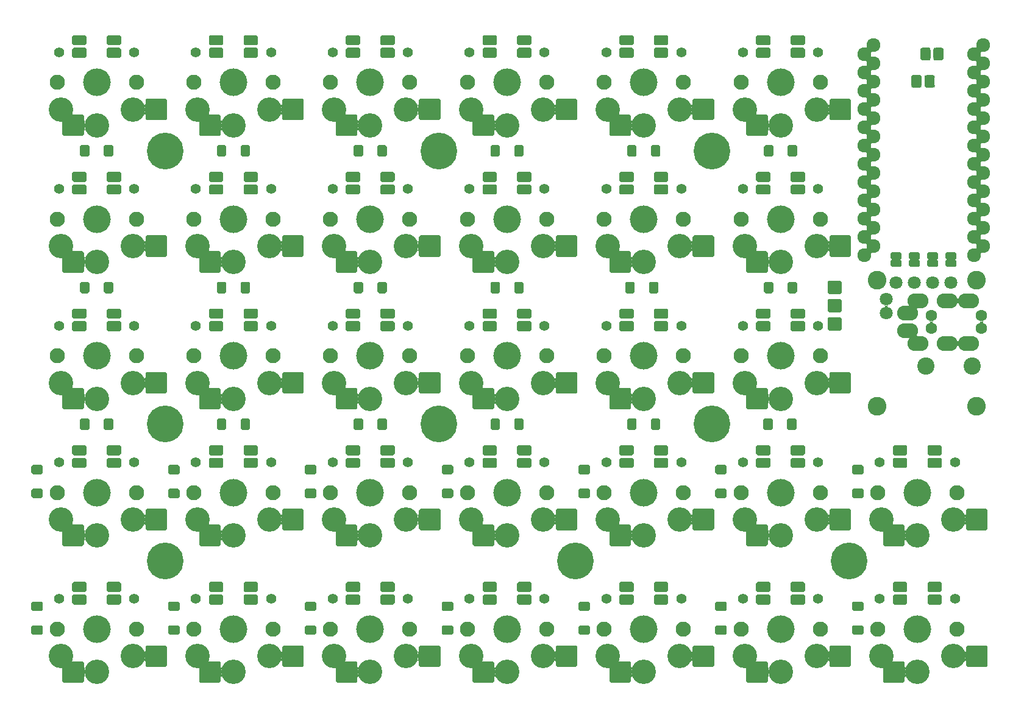
<source format=gbr>
G04 #@! TF.GenerationSoftware,KiCad,Pcbnew,(5.1.10)-1*
G04 #@! TF.CreationDate,2021-12-22T00:26:24+01:00*
G04 #@! TF.ProjectId,helix,68656c69-782e-46b6-9963-61645f706362,rev?*
G04 #@! TF.SameCoordinates,Original*
G04 #@! TF.FileFunction,Soldermask,Top*
G04 #@! TF.FilePolarity,Negative*
%FSLAX46Y46*%
G04 Gerber Fmt 4.6, Leading zero omitted, Abs format (unit mm)*
G04 Created by KiCad (PCBNEW (5.1.10)-1) date 2021-12-22 00:26:24*
%MOMM*%
%LPD*%
G01*
G04 APERTURE LIST*
%ADD10C,1.390600*%
%ADD11C,3.400000*%
%ADD12C,3.829000*%
%ADD13C,2.101800*%
%ADD14C,1.924000*%
%ADD15C,5.100400*%
%ADD16C,2.600000*%
%ADD17C,1.797000*%
%ADD18C,2.400000*%
%ADD19O,2.900000X2.100000*%
%ADD20C,1.600000*%
%ADD21C,0.100000*%
G04 APERTURE END LIST*
D10*
X211220000Y-124800000D03*
X200780000Y-124800000D03*
D11*
X201000000Y-132750000D03*
G36*
G01*
X212775000Y-134050000D02*
X212775000Y-131450000D01*
G75*
G02*
X212975000Y-131250000I200000J0D01*
G01*
X215575000Y-131250000D01*
G75*
G02*
X215775000Y-131450000I0J-200000D01*
G01*
X215775000Y-134050000D01*
G75*
G02*
X215575000Y-134250000I-200000J0D01*
G01*
X212975000Y-134250000D01*
G75*
G02*
X212775000Y-134050000I0J200000D01*
G01*
G37*
X206000000Y-134950000D03*
D12*
X206000000Y-129000000D03*
D11*
X211000000Y-132750000D03*
G36*
G01*
X201225000Y-136250000D02*
X201225000Y-133650000D01*
G75*
G02*
X201425000Y-133450000I200000J0D01*
G01*
X204025000Y-133450000D01*
G75*
G02*
X204225000Y-133650000I0J-200000D01*
G01*
X204225000Y-136250000D01*
G75*
G02*
X204025000Y-136450000I-200000J0D01*
G01*
X201425000Y-136450000D01*
G75*
G02*
X201225000Y-136250000I0J200000D01*
G01*
G37*
D13*
X211500000Y-129000000D03*
X200500000Y-129000000D03*
D10*
X192220000Y-124800000D03*
X181780000Y-124800000D03*
D11*
X182000000Y-132750000D03*
G36*
G01*
X193775000Y-134050000D02*
X193775000Y-131450000D01*
G75*
G02*
X193975000Y-131250000I200000J0D01*
G01*
X196575000Y-131250000D01*
G75*
G02*
X196775000Y-131450000I0J-200000D01*
G01*
X196775000Y-134050000D01*
G75*
G02*
X196575000Y-134250000I-200000J0D01*
G01*
X193975000Y-134250000D01*
G75*
G02*
X193775000Y-134050000I0J200000D01*
G01*
G37*
X187000000Y-134950000D03*
D12*
X187000000Y-129000000D03*
D11*
X192000000Y-132750000D03*
G36*
G01*
X182225000Y-136250000D02*
X182225000Y-133650000D01*
G75*
G02*
X182425000Y-133450000I200000J0D01*
G01*
X185025000Y-133450000D01*
G75*
G02*
X185225000Y-133650000I0J-200000D01*
G01*
X185225000Y-136250000D01*
G75*
G02*
X185025000Y-136450000I-200000J0D01*
G01*
X182425000Y-136450000D01*
G75*
G02*
X182225000Y-136250000I0J200000D01*
G01*
G37*
D13*
X192500000Y-129000000D03*
X181500000Y-129000000D03*
D10*
X173220000Y-124800000D03*
X162780000Y-124800000D03*
D11*
X163000000Y-132750000D03*
G36*
G01*
X174775000Y-134050000D02*
X174775000Y-131450000D01*
G75*
G02*
X174975000Y-131250000I200000J0D01*
G01*
X177575000Y-131250000D01*
G75*
G02*
X177775000Y-131450000I0J-200000D01*
G01*
X177775000Y-134050000D01*
G75*
G02*
X177575000Y-134250000I-200000J0D01*
G01*
X174975000Y-134250000D01*
G75*
G02*
X174775000Y-134050000I0J200000D01*
G01*
G37*
X168000000Y-134950000D03*
D12*
X168000000Y-129000000D03*
D11*
X173000000Y-132750000D03*
G36*
G01*
X163225000Y-136250000D02*
X163225000Y-133650000D01*
G75*
G02*
X163425000Y-133450000I200000J0D01*
G01*
X166025000Y-133450000D01*
G75*
G02*
X166225000Y-133650000I0J-200000D01*
G01*
X166225000Y-136250000D01*
G75*
G02*
X166025000Y-136450000I-200000J0D01*
G01*
X163425000Y-136450000D01*
G75*
G02*
X163225000Y-136250000I0J200000D01*
G01*
G37*
D13*
X173500000Y-129000000D03*
X162500000Y-129000000D03*
D10*
X154220000Y-124800000D03*
X143780000Y-124800000D03*
D11*
X144000000Y-132750000D03*
G36*
G01*
X155775000Y-134050000D02*
X155775000Y-131450000D01*
G75*
G02*
X155975000Y-131250000I200000J0D01*
G01*
X158575000Y-131250000D01*
G75*
G02*
X158775000Y-131450000I0J-200000D01*
G01*
X158775000Y-134050000D01*
G75*
G02*
X158575000Y-134250000I-200000J0D01*
G01*
X155975000Y-134250000D01*
G75*
G02*
X155775000Y-134050000I0J200000D01*
G01*
G37*
X149000000Y-134950000D03*
D12*
X149000000Y-129000000D03*
D11*
X154000000Y-132750000D03*
G36*
G01*
X144225000Y-136250000D02*
X144225000Y-133650000D01*
G75*
G02*
X144425000Y-133450000I200000J0D01*
G01*
X147025000Y-133450000D01*
G75*
G02*
X147225000Y-133650000I0J-200000D01*
G01*
X147225000Y-136250000D01*
G75*
G02*
X147025000Y-136450000I-200000J0D01*
G01*
X144425000Y-136450000D01*
G75*
G02*
X144225000Y-136250000I0J200000D01*
G01*
G37*
D13*
X154500000Y-129000000D03*
X143500000Y-129000000D03*
D10*
X135220000Y-124800000D03*
X124780000Y-124800000D03*
D11*
X125000000Y-132750000D03*
G36*
G01*
X136775000Y-134050000D02*
X136775000Y-131450000D01*
G75*
G02*
X136975000Y-131250000I200000J0D01*
G01*
X139575000Y-131250000D01*
G75*
G02*
X139775000Y-131450000I0J-200000D01*
G01*
X139775000Y-134050000D01*
G75*
G02*
X139575000Y-134250000I-200000J0D01*
G01*
X136975000Y-134250000D01*
G75*
G02*
X136775000Y-134050000I0J200000D01*
G01*
G37*
X130000000Y-134950000D03*
D12*
X130000000Y-129000000D03*
D11*
X135000000Y-132750000D03*
G36*
G01*
X125225000Y-136250000D02*
X125225000Y-133650000D01*
G75*
G02*
X125425000Y-133450000I200000J0D01*
G01*
X128025000Y-133450000D01*
G75*
G02*
X128225000Y-133650000I0J-200000D01*
G01*
X128225000Y-136250000D01*
G75*
G02*
X128025000Y-136450000I-200000J0D01*
G01*
X125425000Y-136450000D01*
G75*
G02*
X125225000Y-136250000I0J200000D01*
G01*
G37*
D13*
X135500000Y-129000000D03*
X124500000Y-129000000D03*
D10*
X116220000Y-124800000D03*
X105780000Y-124800000D03*
D11*
X106000000Y-132750000D03*
G36*
G01*
X117775000Y-134050000D02*
X117775000Y-131450000D01*
G75*
G02*
X117975000Y-131250000I200000J0D01*
G01*
X120575000Y-131250000D01*
G75*
G02*
X120775000Y-131450000I0J-200000D01*
G01*
X120775000Y-134050000D01*
G75*
G02*
X120575000Y-134250000I-200000J0D01*
G01*
X117975000Y-134250000D01*
G75*
G02*
X117775000Y-134050000I0J200000D01*
G01*
G37*
X111000000Y-134950000D03*
D12*
X111000000Y-129000000D03*
D11*
X116000000Y-132750000D03*
G36*
G01*
X106225000Y-136250000D02*
X106225000Y-133650000D01*
G75*
G02*
X106425000Y-133450000I200000J0D01*
G01*
X109025000Y-133450000D01*
G75*
G02*
X109225000Y-133650000I0J-200000D01*
G01*
X109225000Y-136250000D01*
G75*
G02*
X109025000Y-136450000I-200000J0D01*
G01*
X106425000Y-136450000D01*
G75*
G02*
X106225000Y-136250000I0J200000D01*
G01*
G37*
D13*
X116500000Y-129000000D03*
X105500000Y-129000000D03*
D10*
X97220000Y-124800000D03*
X86780000Y-124800000D03*
D11*
X87000000Y-132750000D03*
G36*
G01*
X98775000Y-134050000D02*
X98775000Y-131450000D01*
G75*
G02*
X98975000Y-131250000I200000J0D01*
G01*
X101575000Y-131250000D01*
G75*
G02*
X101775000Y-131450000I0J-200000D01*
G01*
X101775000Y-134050000D01*
G75*
G02*
X101575000Y-134250000I-200000J0D01*
G01*
X98975000Y-134250000D01*
G75*
G02*
X98775000Y-134050000I0J200000D01*
G01*
G37*
X92000000Y-134950000D03*
D12*
X92000000Y-129000000D03*
D11*
X97000000Y-132750000D03*
G36*
G01*
X87225000Y-136250000D02*
X87225000Y-133650000D01*
G75*
G02*
X87425000Y-133450000I200000J0D01*
G01*
X90025000Y-133450000D01*
G75*
G02*
X90225000Y-133650000I0J-200000D01*
G01*
X90225000Y-136250000D01*
G75*
G02*
X90025000Y-136450000I-200000J0D01*
G01*
X87425000Y-136450000D01*
G75*
G02*
X87225000Y-136250000I0J200000D01*
G01*
G37*
D13*
X97500000Y-129000000D03*
X86500000Y-129000000D03*
D10*
X211220000Y-105800000D03*
X200780000Y-105800000D03*
D11*
X201000000Y-113750000D03*
G36*
G01*
X212775000Y-115050000D02*
X212775000Y-112450000D01*
G75*
G02*
X212975000Y-112250000I200000J0D01*
G01*
X215575000Y-112250000D01*
G75*
G02*
X215775000Y-112450000I0J-200000D01*
G01*
X215775000Y-115050000D01*
G75*
G02*
X215575000Y-115250000I-200000J0D01*
G01*
X212975000Y-115250000D01*
G75*
G02*
X212775000Y-115050000I0J200000D01*
G01*
G37*
X206000000Y-115950000D03*
D12*
X206000000Y-110000000D03*
D11*
X211000000Y-113750000D03*
G36*
G01*
X201225000Y-117250000D02*
X201225000Y-114650000D01*
G75*
G02*
X201425000Y-114450000I200000J0D01*
G01*
X204025000Y-114450000D01*
G75*
G02*
X204225000Y-114650000I0J-200000D01*
G01*
X204225000Y-117250000D01*
G75*
G02*
X204025000Y-117450000I-200000J0D01*
G01*
X201425000Y-117450000D01*
G75*
G02*
X201225000Y-117250000I0J200000D01*
G01*
G37*
D13*
X211500000Y-110000000D03*
X200500000Y-110000000D03*
D10*
X192220000Y-105800000D03*
X181780000Y-105800000D03*
D11*
X182000000Y-113750000D03*
G36*
G01*
X193775000Y-115050000D02*
X193775000Y-112450000D01*
G75*
G02*
X193975000Y-112250000I200000J0D01*
G01*
X196575000Y-112250000D01*
G75*
G02*
X196775000Y-112450000I0J-200000D01*
G01*
X196775000Y-115050000D01*
G75*
G02*
X196575000Y-115250000I-200000J0D01*
G01*
X193975000Y-115250000D01*
G75*
G02*
X193775000Y-115050000I0J200000D01*
G01*
G37*
X187000000Y-115950000D03*
D12*
X187000000Y-110000000D03*
D11*
X192000000Y-113750000D03*
G36*
G01*
X182225000Y-117250000D02*
X182225000Y-114650000D01*
G75*
G02*
X182425000Y-114450000I200000J0D01*
G01*
X185025000Y-114450000D01*
G75*
G02*
X185225000Y-114650000I0J-200000D01*
G01*
X185225000Y-117250000D01*
G75*
G02*
X185025000Y-117450000I-200000J0D01*
G01*
X182425000Y-117450000D01*
G75*
G02*
X182225000Y-117250000I0J200000D01*
G01*
G37*
D13*
X192500000Y-110000000D03*
X181500000Y-110000000D03*
D10*
X173220000Y-105800000D03*
X162780000Y-105800000D03*
D11*
X163000000Y-113750000D03*
G36*
G01*
X174775000Y-115050000D02*
X174775000Y-112450000D01*
G75*
G02*
X174975000Y-112250000I200000J0D01*
G01*
X177575000Y-112250000D01*
G75*
G02*
X177775000Y-112450000I0J-200000D01*
G01*
X177775000Y-115050000D01*
G75*
G02*
X177575000Y-115250000I-200000J0D01*
G01*
X174975000Y-115250000D01*
G75*
G02*
X174775000Y-115050000I0J200000D01*
G01*
G37*
X168000000Y-115950000D03*
D12*
X168000000Y-110000000D03*
D11*
X173000000Y-113750000D03*
G36*
G01*
X163225000Y-117250000D02*
X163225000Y-114650000D01*
G75*
G02*
X163425000Y-114450000I200000J0D01*
G01*
X166025000Y-114450000D01*
G75*
G02*
X166225000Y-114650000I0J-200000D01*
G01*
X166225000Y-117250000D01*
G75*
G02*
X166025000Y-117450000I-200000J0D01*
G01*
X163425000Y-117450000D01*
G75*
G02*
X163225000Y-117250000I0J200000D01*
G01*
G37*
D13*
X173500000Y-110000000D03*
X162500000Y-110000000D03*
D10*
X154220000Y-105800000D03*
X143780000Y-105800000D03*
D11*
X144000000Y-113750000D03*
G36*
G01*
X155775000Y-115050000D02*
X155775000Y-112450000D01*
G75*
G02*
X155975000Y-112250000I200000J0D01*
G01*
X158575000Y-112250000D01*
G75*
G02*
X158775000Y-112450000I0J-200000D01*
G01*
X158775000Y-115050000D01*
G75*
G02*
X158575000Y-115250000I-200000J0D01*
G01*
X155975000Y-115250000D01*
G75*
G02*
X155775000Y-115050000I0J200000D01*
G01*
G37*
X149000000Y-115950000D03*
D12*
X149000000Y-110000000D03*
D11*
X154000000Y-113750000D03*
G36*
G01*
X144225000Y-117250000D02*
X144225000Y-114650000D01*
G75*
G02*
X144425000Y-114450000I200000J0D01*
G01*
X147025000Y-114450000D01*
G75*
G02*
X147225000Y-114650000I0J-200000D01*
G01*
X147225000Y-117250000D01*
G75*
G02*
X147025000Y-117450000I-200000J0D01*
G01*
X144425000Y-117450000D01*
G75*
G02*
X144225000Y-117250000I0J200000D01*
G01*
G37*
D13*
X154500000Y-110000000D03*
X143500000Y-110000000D03*
D10*
X135220000Y-105800000D03*
X124780000Y-105800000D03*
D11*
X125000000Y-113750000D03*
G36*
G01*
X136775000Y-115050000D02*
X136775000Y-112450000D01*
G75*
G02*
X136975000Y-112250000I200000J0D01*
G01*
X139575000Y-112250000D01*
G75*
G02*
X139775000Y-112450000I0J-200000D01*
G01*
X139775000Y-115050000D01*
G75*
G02*
X139575000Y-115250000I-200000J0D01*
G01*
X136975000Y-115250000D01*
G75*
G02*
X136775000Y-115050000I0J200000D01*
G01*
G37*
X130000000Y-115950000D03*
D12*
X130000000Y-110000000D03*
D11*
X135000000Y-113750000D03*
G36*
G01*
X125225000Y-117250000D02*
X125225000Y-114650000D01*
G75*
G02*
X125425000Y-114450000I200000J0D01*
G01*
X128025000Y-114450000D01*
G75*
G02*
X128225000Y-114650000I0J-200000D01*
G01*
X128225000Y-117250000D01*
G75*
G02*
X128025000Y-117450000I-200000J0D01*
G01*
X125425000Y-117450000D01*
G75*
G02*
X125225000Y-117250000I0J200000D01*
G01*
G37*
D13*
X135500000Y-110000000D03*
X124500000Y-110000000D03*
D10*
X116220000Y-105800000D03*
X105780000Y-105800000D03*
D11*
X106000000Y-113750000D03*
G36*
G01*
X117775000Y-115050000D02*
X117775000Y-112450000D01*
G75*
G02*
X117975000Y-112250000I200000J0D01*
G01*
X120575000Y-112250000D01*
G75*
G02*
X120775000Y-112450000I0J-200000D01*
G01*
X120775000Y-115050000D01*
G75*
G02*
X120575000Y-115250000I-200000J0D01*
G01*
X117975000Y-115250000D01*
G75*
G02*
X117775000Y-115050000I0J200000D01*
G01*
G37*
X111000000Y-115950000D03*
D12*
X111000000Y-110000000D03*
D11*
X116000000Y-113750000D03*
G36*
G01*
X106225000Y-117250000D02*
X106225000Y-114650000D01*
G75*
G02*
X106425000Y-114450000I200000J0D01*
G01*
X109025000Y-114450000D01*
G75*
G02*
X109225000Y-114650000I0J-200000D01*
G01*
X109225000Y-117250000D01*
G75*
G02*
X109025000Y-117450000I-200000J0D01*
G01*
X106425000Y-117450000D01*
G75*
G02*
X106225000Y-117250000I0J200000D01*
G01*
G37*
D13*
X116500000Y-110000000D03*
X105500000Y-110000000D03*
D10*
X97220000Y-105800000D03*
X86780000Y-105800000D03*
D11*
X87000000Y-113750000D03*
G36*
G01*
X98775000Y-115050000D02*
X98775000Y-112450000D01*
G75*
G02*
X98975000Y-112250000I200000J0D01*
G01*
X101575000Y-112250000D01*
G75*
G02*
X101775000Y-112450000I0J-200000D01*
G01*
X101775000Y-115050000D01*
G75*
G02*
X101575000Y-115250000I-200000J0D01*
G01*
X98975000Y-115250000D01*
G75*
G02*
X98775000Y-115050000I0J200000D01*
G01*
G37*
X92000000Y-115950000D03*
D12*
X92000000Y-110000000D03*
D11*
X97000000Y-113750000D03*
G36*
G01*
X87225000Y-117250000D02*
X87225000Y-114650000D01*
G75*
G02*
X87425000Y-114450000I200000J0D01*
G01*
X90025000Y-114450000D01*
G75*
G02*
X90225000Y-114650000I0J-200000D01*
G01*
X90225000Y-117250000D01*
G75*
G02*
X90025000Y-117450000I-200000J0D01*
G01*
X87425000Y-117450000D01*
G75*
G02*
X87225000Y-117250000I0J200000D01*
G01*
G37*
D13*
X97500000Y-110000000D03*
X86500000Y-110000000D03*
D10*
X192220000Y-86800000D03*
X181780000Y-86800000D03*
D11*
X182000000Y-94750000D03*
G36*
G01*
X193775000Y-96050000D02*
X193775000Y-93450000D01*
G75*
G02*
X193975000Y-93250000I200000J0D01*
G01*
X196575000Y-93250000D01*
G75*
G02*
X196775000Y-93450000I0J-200000D01*
G01*
X196775000Y-96050000D01*
G75*
G02*
X196575000Y-96250000I-200000J0D01*
G01*
X193975000Y-96250000D01*
G75*
G02*
X193775000Y-96050000I0J200000D01*
G01*
G37*
X187000000Y-96950000D03*
D12*
X187000000Y-91000000D03*
D11*
X192000000Y-94750000D03*
G36*
G01*
X182225000Y-98250000D02*
X182225000Y-95650000D01*
G75*
G02*
X182425000Y-95450000I200000J0D01*
G01*
X185025000Y-95450000D01*
G75*
G02*
X185225000Y-95650000I0J-200000D01*
G01*
X185225000Y-98250000D01*
G75*
G02*
X185025000Y-98450000I-200000J0D01*
G01*
X182425000Y-98450000D01*
G75*
G02*
X182225000Y-98250000I0J200000D01*
G01*
G37*
D13*
X192500000Y-91000000D03*
X181500000Y-91000000D03*
D10*
X173220000Y-86800000D03*
X162780000Y-86800000D03*
D11*
X163000000Y-94750000D03*
G36*
G01*
X174775000Y-96050000D02*
X174775000Y-93450000D01*
G75*
G02*
X174975000Y-93250000I200000J0D01*
G01*
X177575000Y-93250000D01*
G75*
G02*
X177775000Y-93450000I0J-200000D01*
G01*
X177775000Y-96050000D01*
G75*
G02*
X177575000Y-96250000I-200000J0D01*
G01*
X174975000Y-96250000D01*
G75*
G02*
X174775000Y-96050000I0J200000D01*
G01*
G37*
X168000000Y-96950000D03*
D12*
X168000000Y-91000000D03*
D11*
X173000000Y-94750000D03*
G36*
G01*
X163225000Y-98250000D02*
X163225000Y-95650000D01*
G75*
G02*
X163425000Y-95450000I200000J0D01*
G01*
X166025000Y-95450000D01*
G75*
G02*
X166225000Y-95650000I0J-200000D01*
G01*
X166225000Y-98250000D01*
G75*
G02*
X166025000Y-98450000I-200000J0D01*
G01*
X163425000Y-98450000D01*
G75*
G02*
X163225000Y-98250000I0J200000D01*
G01*
G37*
D13*
X173500000Y-91000000D03*
X162500000Y-91000000D03*
D10*
X154220000Y-86800000D03*
X143780000Y-86800000D03*
D11*
X144000000Y-94750000D03*
G36*
G01*
X155775000Y-96050000D02*
X155775000Y-93450000D01*
G75*
G02*
X155975000Y-93250000I200000J0D01*
G01*
X158575000Y-93250000D01*
G75*
G02*
X158775000Y-93450000I0J-200000D01*
G01*
X158775000Y-96050000D01*
G75*
G02*
X158575000Y-96250000I-200000J0D01*
G01*
X155975000Y-96250000D01*
G75*
G02*
X155775000Y-96050000I0J200000D01*
G01*
G37*
X149000000Y-96950000D03*
D12*
X149000000Y-91000000D03*
D11*
X154000000Y-94750000D03*
G36*
G01*
X144225000Y-98250000D02*
X144225000Y-95650000D01*
G75*
G02*
X144425000Y-95450000I200000J0D01*
G01*
X147025000Y-95450000D01*
G75*
G02*
X147225000Y-95650000I0J-200000D01*
G01*
X147225000Y-98250000D01*
G75*
G02*
X147025000Y-98450000I-200000J0D01*
G01*
X144425000Y-98450000D01*
G75*
G02*
X144225000Y-98250000I0J200000D01*
G01*
G37*
D13*
X154500000Y-91000000D03*
X143500000Y-91000000D03*
D10*
X135220000Y-86800000D03*
X124780000Y-86800000D03*
D11*
X125000000Y-94750000D03*
G36*
G01*
X136775000Y-96050000D02*
X136775000Y-93450000D01*
G75*
G02*
X136975000Y-93250000I200000J0D01*
G01*
X139575000Y-93250000D01*
G75*
G02*
X139775000Y-93450000I0J-200000D01*
G01*
X139775000Y-96050000D01*
G75*
G02*
X139575000Y-96250000I-200000J0D01*
G01*
X136975000Y-96250000D01*
G75*
G02*
X136775000Y-96050000I0J200000D01*
G01*
G37*
X130000000Y-96950000D03*
D12*
X130000000Y-91000000D03*
D11*
X135000000Y-94750000D03*
G36*
G01*
X125225000Y-98250000D02*
X125225000Y-95650000D01*
G75*
G02*
X125425000Y-95450000I200000J0D01*
G01*
X128025000Y-95450000D01*
G75*
G02*
X128225000Y-95650000I0J-200000D01*
G01*
X128225000Y-98250000D01*
G75*
G02*
X128025000Y-98450000I-200000J0D01*
G01*
X125425000Y-98450000D01*
G75*
G02*
X125225000Y-98250000I0J200000D01*
G01*
G37*
D13*
X135500000Y-91000000D03*
X124500000Y-91000000D03*
D10*
X116220000Y-86800000D03*
X105780000Y-86800000D03*
D11*
X106000000Y-94750000D03*
G36*
G01*
X117775000Y-96050000D02*
X117775000Y-93450000D01*
G75*
G02*
X117975000Y-93250000I200000J0D01*
G01*
X120575000Y-93250000D01*
G75*
G02*
X120775000Y-93450000I0J-200000D01*
G01*
X120775000Y-96050000D01*
G75*
G02*
X120575000Y-96250000I-200000J0D01*
G01*
X117975000Y-96250000D01*
G75*
G02*
X117775000Y-96050000I0J200000D01*
G01*
G37*
X111000000Y-96950000D03*
D12*
X111000000Y-91000000D03*
D11*
X116000000Y-94750000D03*
G36*
G01*
X106225000Y-98250000D02*
X106225000Y-95650000D01*
G75*
G02*
X106425000Y-95450000I200000J0D01*
G01*
X109025000Y-95450000D01*
G75*
G02*
X109225000Y-95650000I0J-200000D01*
G01*
X109225000Y-98250000D01*
G75*
G02*
X109025000Y-98450000I-200000J0D01*
G01*
X106425000Y-98450000D01*
G75*
G02*
X106225000Y-98250000I0J200000D01*
G01*
G37*
D13*
X116500000Y-91000000D03*
X105500000Y-91000000D03*
D10*
X97220000Y-86800000D03*
X86780000Y-86800000D03*
D11*
X87000000Y-94750000D03*
G36*
G01*
X98775000Y-96050000D02*
X98775000Y-93450000D01*
G75*
G02*
X98975000Y-93250000I200000J0D01*
G01*
X101575000Y-93250000D01*
G75*
G02*
X101775000Y-93450000I0J-200000D01*
G01*
X101775000Y-96050000D01*
G75*
G02*
X101575000Y-96250000I-200000J0D01*
G01*
X98975000Y-96250000D01*
G75*
G02*
X98775000Y-96050000I0J200000D01*
G01*
G37*
X92000000Y-96950000D03*
D12*
X92000000Y-91000000D03*
D11*
X97000000Y-94750000D03*
G36*
G01*
X87225000Y-98250000D02*
X87225000Y-95650000D01*
G75*
G02*
X87425000Y-95450000I200000J0D01*
G01*
X90025000Y-95450000D01*
G75*
G02*
X90225000Y-95650000I0J-200000D01*
G01*
X90225000Y-98250000D01*
G75*
G02*
X90025000Y-98450000I-200000J0D01*
G01*
X87425000Y-98450000D01*
G75*
G02*
X87225000Y-98250000I0J200000D01*
G01*
G37*
D13*
X97500000Y-91000000D03*
X86500000Y-91000000D03*
D10*
X192220000Y-67800000D03*
X181780000Y-67800000D03*
D11*
X182000000Y-75750000D03*
G36*
G01*
X193775000Y-77050000D02*
X193775000Y-74450000D01*
G75*
G02*
X193975000Y-74250000I200000J0D01*
G01*
X196575000Y-74250000D01*
G75*
G02*
X196775000Y-74450000I0J-200000D01*
G01*
X196775000Y-77050000D01*
G75*
G02*
X196575000Y-77250000I-200000J0D01*
G01*
X193975000Y-77250000D01*
G75*
G02*
X193775000Y-77050000I0J200000D01*
G01*
G37*
X187000000Y-77950000D03*
D12*
X187000000Y-72000000D03*
D11*
X192000000Y-75750000D03*
G36*
G01*
X182225000Y-79250000D02*
X182225000Y-76650000D01*
G75*
G02*
X182425000Y-76450000I200000J0D01*
G01*
X185025000Y-76450000D01*
G75*
G02*
X185225000Y-76650000I0J-200000D01*
G01*
X185225000Y-79250000D01*
G75*
G02*
X185025000Y-79450000I-200000J0D01*
G01*
X182425000Y-79450000D01*
G75*
G02*
X182225000Y-79250000I0J200000D01*
G01*
G37*
D13*
X192500000Y-72000000D03*
X181500000Y-72000000D03*
D10*
X173220000Y-67800000D03*
X162780000Y-67800000D03*
D11*
X163000000Y-75750000D03*
G36*
G01*
X174775000Y-77050000D02*
X174775000Y-74450000D01*
G75*
G02*
X174975000Y-74250000I200000J0D01*
G01*
X177575000Y-74250000D01*
G75*
G02*
X177775000Y-74450000I0J-200000D01*
G01*
X177775000Y-77050000D01*
G75*
G02*
X177575000Y-77250000I-200000J0D01*
G01*
X174975000Y-77250000D01*
G75*
G02*
X174775000Y-77050000I0J200000D01*
G01*
G37*
X168000000Y-77950000D03*
D12*
X168000000Y-72000000D03*
D11*
X173000000Y-75750000D03*
G36*
G01*
X163225000Y-79250000D02*
X163225000Y-76650000D01*
G75*
G02*
X163425000Y-76450000I200000J0D01*
G01*
X166025000Y-76450000D01*
G75*
G02*
X166225000Y-76650000I0J-200000D01*
G01*
X166225000Y-79250000D01*
G75*
G02*
X166025000Y-79450000I-200000J0D01*
G01*
X163425000Y-79450000D01*
G75*
G02*
X163225000Y-79250000I0J200000D01*
G01*
G37*
D13*
X173500000Y-72000000D03*
X162500000Y-72000000D03*
D10*
X154220000Y-67800000D03*
X143780000Y-67800000D03*
D11*
X144000000Y-75750000D03*
G36*
G01*
X155775000Y-77050000D02*
X155775000Y-74450000D01*
G75*
G02*
X155975000Y-74250000I200000J0D01*
G01*
X158575000Y-74250000D01*
G75*
G02*
X158775000Y-74450000I0J-200000D01*
G01*
X158775000Y-77050000D01*
G75*
G02*
X158575000Y-77250000I-200000J0D01*
G01*
X155975000Y-77250000D01*
G75*
G02*
X155775000Y-77050000I0J200000D01*
G01*
G37*
X149000000Y-77950000D03*
D12*
X149000000Y-72000000D03*
D11*
X154000000Y-75750000D03*
G36*
G01*
X144225000Y-79250000D02*
X144225000Y-76650000D01*
G75*
G02*
X144425000Y-76450000I200000J0D01*
G01*
X147025000Y-76450000D01*
G75*
G02*
X147225000Y-76650000I0J-200000D01*
G01*
X147225000Y-79250000D01*
G75*
G02*
X147025000Y-79450000I-200000J0D01*
G01*
X144425000Y-79450000D01*
G75*
G02*
X144225000Y-79250000I0J200000D01*
G01*
G37*
D13*
X154500000Y-72000000D03*
X143500000Y-72000000D03*
D10*
X135220000Y-67800000D03*
X124780000Y-67800000D03*
D11*
X125000000Y-75750000D03*
G36*
G01*
X136775000Y-77050000D02*
X136775000Y-74450000D01*
G75*
G02*
X136975000Y-74250000I200000J0D01*
G01*
X139575000Y-74250000D01*
G75*
G02*
X139775000Y-74450000I0J-200000D01*
G01*
X139775000Y-77050000D01*
G75*
G02*
X139575000Y-77250000I-200000J0D01*
G01*
X136975000Y-77250000D01*
G75*
G02*
X136775000Y-77050000I0J200000D01*
G01*
G37*
X130000000Y-77950000D03*
D12*
X130000000Y-72000000D03*
D11*
X135000000Y-75750000D03*
G36*
G01*
X125225000Y-79250000D02*
X125225000Y-76650000D01*
G75*
G02*
X125425000Y-76450000I200000J0D01*
G01*
X128025000Y-76450000D01*
G75*
G02*
X128225000Y-76650000I0J-200000D01*
G01*
X128225000Y-79250000D01*
G75*
G02*
X128025000Y-79450000I-200000J0D01*
G01*
X125425000Y-79450000D01*
G75*
G02*
X125225000Y-79250000I0J200000D01*
G01*
G37*
D13*
X135500000Y-72000000D03*
X124500000Y-72000000D03*
D10*
X116220000Y-67800000D03*
X105780000Y-67800000D03*
D11*
X106000000Y-75750000D03*
G36*
G01*
X117775000Y-77050000D02*
X117775000Y-74450000D01*
G75*
G02*
X117975000Y-74250000I200000J0D01*
G01*
X120575000Y-74250000D01*
G75*
G02*
X120775000Y-74450000I0J-200000D01*
G01*
X120775000Y-77050000D01*
G75*
G02*
X120575000Y-77250000I-200000J0D01*
G01*
X117975000Y-77250000D01*
G75*
G02*
X117775000Y-77050000I0J200000D01*
G01*
G37*
X111000000Y-77950000D03*
D12*
X111000000Y-72000000D03*
D11*
X116000000Y-75750000D03*
G36*
G01*
X106225000Y-79250000D02*
X106225000Y-76650000D01*
G75*
G02*
X106425000Y-76450000I200000J0D01*
G01*
X109025000Y-76450000D01*
G75*
G02*
X109225000Y-76650000I0J-200000D01*
G01*
X109225000Y-79250000D01*
G75*
G02*
X109025000Y-79450000I-200000J0D01*
G01*
X106425000Y-79450000D01*
G75*
G02*
X106225000Y-79250000I0J200000D01*
G01*
G37*
D13*
X116500000Y-72000000D03*
X105500000Y-72000000D03*
D10*
X97220000Y-67800000D03*
X86780000Y-67800000D03*
D11*
X87000000Y-75750000D03*
G36*
G01*
X98775000Y-77050000D02*
X98775000Y-74450000D01*
G75*
G02*
X98975000Y-74250000I200000J0D01*
G01*
X101575000Y-74250000D01*
G75*
G02*
X101775000Y-74450000I0J-200000D01*
G01*
X101775000Y-77050000D01*
G75*
G02*
X101575000Y-77250000I-200000J0D01*
G01*
X98975000Y-77250000D01*
G75*
G02*
X98775000Y-77050000I0J200000D01*
G01*
G37*
X92000000Y-77950000D03*
D12*
X92000000Y-72000000D03*
D11*
X97000000Y-75750000D03*
G36*
G01*
X87225000Y-79250000D02*
X87225000Y-76650000D01*
G75*
G02*
X87425000Y-76450000I200000J0D01*
G01*
X90025000Y-76450000D01*
G75*
G02*
X90225000Y-76650000I0J-200000D01*
G01*
X90225000Y-79250000D01*
G75*
G02*
X90025000Y-79450000I-200000J0D01*
G01*
X87425000Y-79450000D01*
G75*
G02*
X87225000Y-79250000I0J200000D01*
G01*
G37*
D13*
X97500000Y-72000000D03*
X86500000Y-72000000D03*
D10*
X192220000Y-48800000D03*
X181780000Y-48800000D03*
D11*
X182000000Y-56750000D03*
G36*
G01*
X193775000Y-58050000D02*
X193775000Y-55450000D01*
G75*
G02*
X193975000Y-55250000I200000J0D01*
G01*
X196575000Y-55250000D01*
G75*
G02*
X196775000Y-55450000I0J-200000D01*
G01*
X196775000Y-58050000D01*
G75*
G02*
X196575000Y-58250000I-200000J0D01*
G01*
X193975000Y-58250000D01*
G75*
G02*
X193775000Y-58050000I0J200000D01*
G01*
G37*
X187000000Y-58950000D03*
D12*
X187000000Y-53000000D03*
D11*
X192000000Y-56750000D03*
G36*
G01*
X182225000Y-60250000D02*
X182225000Y-57650000D01*
G75*
G02*
X182425000Y-57450000I200000J0D01*
G01*
X185025000Y-57450000D01*
G75*
G02*
X185225000Y-57650000I0J-200000D01*
G01*
X185225000Y-60250000D01*
G75*
G02*
X185025000Y-60450000I-200000J0D01*
G01*
X182425000Y-60450000D01*
G75*
G02*
X182225000Y-60250000I0J200000D01*
G01*
G37*
D13*
X192500000Y-53000000D03*
X181500000Y-53000000D03*
D10*
X173220000Y-48800000D03*
X162780000Y-48800000D03*
D11*
X163000000Y-56750000D03*
G36*
G01*
X174775000Y-58050000D02*
X174775000Y-55450000D01*
G75*
G02*
X174975000Y-55250000I200000J0D01*
G01*
X177575000Y-55250000D01*
G75*
G02*
X177775000Y-55450000I0J-200000D01*
G01*
X177775000Y-58050000D01*
G75*
G02*
X177575000Y-58250000I-200000J0D01*
G01*
X174975000Y-58250000D01*
G75*
G02*
X174775000Y-58050000I0J200000D01*
G01*
G37*
X168000000Y-58950000D03*
D12*
X168000000Y-53000000D03*
D11*
X173000000Y-56750000D03*
G36*
G01*
X163225000Y-60250000D02*
X163225000Y-57650000D01*
G75*
G02*
X163425000Y-57450000I200000J0D01*
G01*
X166025000Y-57450000D01*
G75*
G02*
X166225000Y-57650000I0J-200000D01*
G01*
X166225000Y-60250000D01*
G75*
G02*
X166025000Y-60450000I-200000J0D01*
G01*
X163425000Y-60450000D01*
G75*
G02*
X163225000Y-60250000I0J200000D01*
G01*
G37*
D13*
X173500000Y-53000000D03*
X162500000Y-53000000D03*
D10*
X154220000Y-48800000D03*
X143780000Y-48800000D03*
D11*
X144000000Y-56750000D03*
G36*
G01*
X155775000Y-58050000D02*
X155775000Y-55450000D01*
G75*
G02*
X155975000Y-55250000I200000J0D01*
G01*
X158575000Y-55250000D01*
G75*
G02*
X158775000Y-55450000I0J-200000D01*
G01*
X158775000Y-58050000D01*
G75*
G02*
X158575000Y-58250000I-200000J0D01*
G01*
X155975000Y-58250000D01*
G75*
G02*
X155775000Y-58050000I0J200000D01*
G01*
G37*
X149000000Y-58950000D03*
D12*
X149000000Y-53000000D03*
D11*
X154000000Y-56750000D03*
G36*
G01*
X144225000Y-60250000D02*
X144225000Y-57650000D01*
G75*
G02*
X144425000Y-57450000I200000J0D01*
G01*
X147025000Y-57450000D01*
G75*
G02*
X147225000Y-57650000I0J-200000D01*
G01*
X147225000Y-60250000D01*
G75*
G02*
X147025000Y-60450000I-200000J0D01*
G01*
X144425000Y-60450000D01*
G75*
G02*
X144225000Y-60250000I0J200000D01*
G01*
G37*
D13*
X154500000Y-53000000D03*
X143500000Y-53000000D03*
D10*
X135220000Y-48800000D03*
X124780000Y-48800000D03*
D11*
X125000000Y-56750000D03*
G36*
G01*
X136775000Y-58050000D02*
X136775000Y-55450000D01*
G75*
G02*
X136975000Y-55250000I200000J0D01*
G01*
X139575000Y-55250000D01*
G75*
G02*
X139775000Y-55450000I0J-200000D01*
G01*
X139775000Y-58050000D01*
G75*
G02*
X139575000Y-58250000I-200000J0D01*
G01*
X136975000Y-58250000D01*
G75*
G02*
X136775000Y-58050000I0J200000D01*
G01*
G37*
X130000000Y-58950000D03*
D12*
X130000000Y-53000000D03*
D11*
X135000000Y-56750000D03*
G36*
G01*
X125225000Y-60250000D02*
X125225000Y-57650000D01*
G75*
G02*
X125425000Y-57450000I200000J0D01*
G01*
X128025000Y-57450000D01*
G75*
G02*
X128225000Y-57650000I0J-200000D01*
G01*
X128225000Y-60250000D01*
G75*
G02*
X128025000Y-60450000I-200000J0D01*
G01*
X125425000Y-60450000D01*
G75*
G02*
X125225000Y-60250000I0J200000D01*
G01*
G37*
D13*
X135500000Y-53000000D03*
X124500000Y-53000000D03*
D10*
X116220000Y-48800000D03*
X105780000Y-48800000D03*
D11*
X106000000Y-56750000D03*
G36*
G01*
X117775000Y-58050000D02*
X117775000Y-55450000D01*
G75*
G02*
X117975000Y-55250000I200000J0D01*
G01*
X120575000Y-55250000D01*
G75*
G02*
X120775000Y-55450000I0J-200000D01*
G01*
X120775000Y-58050000D01*
G75*
G02*
X120575000Y-58250000I-200000J0D01*
G01*
X117975000Y-58250000D01*
G75*
G02*
X117775000Y-58050000I0J200000D01*
G01*
G37*
X111000000Y-58950000D03*
D12*
X111000000Y-53000000D03*
D11*
X116000000Y-56750000D03*
G36*
G01*
X106225000Y-60250000D02*
X106225000Y-57650000D01*
G75*
G02*
X106425000Y-57450000I200000J0D01*
G01*
X109025000Y-57450000D01*
G75*
G02*
X109225000Y-57650000I0J-200000D01*
G01*
X109225000Y-60250000D01*
G75*
G02*
X109025000Y-60450000I-200000J0D01*
G01*
X106425000Y-60450000D01*
G75*
G02*
X106225000Y-60250000I0J200000D01*
G01*
G37*
D13*
X116500000Y-53000000D03*
X105500000Y-53000000D03*
D10*
X97220000Y-48800000D03*
X86780000Y-48800000D03*
D11*
X87000000Y-56750000D03*
G36*
G01*
X98775000Y-58050000D02*
X98775000Y-55450000D01*
G75*
G02*
X98975000Y-55250000I200000J0D01*
G01*
X101575000Y-55250000D01*
G75*
G02*
X101775000Y-55450000I0J-200000D01*
G01*
X101775000Y-58050000D01*
G75*
G02*
X101575000Y-58250000I-200000J0D01*
G01*
X98975000Y-58250000D01*
G75*
G02*
X98775000Y-58050000I0J200000D01*
G01*
G37*
X92000000Y-58950000D03*
D12*
X92000000Y-53000000D03*
D11*
X97000000Y-56750000D03*
G36*
G01*
X87225000Y-60250000D02*
X87225000Y-57650000D01*
G75*
G02*
X87425000Y-57450000I200000J0D01*
G01*
X90025000Y-57450000D01*
G75*
G02*
X90225000Y-57650000I0J-200000D01*
G01*
X90225000Y-60250000D01*
G75*
G02*
X90025000Y-60450000I-200000J0D01*
G01*
X87425000Y-60450000D01*
G75*
G02*
X87225000Y-60250000I0J200000D01*
G01*
G37*
D13*
X97500000Y-53000000D03*
X86500000Y-53000000D03*
G36*
G01*
X206985110Y-53399682D02*
X206985110Y-52294798D01*
G75*
G02*
X207332668Y-51947240I347558J0D01*
G01*
X208062552Y-51947240D01*
G75*
G02*
X208410110Y-52294798I0J-347558D01*
G01*
X208410110Y-53399682D01*
G75*
G02*
X208062552Y-53747240I-347558J0D01*
G01*
X207332668Y-53747240D01*
G75*
G02*
X206985110Y-53399682I0J347558D01*
G01*
G37*
G36*
G01*
X205160110Y-53399682D02*
X205160110Y-52294798D01*
G75*
G02*
X205507668Y-51947240I347558J0D01*
G01*
X206237552Y-51947240D01*
G75*
G02*
X206585110Y-52294798I0J-347558D01*
G01*
X206585110Y-53399682D01*
G75*
G02*
X206237552Y-53747240I-347558J0D01*
G01*
X205507668Y-53747240D01*
G75*
G02*
X205160110Y-53399682I0J347558D01*
G01*
G37*
G36*
G01*
X208233620Y-49597302D02*
X208233620Y-48492418D01*
G75*
G02*
X208581178Y-48144860I347558J0D01*
G01*
X209311062Y-48144860D01*
G75*
G02*
X209658620Y-48492418I0J-347558D01*
G01*
X209658620Y-49597302D01*
G75*
G02*
X209311062Y-49944860I-347558J0D01*
G01*
X208581178Y-49944860D01*
G75*
G02*
X208233620Y-49597302I0J347558D01*
G01*
G37*
G36*
G01*
X206408620Y-49597302D02*
X206408620Y-48492418D01*
G75*
G02*
X206756178Y-48144860I347558J0D01*
G01*
X207486062Y-48144860D01*
G75*
G02*
X207833620Y-48492418I0J-347558D01*
G01*
X207833620Y-49597302D01*
G75*
G02*
X207486062Y-49944860I-347558J0D01*
G01*
X206756178Y-49944860D01*
G75*
G02*
X206408620Y-49597302I0J347558D01*
G01*
G37*
D14*
X199912400Y-47806800D03*
X199912400Y-50346800D03*
X199912400Y-52886800D03*
X199912400Y-55426800D03*
X199912400Y-57966800D03*
X199912400Y-60506800D03*
X199912400Y-63046800D03*
X199912400Y-65586800D03*
X199912400Y-68126800D03*
X199912400Y-70666800D03*
X199912400Y-73206800D03*
X199912400Y-75746800D03*
X215152400Y-75746800D03*
X215152400Y-73206800D03*
X215152400Y-70666800D03*
X215152400Y-68126800D03*
X215152400Y-65586800D03*
X215152400Y-63046800D03*
X215152400Y-60506800D03*
X215152400Y-57966800D03*
X215152400Y-55426800D03*
X215152400Y-52886800D03*
X215152400Y-50346800D03*
X215152400Y-47806800D03*
X198642400Y-77016800D03*
X198642400Y-54156800D03*
X198642400Y-56696800D03*
X198642400Y-74476800D03*
X198642400Y-49076800D03*
X198642400Y-59236800D03*
X198642400Y-66856800D03*
X198642400Y-61776800D03*
X198642400Y-69396800D03*
X198642400Y-71936800D03*
X198642400Y-64316800D03*
X198642400Y-51616800D03*
X213882400Y-64316800D03*
X213882400Y-74476800D03*
X213882400Y-54156800D03*
X213882400Y-51616800D03*
X213882400Y-77016800D03*
X213882400Y-71936800D03*
X213882400Y-61776800D03*
X213882400Y-59236800D03*
X213882400Y-56696800D03*
X213882400Y-69396800D03*
X213882400Y-66856800D03*
X213882400Y-49076800D03*
G36*
G01*
X132300000Y-61900000D02*
X132300000Y-63100000D01*
G75*
G02*
X132100000Y-63300000I-200000J0D01*
G01*
X131200000Y-63300000D01*
G75*
G02*
X131000000Y-63100000I0J200000D01*
G01*
X131000000Y-61900000D01*
G75*
G02*
X131200000Y-61700000I200000J0D01*
G01*
X132100000Y-61700000D01*
G75*
G02*
X132300000Y-61900000I0J-200000D01*
G01*
G37*
G36*
G01*
X129000000Y-61900000D02*
X129000000Y-63100000D01*
G75*
G02*
X128800000Y-63300000I-200000J0D01*
G01*
X127900000Y-63300000D01*
G75*
G02*
X127700000Y-63100000I0J200000D01*
G01*
X127700000Y-61900000D01*
G75*
G02*
X127900000Y-61700000I200000J0D01*
G01*
X128800000Y-61700000D01*
G75*
G02*
X129000000Y-61900000I0J-200000D01*
G01*
G37*
G36*
G01*
X197125000Y-106164400D02*
X198325000Y-106164400D01*
G75*
G02*
X198525000Y-106364400I0J-200000D01*
G01*
X198525000Y-107264400D01*
G75*
G02*
X198325000Y-107464400I-200000J0D01*
G01*
X197125000Y-107464400D01*
G75*
G02*
X196925000Y-107264400I0J200000D01*
G01*
X196925000Y-106364400D01*
G75*
G02*
X197125000Y-106164400I200000J0D01*
G01*
G37*
G36*
G01*
X197125000Y-109464400D02*
X198325000Y-109464400D01*
G75*
G02*
X198525000Y-109664400I0J-200000D01*
G01*
X198525000Y-110564400D01*
G75*
G02*
X198325000Y-110764400I-200000J0D01*
G01*
X197125000Y-110764400D01*
G75*
G02*
X196925000Y-110564400I0J200000D01*
G01*
X196925000Y-109664400D01*
G75*
G02*
X197125000Y-109464400I200000J0D01*
G01*
G37*
G36*
G01*
X150400000Y-49375000D02*
X150400000Y-48375000D01*
G75*
G02*
X150600000Y-48175000I200000J0D01*
G01*
X152200000Y-48175000D01*
G75*
G02*
X152400000Y-48375000I0J-200000D01*
G01*
X152400000Y-49375000D01*
G75*
G02*
X152200000Y-49575000I-200000J0D01*
G01*
X150600000Y-49575000D01*
G75*
G02*
X150400000Y-49375000I0J200000D01*
G01*
G37*
G36*
G01*
X150400000Y-47625000D02*
X150400000Y-46625000D01*
G75*
G02*
X150600000Y-46425000I200000J0D01*
G01*
X152200000Y-46425000D01*
G75*
G02*
X152400000Y-46625000I0J-200000D01*
G01*
X152400000Y-47625000D01*
G75*
G02*
X152200000Y-47825000I-200000J0D01*
G01*
X150600000Y-47825000D01*
G75*
G02*
X150400000Y-47625000I0J200000D01*
G01*
G37*
G36*
G01*
X145600000Y-49375000D02*
X145600000Y-48375000D01*
G75*
G02*
X145800000Y-48175000I200000J0D01*
G01*
X147400000Y-48175000D01*
G75*
G02*
X147600000Y-48375000I0J-200000D01*
G01*
X147600000Y-49375000D01*
G75*
G02*
X147400000Y-49575000I-200000J0D01*
G01*
X145800000Y-49575000D01*
G75*
G02*
X145600000Y-49375000I0J200000D01*
G01*
G37*
G36*
G01*
X145600000Y-47625000D02*
X145600000Y-46625000D01*
G75*
G02*
X145800000Y-46425000I200000J0D01*
G01*
X147400000Y-46425000D01*
G75*
G02*
X147600000Y-46625000I0J-200000D01*
G01*
X147600000Y-47625000D01*
G75*
G02*
X147400000Y-47825000I-200000J0D01*
G01*
X145800000Y-47825000D01*
G75*
G02*
X145600000Y-47625000I0J200000D01*
G01*
G37*
G36*
G01*
X197125000Y-125164400D02*
X198325000Y-125164400D01*
G75*
G02*
X198525000Y-125364400I0J-200000D01*
G01*
X198525000Y-126264400D01*
G75*
G02*
X198325000Y-126464400I-200000J0D01*
G01*
X197125000Y-126464400D01*
G75*
G02*
X196925000Y-126264400I0J200000D01*
G01*
X196925000Y-125364400D01*
G75*
G02*
X197125000Y-125164400I200000J0D01*
G01*
G37*
G36*
G01*
X197125000Y-128464400D02*
X198325000Y-128464400D01*
G75*
G02*
X198525000Y-128664400I0J-200000D01*
G01*
X198525000Y-129564400D01*
G75*
G02*
X198325000Y-129764400I-200000J0D01*
G01*
X197125000Y-129764400D01*
G75*
G02*
X196925000Y-129564400I0J200000D01*
G01*
X196925000Y-128664400D01*
G75*
G02*
X197125000Y-128464400I200000J0D01*
G01*
G37*
G36*
G01*
X178125000Y-125164400D02*
X179325000Y-125164400D01*
G75*
G02*
X179525000Y-125364400I0J-200000D01*
G01*
X179525000Y-126264400D01*
G75*
G02*
X179325000Y-126464400I-200000J0D01*
G01*
X178125000Y-126464400D01*
G75*
G02*
X177925000Y-126264400I0J200000D01*
G01*
X177925000Y-125364400D01*
G75*
G02*
X178125000Y-125164400I200000J0D01*
G01*
G37*
G36*
G01*
X178125000Y-128464400D02*
X179325000Y-128464400D01*
G75*
G02*
X179525000Y-128664400I0J-200000D01*
G01*
X179525000Y-129564400D01*
G75*
G02*
X179325000Y-129764400I-200000J0D01*
G01*
X178125000Y-129764400D01*
G75*
G02*
X177925000Y-129564400I0J200000D01*
G01*
X177925000Y-128664400D01*
G75*
G02*
X178125000Y-128464400I200000J0D01*
G01*
G37*
G36*
G01*
X159125000Y-125164400D02*
X160325000Y-125164400D01*
G75*
G02*
X160525000Y-125364400I0J-200000D01*
G01*
X160525000Y-126264400D01*
G75*
G02*
X160325000Y-126464400I-200000J0D01*
G01*
X159125000Y-126464400D01*
G75*
G02*
X158925000Y-126264400I0J200000D01*
G01*
X158925000Y-125364400D01*
G75*
G02*
X159125000Y-125164400I200000J0D01*
G01*
G37*
G36*
G01*
X159125000Y-128464400D02*
X160325000Y-128464400D01*
G75*
G02*
X160525000Y-128664400I0J-200000D01*
G01*
X160525000Y-129564400D01*
G75*
G02*
X160325000Y-129764400I-200000J0D01*
G01*
X159125000Y-129764400D01*
G75*
G02*
X158925000Y-129564400I0J200000D01*
G01*
X158925000Y-128664400D01*
G75*
G02*
X159125000Y-128464400I200000J0D01*
G01*
G37*
G36*
G01*
X140125000Y-125164400D02*
X141325000Y-125164400D01*
G75*
G02*
X141525000Y-125364400I0J-200000D01*
G01*
X141525000Y-126264400D01*
G75*
G02*
X141325000Y-126464400I-200000J0D01*
G01*
X140125000Y-126464400D01*
G75*
G02*
X139925000Y-126264400I0J200000D01*
G01*
X139925000Y-125364400D01*
G75*
G02*
X140125000Y-125164400I200000J0D01*
G01*
G37*
G36*
G01*
X140125000Y-128464400D02*
X141325000Y-128464400D01*
G75*
G02*
X141525000Y-128664400I0J-200000D01*
G01*
X141525000Y-129564400D01*
G75*
G02*
X141325000Y-129764400I-200000J0D01*
G01*
X140125000Y-129764400D01*
G75*
G02*
X139925000Y-129564400I0J200000D01*
G01*
X139925000Y-128664400D01*
G75*
G02*
X140125000Y-128464400I200000J0D01*
G01*
G37*
G36*
G01*
X121125000Y-125164400D02*
X122325000Y-125164400D01*
G75*
G02*
X122525000Y-125364400I0J-200000D01*
G01*
X122525000Y-126264400D01*
G75*
G02*
X122325000Y-126464400I-200000J0D01*
G01*
X121125000Y-126464400D01*
G75*
G02*
X120925000Y-126264400I0J200000D01*
G01*
X120925000Y-125364400D01*
G75*
G02*
X121125000Y-125164400I200000J0D01*
G01*
G37*
G36*
G01*
X121125000Y-128464400D02*
X122325000Y-128464400D01*
G75*
G02*
X122525000Y-128664400I0J-200000D01*
G01*
X122525000Y-129564400D01*
G75*
G02*
X122325000Y-129764400I-200000J0D01*
G01*
X121125000Y-129764400D01*
G75*
G02*
X120925000Y-129564400I0J200000D01*
G01*
X120925000Y-128664400D01*
G75*
G02*
X121125000Y-128464400I200000J0D01*
G01*
G37*
G36*
G01*
X102125000Y-125164400D02*
X103325000Y-125164400D01*
G75*
G02*
X103525000Y-125364400I0J-200000D01*
G01*
X103525000Y-126264400D01*
G75*
G02*
X103325000Y-126464400I-200000J0D01*
G01*
X102125000Y-126464400D01*
G75*
G02*
X101925000Y-126264400I0J200000D01*
G01*
X101925000Y-125364400D01*
G75*
G02*
X102125000Y-125164400I200000J0D01*
G01*
G37*
G36*
G01*
X102125000Y-128464400D02*
X103325000Y-128464400D01*
G75*
G02*
X103525000Y-128664400I0J-200000D01*
G01*
X103525000Y-129564400D01*
G75*
G02*
X103325000Y-129764400I-200000J0D01*
G01*
X102125000Y-129764400D01*
G75*
G02*
X101925000Y-129564400I0J200000D01*
G01*
X101925000Y-128664400D01*
G75*
G02*
X102125000Y-128464400I200000J0D01*
G01*
G37*
G36*
G01*
X83125000Y-128464400D02*
X84325000Y-128464400D01*
G75*
G02*
X84525000Y-128664400I0J-200000D01*
G01*
X84525000Y-129564400D01*
G75*
G02*
X84325000Y-129764400I-200000J0D01*
G01*
X83125000Y-129764400D01*
G75*
G02*
X82925000Y-129564400I0J200000D01*
G01*
X82925000Y-128664400D01*
G75*
G02*
X83125000Y-128464400I200000J0D01*
G01*
G37*
G36*
G01*
X83125000Y-125164400D02*
X84325000Y-125164400D01*
G75*
G02*
X84525000Y-125364400I0J-200000D01*
G01*
X84525000Y-126264400D01*
G75*
G02*
X84325000Y-126464400I-200000J0D01*
G01*
X83125000Y-126464400D01*
G75*
G02*
X82925000Y-126264400I0J200000D01*
G01*
X82925000Y-125364400D01*
G75*
G02*
X83125000Y-125164400I200000J0D01*
G01*
G37*
G36*
G01*
X178125000Y-106164400D02*
X179325000Y-106164400D01*
G75*
G02*
X179525000Y-106364400I0J-200000D01*
G01*
X179525000Y-107264400D01*
G75*
G02*
X179325000Y-107464400I-200000J0D01*
G01*
X178125000Y-107464400D01*
G75*
G02*
X177925000Y-107264400I0J200000D01*
G01*
X177925000Y-106364400D01*
G75*
G02*
X178125000Y-106164400I200000J0D01*
G01*
G37*
G36*
G01*
X178125000Y-109464400D02*
X179325000Y-109464400D01*
G75*
G02*
X179525000Y-109664400I0J-200000D01*
G01*
X179525000Y-110564400D01*
G75*
G02*
X179325000Y-110764400I-200000J0D01*
G01*
X178125000Y-110764400D01*
G75*
G02*
X177925000Y-110564400I0J200000D01*
G01*
X177925000Y-109664400D01*
G75*
G02*
X178125000Y-109464400I200000J0D01*
G01*
G37*
G36*
G01*
X159125000Y-106164400D02*
X160325000Y-106164400D01*
G75*
G02*
X160525000Y-106364400I0J-200000D01*
G01*
X160525000Y-107264400D01*
G75*
G02*
X160325000Y-107464400I-200000J0D01*
G01*
X159125000Y-107464400D01*
G75*
G02*
X158925000Y-107264400I0J200000D01*
G01*
X158925000Y-106364400D01*
G75*
G02*
X159125000Y-106164400I200000J0D01*
G01*
G37*
G36*
G01*
X159125000Y-109464400D02*
X160325000Y-109464400D01*
G75*
G02*
X160525000Y-109664400I0J-200000D01*
G01*
X160525000Y-110564400D01*
G75*
G02*
X160325000Y-110764400I-200000J0D01*
G01*
X159125000Y-110764400D01*
G75*
G02*
X158925000Y-110564400I0J200000D01*
G01*
X158925000Y-109664400D01*
G75*
G02*
X159125000Y-109464400I200000J0D01*
G01*
G37*
G36*
G01*
X140125000Y-106164400D02*
X141325000Y-106164400D01*
G75*
G02*
X141525000Y-106364400I0J-200000D01*
G01*
X141525000Y-107264400D01*
G75*
G02*
X141325000Y-107464400I-200000J0D01*
G01*
X140125000Y-107464400D01*
G75*
G02*
X139925000Y-107264400I0J200000D01*
G01*
X139925000Y-106364400D01*
G75*
G02*
X140125000Y-106164400I200000J0D01*
G01*
G37*
G36*
G01*
X140125000Y-109464400D02*
X141325000Y-109464400D01*
G75*
G02*
X141525000Y-109664400I0J-200000D01*
G01*
X141525000Y-110564400D01*
G75*
G02*
X141325000Y-110764400I-200000J0D01*
G01*
X140125000Y-110764400D01*
G75*
G02*
X139925000Y-110564400I0J200000D01*
G01*
X139925000Y-109664400D01*
G75*
G02*
X140125000Y-109464400I200000J0D01*
G01*
G37*
G36*
G01*
X121125000Y-106164400D02*
X122325000Y-106164400D01*
G75*
G02*
X122525000Y-106364400I0J-200000D01*
G01*
X122525000Y-107264400D01*
G75*
G02*
X122325000Y-107464400I-200000J0D01*
G01*
X121125000Y-107464400D01*
G75*
G02*
X120925000Y-107264400I0J200000D01*
G01*
X120925000Y-106364400D01*
G75*
G02*
X121125000Y-106164400I200000J0D01*
G01*
G37*
G36*
G01*
X121125000Y-109464400D02*
X122325000Y-109464400D01*
G75*
G02*
X122525000Y-109664400I0J-200000D01*
G01*
X122525000Y-110564400D01*
G75*
G02*
X122325000Y-110764400I-200000J0D01*
G01*
X121125000Y-110764400D01*
G75*
G02*
X120925000Y-110564400I0J200000D01*
G01*
X120925000Y-109664400D01*
G75*
G02*
X121125000Y-109464400I200000J0D01*
G01*
G37*
G36*
G01*
X102125000Y-106164400D02*
X103325000Y-106164400D01*
G75*
G02*
X103525000Y-106364400I0J-200000D01*
G01*
X103525000Y-107264400D01*
G75*
G02*
X103325000Y-107464400I-200000J0D01*
G01*
X102125000Y-107464400D01*
G75*
G02*
X101925000Y-107264400I0J200000D01*
G01*
X101925000Y-106364400D01*
G75*
G02*
X102125000Y-106164400I200000J0D01*
G01*
G37*
G36*
G01*
X102125000Y-109464400D02*
X103325000Y-109464400D01*
G75*
G02*
X103525000Y-109664400I0J-200000D01*
G01*
X103525000Y-110564400D01*
G75*
G02*
X103325000Y-110764400I-200000J0D01*
G01*
X102125000Y-110764400D01*
G75*
G02*
X101925000Y-110564400I0J200000D01*
G01*
X101925000Y-109664400D01*
G75*
G02*
X102125000Y-109464400I200000J0D01*
G01*
G37*
G36*
G01*
X83125000Y-106164400D02*
X84325000Y-106164400D01*
G75*
G02*
X84525000Y-106364400I0J-200000D01*
G01*
X84525000Y-107264400D01*
G75*
G02*
X84325000Y-107464400I-200000J0D01*
G01*
X83125000Y-107464400D01*
G75*
G02*
X82925000Y-107264400I0J200000D01*
G01*
X82925000Y-106364400D01*
G75*
G02*
X83125000Y-106164400I200000J0D01*
G01*
G37*
G36*
G01*
X83125000Y-109464400D02*
X84325000Y-109464400D01*
G75*
G02*
X84525000Y-109664400I0J-200000D01*
G01*
X84525000Y-110564400D01*
G75*
G02*
X84325000Y-110764400I-200000J0D01*
G01*
X83125000Y-110764400D01*
G75*
G02*
X82925000Y-110564400I0J200000D01*
G01*
X82925000Y-109664400D01*
G75*
G02*
X83125000Y-109464400I200000J0D01*
G01*
G37*
G36*
G01*
X189198400Y-99900000D02*
X189198400Y-101100000D01*
G75*
G02*
X188998400Y-101300000I-200000J0D01*
G01*
X188098400Y-101300000D01*
G75*
G02*
X187898400Y-101100000I0J200000D01*
G01*
X187898400Y-99900000D01*
G75*
G02*
X188098400Y-99700000I200000J0D01*
G01*
X188998400Y-99700000D01*
G75*
G02*
X189198400Y-99900000I0J-200000D01*
G01*
G37*
G36*
G01*
X185898400Y-99900000D02*
X185898400Y-101100000D01*
G75*
G02*
X185698400Y-101300000I-200000J0D01*
G01*
X184798400Y-101300000D01*
G75*
G02*
X184598400Y-101100000I0J200000D01*
G01*
X184598400Y-99900000D01*
G75*
G02*
X184798400Y-99700000I200000J0D01*
G01*
X185698400Y-99700000D01*
G75*
G02*
X185898400Y-99900000I0J-200000D01*
G01*
G37*
G36*
G01*
X170300000Y-99900000D02*
X170300000Y-101100000D01*
G75*
G02*
X170100000Y-101300000I-200000J0D01*
G01*
X169200000Y-101300000D01*
G75*
G02*
X169000000Y-101100000I0J200000D01*
G01*
X169000000Y-99900000D01*
G75*
G02*
X169200000Y-99700000I200000J0D01*
G01*
X170100000Y-99700000D01*
G75*
G02*
X170300000Y-99900000I0J-200000D01*
G01*
G37*
G36*
G01*
X167000000Y-99900000D02*
X167000000Y-101100000D01*
G75*
G02*
X166800000Y-101300000I-200000J0D01*
G01*
X165900000Y-101300000D01*
G75*
G02*
X165700000Y-101100000I0J200000D01*
G01*
X165700000Y-99900000D01*
G75*
G02*
X165900000Y-99700000I200000J0D01*
G01*
X166800000Y-99700000D01*
G75*
G02*
X167000000Y-99900000I0J-200000D01*
G01*
G37*
G36*
G01*
X151300000Y-99900000D02*
X151300000Y-101100000D01*
G75*
G02*
X151100000Y-101300000I-200000J0D01*
G01*
X150200000Y-101300000D01*
G75*
G02*
X150000000Y-101100000I0J200000D01*
G01*
X150000000Y-99900000D01*
G75*
G02*
X150200000Y-99700000I200000J0D01*
G01*
X151100000Y-99700000D01*
G75*
G02*
X151300000Y-99900000I0J-200000D01*
G01*
G37*
G36*
G01*
X148000000Y-99900000D02*
X148000000Y-101100000D01*
G75*
G02*
X147800000Y-101300000I-200000J0D01*
G01*
X146900000Y-101300000D01*
G75*
G02*
X146700000Y-101100000I0J200000D01*
G01*
X146700000Y-99900000D01*
G75*
G02*
X146900000Y-99700000I200000J0D01*
G01*
X147800000Y-99700000D01*
G75*
G02*
X148000000Y-99900000I0J-200000D01*
G01*
G37*
G36*
G01*
X132300000Y-99900000D02*
X132300000Y-101100000D01*
G75*
G02*
X132100000Y-101300000I-200000J0D01*
G01*
X131200000Y-101300000D01*
G75*
G02*
X131000000Y-101100000I0J200000D01*
G01*
X131000000Y-99900000D01*
G75*
G02*
X131200000Y-99700000I200000J0D01*
G01*
X132100000Y-99700000D01*
G75*
G02*
X132300000Y-99900000I0J-200000D01*
G01*
G37*
G36*
G01*
X129000000Y-99900000D02*
X129000000Y-101100000D01*
G75*
G02*
X128800000Y-101300000I-200000J0D01*
G01*
X127900000Y-101300000D01*
G75*
G02*
X127700000Y-101100000I0J200000D01*
G01*
X127700000Y-99900000D01*
G75*
G02*
X127900000Y-99700000I200000J0D01*
G01*
X128800000Y-99700000D01*
G75*
G02*
X129000000Y-99900000I0J-200000D01*
G01*
G37*
G36*
G01*
X113300000Y-99900000D02*
X113300000Y-101100000D01*
G75*
G02*
X113100000Y-101300000I-200000J0D01*
G01*
X112200000Y-101300000D01*
G75*
G02*
X112000000Y-101100000I0J200000D01*
G01*
X112000000Y-99900000D01*
G75*
G02*
X112200000Y-99700000I200000J0D01*
G01*
X113100000Y-99700000D01*
G75*
G02*
X113300000Y-99900000I0J-200000D01*
G01*
G37*
G36*
G01*
X110000000Y-99900000D02*
X110000000Y-101100000D01*
G75*
G02*
X109800000Y-101300000I-200000J0D01*
G01*
X108900000Y-101300000D01*
G75*
G02*
X108700000Y-101100000I0J200000D01*
G01*
X108700000Y-99900000D01*
G75*
G02*
X108900000Y-99700000I200000J0D01*
G01*
X109800000Y-99700000D01*
G75*
G02*
X110000000Y-99900000I0J-200000D01*
G01*
G37*
G36*
G01*
X94300000Y-99900000D02*
X94300000Y-101100000D01*
G75*
G02*
X94100000Y-101300000I-200000J0D01*
G01*
X93200000Y-101300000D01*
G75*
G02*
X93000000Y-101100000I0J200000D01*
G01*
X93000000Y-99900000D01*
G75*
G02*
X93200000Y-99700000I200000J0D01*
G01*
X94100000Y-99700000D01*
G75*
G02*
X94300000Y-99900000I0J-200000D01*
G01*
G37*
G36*
G01*
X91000000Y-99900000D02*
X91000000Y-101100000D01*
G75*
G02*
X90800000Y-101300000I-200000J0D01*
G01*
X89900000Y-101300000D01*
G75*
G02*
X89700000Y-101100000I0J200000D01*
G01*
X89700000Y-99900000D01*
G75*
G02*
X89900000Y-99700000I200000J0D01*
G01*
X90800000Y-99700000D01*
G75*
G02*
X91000000Y-99900000I0J-200000D01*
G01*
G37*
G36*
G01*
X189300000Y-80900000D02*
X189300000Y-82100000D01*
G75*
G02*
X189100000Y-82300000I-200000J0D01*
G01*
X188200000Y-82300000D01*
G75*
G02*
X188000000Y-82100000I0J200000D01*
G01*
X188000000Y-80900000D01*
G75*
G02*
X188200000Y-80700000I200000J0D01*
G01*
X189100000Y-80700000D01*
G75*
G02*
X189300000Y-80900000I0J-200000D01*
G01*
G37*
G36*
G01*
X186000000Y-80900000D02*
X186000000Y-82100000D01*
G75*
G02*
X185800000Y-82300000I-200000J0D01*
G01*
X184900000Y-82300000D01*
G75*
G02*
X184700000Y-82100000I0J200000D01*
G01*
X184700000Y-80900000D01*
G75*
G02*
X184900000Y-80700000I200000J0D01*
G01*
X185800000Y-80700000D01*
G75*
G02*
X186000000Y-80900000I0J-200000D01*
G01*
G37*
G36*
G01*
X170030600Y-80900000D02*
X170030600Y-82100000D01*
G75*
G02*
X169830600Y-82300000I-200000J0D01*
G01*
X168930600Y-82300000D01*
G75*
G02*
X168730600Y-82100000I0J200000D01*
G01*
X168730600Y-80900000D01*
G75*
G02*
X168930600Y-80700000I200000J0D01*
G01*
X169830600Y-80700000D01*
G75*
G02*
X170030600Y-80900000I0J-200000D01*
G01*
G37*
G36*
G01*
X166730600Y-80900000D02*
X166730600Y-82100000D01*
G75*
G02*
X166530600Y-82300000I-200000J0D01*
G01*
X165630600Y-82300000D01*
G75*
G02*
X165430600Y-82100000I0J200000D01*
G01*
X165430600Y-80900000D01*
G75*
G02*
X165630600Y-80700000I200000J0D01*
G01*
X166530600Y-80700000D01*
G75*
G02*
X166730600Y-80900000I0J-200000D01*
G01*
G37*
G36*
G01*
X151300000Y-80900000D02*
X151300000Y-82100000D01*
G75*
G02*
X151100000Y-82300000I-200000J0D01*
G01*
X150200000Y-82300000D01*
G75*
G02*
X150000000Y-82100000I0J200000D01*
G01*
X150000000Y-80900000D01*
G75*
G02*
X150200000Y-80700000I200000J0D01*
G01*
X151100000Y-80700000D01*
G75*
G02*
X151300000Y-80900000I0J-200000D01*
G01*
G37*
G36*
G01*
X148000000Y-80900000D02*
X148000000Y-82100000D01*
G75*
G02*
X147800000Y-82300000I-200000J0D01*
G01*
X146900000Y-82300000D01*
G75*
G02*
X146700000Y-82100000I0J200000D01*
G01*
X146700000Y-80900000D01*
G75*
G02*
X146900000Y-80700000I200000J0D01*
G01*
X147800000Y-80700000D01*
G75*
G02*
X148000000Y-80900000I0J-200000D01*
G01*
G37*
G36*
G01*
X132300000Y-80900000D02*
X132300000Y-82100000D01*
G75*
G02*
X132100000Y-82300000I-200000J0D01*
G01*
X131200000Y-82300000D01*
G75*
G02*
X131000000Y-82100000I0J200000D01*
G01*
X131000000Y-80900000D01*
G75*
G02*
X131200000Y-80700000I200000J0D01*
G01*
X132100000Y-80700000D01*
G75*
G02*
X132300000Y-80900000I0J-200000D01*
G01*
G37*
G36*
G01*
X129000000Y-80900000D02*
X129000000Y-82100000D01*
G75*
G02*
X128800000Y-82300000I-200000J0D01*
G01*
X127900000Y-82300000D01*
G75*
G02*
X127700000Y-82100000I0J200000D01*
G01*
X127700000Y-80900000D01*
G75*
G02*
X127900000Y-80700000I200000J0D01*
G01*
X128800000Y-80700000D01*
G75*
G02*
X129000000Y-80900000I0J-200000D01*
G01*
G37*
G36*
G01*
X113300000Y-80900000D02*
X113300000Y-82100000D01*
G75*
G02*
X113100000Y-82300000I-200000J0D01*
G01*
X112200000Y-82300000D01*
G75*
G02*
X112000000Y-82100000I0J200000D01*
G01*
X112000000Y-80900000D01*
G75*
G02*
X112200000Y-80700000I200000J0D01*
G01*
X113100000Y-80700000D01*
G75*
G02*
X113300000Y-80900000I0J-200000D01*
G01*
G37*
G36*
G01*
X110000000Y-80900000D02*
X110000000Y-82100000D01*
G75*
G02*
X109800000Y-82300000I-200000J0D01*
G01*
X108900000Y-82300000D01*
G75*
G02*
X108700000Y-82100000I0J200000D01*
G01*
X108700000Y-80900000D01*
G75*
G02*
X108900000Y-80700000I200000J0D01*
G01*
X109800000Y-80700000D01*
G75*
G02*
X110000000Y-80900000I0J-200000D01*
G01*
G37*
G36*
G01*
X94300000Y-80900000D02*
X94300000Y-82100000D01*
G75*
G02*
X94100000Y-82300000I-200000J0D01*
G01*
X93200000Y-82300000D01*
G75*
G02*
X93000000Y-82100000I0J200000D01*
G01*
X93000000Y-80900000D01*
G75*
G02*
X93200000Y-80700000I200000J0D01*
G01*
X94100000Y-80700000D01*
G75*
G02*
X94300000Y-80900000I0J-200000D01*
G01*
G37*
G36*
G01*
X91000000Y-80900000D02*
X91000000Y-82100000D01*
G75*
G02*
X90800000Y-82300000I-200000J0D01*
G01*
X89900000Y-82300000D01*
G75*
G02*
X89700000Y-82100000I0J200000D01*
G01*
X89700000Y-80900000D01*
G75*
G02*
X89900000Y-80700000I200000J0D01*
G01*
X90800000Y-80700000D01*
G75*
G02*
X91000000Y-80900000I0J-200000D01*
G01*
G37*
G36*
G01*
X186000000Y-61900000D02*
X186000000Y-63100000D01*
G75*
G02*
X185800000Y-63300000I-200000J0D01*
G01*
X184900000Y-63300000D01*
G75*
G02*
X184700000Y-63100000I0J200000D01*
G01*
X184700000Y-61900000D01*
G75*
G02*
X184900000Y-61700000I200000J0D01*
G01*
X185800000Y-61700000D01*
G75*
G02*
X186000000Y-61900000I0J-200000D01*
G01*
G37*
G36*
G01*
X189300000Y-61900000D02*
X189300000Y-63100000D01*
G75*
G02*
X189100000Y-63300000I-200000J0D01*
G01*
X188200000Y-63300000D01*
G75*
G02*
X188000000Y-63100000I0J200000D01*
G01*
X188000000Y-61900000D01*
G75*
G02*
X188200000Y-61700000I200000J0D01*
G01*
X189100000Y-61700000D01*
G75*
G02*
X189300000Y-61900000I0J-200000D01*
G01*
G37*
G36*
G01*
X167000000Y-61900000D02*
X167000000Y-63100000D01*
G75*
G02*
X166800000Y-63300000I-200000J0D01*
G01*
X165900000Y-63300000D01*
G75*
G02*
X165700000Y-63100000I0J200000D01*
G01*
X165700000Y-61900000D01*
G75*
G02*
X165900000Y-61700000I200000J0D01*
G01*
X166800000Y-61700000D01*
G75*
G02*
X167000000Y-61900000I0J-200000D01*
G01*
G37*
G36*
G01*
X170300000Y-61900000D02*
X170300000Y-63100000D01*
G75*
G02*
X170100000Y-63300000I-200000J0D01*
G01*
X169200000Y-63300000D01*
G75*
G02*
X169000000Y-63100000I0J200000D01*
G01*
X169000000Y-61900000D01*
G75*
G02*
X169200000Y-61700000I200000J0D01*
G01*
X170100000Y-61700000D01*
G75*
G02*
X170300000Y-61900000I0J-200000D01*
G01*
G37*
G36*
G01*
X148000000Y-61900000D02*
X148000000Y-63100000D01*
G75*
G02*
X147800000Y-63300000I-200000J0D01*
G01*
X146900000Y-63300000D01*
G75*
G02*
X146700000Y-63100000I0J200000D01*
G01*
X146700000Y-61900000D01*
G75*
G02*
X146900000Y-61700000I200000J0D01*
G01*
X147800000Y-61700000D01*
G75*
G02*
X148000000Y-61900000I0J-200000D01*
G01*
G37*
G36*
G01*
X151300000Y-61900000D02*
X151300000Y-63100000D01*
G75*
G02*
X151100000Y-63300000I-200000J0D01*
G01*
X150200000Y-63300000D01*
G75*
G02*
X150000000Y-63100000I0J200000D01*
G01*
X150000000Y-61900000D01*
G75*
G02*
X150200000Y-61700000I200000J0D01*
G01*
X151100000Y-61700000D01*
G75*
G02*
X151300000Y-61900000I0J-200000D01*
G01*
G37*
G36*
G01*
X113300000Y-61900000D02*
X113300000Y-63100000D01*
G75*
G02*
X113100000Y-63300000I-200000J0D01*
G01*
X112200000Y-63300000D01*
G75*
G02*
X112000000Y-63100000I0J200000D01*
G01*
X112000000Y-61900000D01*
G75*
G02*
X112200000Y-61700000I200000J0D01*
G01*
X113100000Y-61700000D01*
G75*
G02*
X113300000Y-61900000I0J-200000D01*
G01*
G37*
G36*
G01*
X110000000Y-61900000D02*
X110000000Y-63100000D01*
G75*
G02*
X109800000Y-63300000I-200000J0D01*
G01*
X108900000Y-63300000D01*
G75*
G02*
X108700000Y-63100000I0J200000D01*
G01*
X108700000Y-61900000D01*
G75*
G02*
X108900000Y-61700000I200000J0D01*
G01*
X109800000Y-61700000D01*
G75*
G02*
X110000000Y-61900000I0J-200000D01*
G01*
G37*
G36*
G01*
X94300000Y-61900000D02*
X94300000Y-63100000D01*
G75*
G02*
X94100000Y-63300000I-200000J0D01*
G01*
X93200000Y-63300000D01*
G75*
G02*
X93000000Y-63100000I0J200000D01*
G01*
X93000000Y-61900000D01*
G75*
G02*
X93200000Y-61700000I200000J0D01*
G01*
X94100000Y-61700000D01*
G75*
G02*
X94300000Y-61900000I0J-200000D01*
G01*
G37*
G36*
G01*
X91000000Y-61900000D02*
X91000000Y-63100000D01*
G75*
G02*
X90800000Y-63300000I-200000J0D01*
G01*
X89900000Y-63300000D01*
G75*
G02*
X89700000Y-63100000I0J200000D01*
G01*
X89700000Y-61900000D01*
G75*
G02*
X89900000Y-61700000I200000J0D01*
G01*
X90800000Y-61700000D01*
G75*
G02*
X91000000Y-61900000I0J-200000D01*
G01*
G37*
D15*
X139500000Y-62500000D03*
G36*
G01*
X193555440Y-87327320D02*
X193555440Y-85803320D01*
G75*
G02*
X193755440Y-85603320I200000J0D01*
G01*
X195279440Y-85603320D01*
G75*
G02*
X195479440Y-85803320I0J-200000D01*
G01*
X195479440Y-87327320D01*
G75*
G02*
X195279440Y-87527320I-200000J0D01*
G01*
X193755440Y-87527320D01*
G75*
G02*
X193555440Y-87327320I0J200000D01*
G01*
G37*
G36*
G01*
X193555440Y-84787320D02*
X193555440Y-83263320D01*
G75*
G02*
X193755440Y-83063320I200000J0D01*
G01*
X195279440Y-83063320D01*
G75*
G02*
X195479440Y-83263320I0J-200000D01*
G01*
X195479440Y-84787320D01*
G75*
G02*
X195279440Y-84987320I-200000J0D01*
G01*
X193755440Y-84987320D01*
G75*
G02*
X193555440Y-84787320I0J200000D01*
G01*
G37*
G36*
G01*
X193555440Y-82247320D02*
X193555440Y-80723320D01*
G75*
G02*
X193755440Y-80523320I200000J0D01*
G01*
X195279440Y-80523320D01*
G75*
G02*
X195479440Y-80723320I0J-200000D01*
G01*
X195479440Y-82247320D01*
G75*
G02*
X195279440Y-82447320I-200000J0D01*
G01*
X193755440Y-82447320D01*
G75*
G02*
X193555440Y-82247320I0J200000D01*
G01*
G37*
D16*
X200422400Y-80500000D03*
X214172400Y-80500000D03*
X214172400Y-98000000D03*
X200422400Y-98000000D03*
D15*
X101500000Y-62500000D03*
X196500000Y-119500000D03*
X158500000Y-119500000D03*
X101500000Y-119500000D03*
X177500000Y-100500000D03*
X139500000Y-100500000D03*
X101500000Y-100500000D03*
X177500000Y-62500000D03*
G36*
G01*
X93400000Y-49375000D02*
X93400000Y-48375000D01*
G75*
G02*
X93600000Y-48175000I200000J0D01*
G01*
X95200000Y-48175000D01*
G75*
G02*
X95400000Y-48375000I0J-200000D01*
G01*
X95400000Y-49375000D01*
G75*
G02*
X95200000Y-49575000I-200000J0D01*
G01*
X93600000Y-49575000D01*
G75*
G02*
X93400000Y-49375000I0J200000D01*
G01*
G37*
G36*
G01*
X93400000Y-47625000D02*
X93400000Y-46625000D01*
G75*
G02*
X93600000Y-46425000I200000J0D01*
G01*
X95200000Y-46425000D01*
G75*
G02*
X95400000Y-46625000I0J-200000D01*
G01*
X95400000Y-47625000D01*
G75*
G02*
X95200000Y-47825000I-200000J0D01*
G01*
X93600000Y-47825000D01*
G75*
G02*
X93400000Y-47625000I0J200000D01*
G01*
G37*
G36*
G01*
X88600000Y-49375000D02*
X88600000Y-48375000D01*
G75*
G02*
X88800000Y-48175000I200000J0D01*
G01*
X90400000Y-48175000D01*
G75*
G02*
X90600000Y-48375000I0J-200000D01*
G01*
X90600000Y-49375000D01*
G75*
G02*
X90400000Y-49575000I-200000J0D01*
G01*
X88800000Y-49575000D01*
G75*
G02*
X88600000Y-49375000I0J200000D01*
G01*
G37*
G36*
G01*
X88600000Y-47625000D02*
X88600000Y-46625000D01*
G75*
G02*
X88800000Y-46425000I200000J0D01*
G01*
X90400000Y-46425000D01*
G75*
G02*
X90600000Y-46625000I0J-200000D01*
G01*
X90600000Y-47625000D01*
G75*
G02*
X90400000Y-47825000I-200000J0D01*
G01*
X88800000Y-47825000D01*
G75*
G02*
X88600000Y-47625000I0J200000D01*
G01*
G37*
G36*
G01*
X112400000Y-49375000D02*
X112400000Y-48375000D01*
G75*
G02*
X112600000Y-48175000I200000J0D01*
G01*
X114200000Y-48175000D01*
G75*
G02*
X114400000Y-48375000I0J-200000D01*
G01*
X114400000Y-49375000D01*
G75*
G02*
X114200000Y-49575000I-200000J0D01*
G01*
X112600000Y-49575000D01*
G75*
G02*
X112400000Y-49375000I0J200000D01*
G01*
G37*
G36*
G01*
X112400000Y-47625000D02*
X112400000Y-46625000D01*
G75*
G02*
X112600000Y-46425000I200000J0D01*
G01*
X114200000Y-46425000D01*
G75*
G02*
X114400000Y-46625000I0J-200000D01*
G01*
X114400000Y-47625000D01*
G75*
G02*
X114200000Y-47825000I-200000J0D01*
G01*
X112600000Y-47825000D01*
G75*
G02*
X112400000Y-47625000I0J200000D01*
G01*
G37*
G36*
G01*
X107600000Y-49375000D02*
X107600000Y-48375000D01*
G75*
G02*
X107800000Y-48175000I200000J0D01*
G01*
X109400000Y-48175000D01*
G75*
G02*
X109600000Y-48375000I0J-200000D01*
G01*
X109600000Y-49375000D01*
G75*
G02*
X109400000Y-49575000I-200000J0D01*
G01*
X107800000Y-49575000D01*
G75*
G02*
X107600000Y-49375000I0J200000D01*
G01*
G37*
G36*
G01*
X107600000Y-47625000D02*
X107600000Y-46625000D01*
G75*
G02*
X107800000Y-46425000I200000J0D01*
G01*
X109400000Y-46425000D01*
G75*
G02*
X109600000Y-46625000I0J-200000D01*
G01*
X109600000Y-47625000D01*
G75*
G02*
X109400000Y-47825000I-200000J0D01*
G01*
X107800000Y-47825000D01*
G75*
G02*
X107600000Y-47625000I0J200000D01*
G01*
G37*
D17*
X210682000Y-80790000D03*
X208142000Y-80790000D03*
X205602000Y-80790000D03*
X203062000Y-80790000D03*
G36*
G01*
X210110500Y-76607120D02*
X211253500Y-76607120D01*
G75*
G02*
X211453500Y-76807120I0J-200000D01*
G01*
X211453500Y-77442120D01*
G75*
G02*
X211253500Y-77642120I-200000J0D01*
G01*
X210110500Y-77642120D01*
G75*
G02*
X209910500Y-77442120I0J200000D01*
G01*
X209910500Y-76807120D01*
G75*
G02*
X210110500Y-76607120I200000J0D01*
G01*
G37*
G36*
G01*
X210110500Y-77607880D02*
X211253500Y-77607880D01*
G75*
G02*
X211453500Y-77807880I0J-200000D01*
G01*
X211453500Y-78442880D01*
G75*
G02*
X211253500Y-78642880I-200000J0D01*
G01*
X210110500Y-78642880D01*
G75*
G02*
X209910500Y-78442880I0J200000D01*
G01*
X209910500Y-77807880D01*
G75*
G02*
X210110500Y-77607880I200000J0D01*
G01*
G37*
G36*
G01*
X207570500Y-76607120D02*
X208713500Y-76607120D01*
G75*
G02*
X208913500Y-76807120I0J-200000D01*
G01*
X208913500Y-77442120D01*
G75*
G02*
X208713500Y-77642120I-200000J0D01*
G01*
X207570500Y-77642120D01*
G75*
G02*
X207370500Y-77442120I0J200000D01*
G01*
X207370500Y-76807120D01*
G75*
G02*
X207570500Y-76607120I200000J0D01*
G01*
G37*
G36*
G01*
X207570500Y-77607880D02*
X208713500Y-77607880D01*
G75*
G02*
X208913500Y-77807880I0J-200000D01*
G01*
X208913500Y-78442880D01*
G75*
G02*
X208713500Y-78642880I-200000J0D01*
G01*
X207570500Y-78642880D01*
G75*
G02*
X207370500Y-78442880I0J200000D01*
G01*
X207370500Y-77807880D01*
G75*
G02*
X207570500Y-77607880I200000J0D01*
G01*
G37*
G36*
G01*
X205030500Y-76607120D02*
X206173500Y-76607120D01*
G75*
G02*
X206373500Y-76807120I0J-200000D01*
G01*
X206373500Y-77442120D01*
G75*
G02*
X206173500Y-77642120I-200000J0D01*
G01*
X205030500Y-77642120D01*
G75*
G02*
X204830500Y-77442120I0J200000D01*
G01*
X204830500Y-76807120D01*
G75*
G02*
X205030500Y-76607120I200000J0D01*
G01*
G37*
G36*
G01*
X205030500Y-77607880D02*
X206173500Y-77607880D01*
G75*
G02*
X206373500Y-77807880I0J-200000D01*
G01*
X206373500Y-78442880D01*
G75*
G02*
X206173500Y-78642880I-200000J0D01*
G01*
X205030500Y-78642880D01*
G75*
G02*
X204830500Y-78442880I0J200000D01*
G01*
X204830500Y-77807880D01*
G75*
G02*
X205030500Y-77607880I200000J0D01*
G01*
G37*
G36*
G01*
X202490500Y-76607120D02*
X203633500Y-76607120D01*
G75*
G02*
X203833500Y-76807120I0J-200000D01*
G01*
X203833500Y-77442120D01*
G75*
G02*
X203633500Y-77642120I-200000J0D01*
G01*
X202490500Y-77642120D01*
G75*
G02*
X202290500Y-77442120I0J200000D01*
G01*
X202290500Y-76807120D01*
G75*
G02*
X202490500Y-76607120I200000J0D01*
G01*
G37*
G36*
G01*
X202490500Y-77607880D02*
X203633500Y-77607880D01*
G75*
G02*
X203833500Y-77807880I0J-200000D01*
G01*
X203833500Y-78442880D01*
G75*
G02*
X203633500Y-78642880I-200000J0D01*
G01*
X202490500Y-78642880D01*
G75*
G02*
X202290500Y-78442880I0J200000D01*
G01*
X202290500Y-77807880D01*
G75*
G02*
X202490500Y-77607880I200000J0D01*
G01*
G37*
X201665000Y-83116000D03*
X201665000Y-85071800D03*
D18*
X207150000Y-92400000D03*
X213650000Y-92400000D03*
D19*
X204622400Y-85080000D03*
X206122400Y-89280000D03*
X210122400Y-89280000D03*
X213122400Y-89280000D03*
D20*
X207922400Y-87180000D03*
X214922400Y-87180000D03*
D19*
X210122400Y-83330000D03*
X213122400Y-83330000D03*
X204622400Y-87530000D03*
X206122400Y-83330000D03*
D20*
X214922400Y-85430000D03*
X207922400Y-85430000D03*
G36*
G01*
X131400000Y-49375000D02*
X131400000Y-48375000D01*
G75*
G02*
X131600000Y-48175000I200000J0D01*
G01*
X133200000Y-48175000D01*
G75*
G02*
X133400000Y-48375000I0J-200000D01*
G01*
X133400000Y-49375000D01*
G75*
G02*
X133200000Y-49575000I-200000J0D01*
G01*
X131600000Y-49575000D01*
G75*
G02*
X131400000Y-49375000I0J200000D01*
G01*
G37*
G36*
G01*
X131400000Y-47625000D02*
X131400000Y-46625000D01*
G75*
G02*
X131600000Y-46425000I200000J0D01*
G01*
X133200000Y-46425000D01*
G75*
G02*
X133400000Y-46625000I0J-200000D01*
G01*
X133400000Y-47625000D01*
G75*
G02*
X133200000Y-47825000I-200000J0D01*
G01*
X131600000Y-47825000D01*
G75*
G02*
X131400000Y-47625000I0J200000D01*
G01*
G37*
G36*
G01*
X126600000Y-49375000D02*
X126600000Y-48375000D01*
G75*
G02*
X126800000Y-48175000I200000J0D01*
G01*
X128400000Y-48175000D01*
G75*
G02*
X128600000Y-48375000I0J-200000D01*
G01*
X128600000Y-49375000D01*
G75*
G02*
X128400000Y-49575000I-200000J0D01*
G01*
X126800000Y-49575000D01*
G75*
G02*
X126600000Y-49375000I0J200000D01*
G01*
G37*
G36*
G01*
X126600000Y-47625000D02*
X126600000Y-46625000D01*
G75*
G02*
X126800000Y-46425000I200000J0D01*
G01*
X128400000Y-46425000D01*
G75*
G02*
X128600000Y-46625000I0J-200000D01*
G01*
X128600000Y-47625000D01*
G75*
G02*
X128400000Y-47825000I-200000J0D01*
G01*
X126800000Y-47825000D01*
G75*
G02*
X126600000Y-47625000I0J200000D01*
G01*
G37*
G36*
G01*
X169400000Y-49375000D02*
X169400000Y-48375000D01*
G75*
G02*
X169600000Y-48175000I200000J0D01*
G01*
X171200000Y-48175000D01*
G75*
G02*
X171400000Y-48375000I0J-200000D01*
G01*
X171400000Y-49375000D01*
G75*
G02*
X171200000Y-49575000I-200000J0D01*
G01*
X169600000Y-49575000D01*
G75*
G02*
X169400000Y-49375000I0J200000D01*
G01*
G37*
G36*
G01*
X169400000Y-47625000D02*
X169400000Y-46625000D01*
G75*
G02*
X169600000Y-46425000I200000J0D01*
G01*
X171200000Y-46425000D01*
G75*
G02*
X171400000Y-46625000I0J-200000D01*
G01*
X171400000Y-47625000D01*
G75*
G02*
X171200000Y-47825000I-200000J0D01*
G01*
X169600000Y-47825000D01*
G75*
G02*
X169400000Y-47625000I0J200000D01*
G01*
G37*
G36*
G01*
X164600000Y-49375000D02*
X164600000Y-48375000D01*
G75*
G02*
X164800000Y-48175000I200000J0D01*
G01*
X166400000Y-48175000D01*
G75*
G02*
X166600000Y-48375000I0J-200000D01*
G01*
X166600000Y-49375000D01*
G75*
G02*
X166400000Y-49575000I-200000J0D01*
G01*
X164800000Y-49575000D01*
G75*
G02*
X164600000Y-49375000I0J200000D01*
G01*
G37*
G36*
G01*
X164600000Y-47625000D02*
X164600000Y-46625000D01*
G75*
G02*
X164800000Y-46425000I200000J0D01*
G01*
X166400000Y-46425000D01*
G75*
G02*
X166600000Y-46625000I0J-200000D01*
G01*
X166600000Y-47625000D01*
G75*
G02*
X166400000Y-47825000I-200000J0D01*
G01*
X164800000Y-47825000D01*
G75*
G02*
X164600000Y-47625000I0J200000D01*
G01*
G37*
G36*
G01*
X90600000Y-65625000D02*
X90600000Y-66625000D01*
G75*
G02*
X90400000Y-66825000I-200000J0D01*
G01*
X88800000Y-66825000D01*
G75*
G02*
X88600000Y-66625000I0J200000D01*
G01*
X88600000Y-65625000D01*
G75*
G02*
X88800000Y-65425000I200000J0D01*
G01*
X90400000Y-65425000D01*
G75*
G02*
X90600000Y-65625000I0J-200000D01*
G01*
G37*
G36*
G01*
X90600000Y-67375000D02*
X90600000Y-68375000D01*
G75*
G02*
X90400000Y-68575000I-200000J0D01*
G01*
X88800000Y-68575000D01*
G75*
G02*
X88600000Y-68375000I0J200000D01*
G01*
X88600000Y-67375000D01*
G75*
G02*
X88800000Y-67175000I200000J0D01*
G01*
X90400000Y-67175000D01*
G75*
G02*
X90600000Y-67375000I0J-200000D01*
G01*
G37*
G36*
G01*
X95400000Y-65625000D02*
X95400000Y-66625000D01*
G75*
G02*
X95200000Y-66825000I-200000J0D01*
G01*
X93600000Y-66825000D01*
G75*
G02*
X93400000Y-66625000I0J200000D01*
G01*
X93400000Y-65625000D01*
G75*
G02*
X93600000Y-65425000I200000J0D01*
G01*
X95200000Y-65425000D01*
G75*
G02*
X95400000Y-65625000I0J-200000D01*
G01*
G37*
G36*
G01*
X95400000Y-67375000D02*
X95400000Y-68375000D01*
G75*
G02*
X95200000Y-68575000I-200000J0D01*
G01*
X93600000Y-68575000D01*
G75*
G02*
X93400000Y-68375000I0J200000D01*
G01*
X93400000Y-67375000D01*
G75*
G02*
X93600000Y-67175000I200000J0D01*
G01*
X95200000Y-67175000D01*
G75*
G02*
X95400000Y-67375000I0J-200000D01*
G01*
G37*
G36*
G01*
X109600000Y-65625000D02*
X109600000Y-66625000D01*
G75*
G02*
X109400000Y-66825000I-200000J0D01*
G01*
X107800000Y-66825000D01*
G75*
G02*
X107600000Y-66625000I0J200000D01*
G01*
X107600000Y-65625000D01*
G75*
G02*
X107800000Y-65425000I200000J0D01*
G01*
X109400000Y-65425000D01*
G75*
G02*
X109600000Y-65625000I0J-200000D01*
G01*
G37*
G36*
G01*
X109600000Y-67375000D02*
X109600000Y-68375000D01*
G75*
G02*
X109400000Y-68575000I-200000J0D01*
G01*
X107800000Y-68575000D01*
G75*
G02*
X107600000Y-68375000I0J200000D01*
G01*
X107600000Y-67375000D01*
G75*
G02*
X107800000Y-67175000I200000J0D01*
G01*
X109400000Y-67175000D01*
G75*
G02*
X109600000Y-67375000I0J-200000D01*
G01*
G37*
G36*
G01*
X114400000Y-65625000D02*
X114400000Y-66625000D01*
G75*
G02*
X114200000Y-66825000I-200000J0D01*
G01*
X112600000Y-66825000D01*
G75*
G02*
X112400000Y-66625000I0J200000D01*
G01*
X112400000Y-65625000D01*
G75*
G02*
X112600000Y-65425000I200000J0D01*
G01*
X114200000Y-65425000D01*
G75*
G02*
X114400000Y-65625000I0J-200000D01*
G01*
G37*
G36*
G01*
X114400000Y-67375000D02*
X114400000Y-68375000D01*
G75*
G02*
X114200000Y-68575000I-200000J0D01*
G01*
X112600000Y-68575000D01*
G75*
G02*
X112400000Y-68375000I0J200000D01*
G01*
X112400000Y-67375000D01*
G75*
G02*
X112600000Y-67175000I200000J0D01*
G01*
X114200000Y-67175000D01*
G75*
G02*
X114400000Y-67375000I0J-200000D01*
G01*
G37*
G36*
G01*
X128600000Y-65625000D02*
X128600000Y-66625000D01*
G75*
G02*
X128400000Y-66825000I-200000J0D01*
G01*
X126800000Y-66825000D01*
G75*
G02*
X126600000Y-66625000I0J200000D01*
G01*
X126600000Y-65625000D01*
G75*
G02*
X126800000Y-65425000I200000J0D01*
G01*
X128400000Y-65425000D01*
G75*
G02*
X128600000Y-65625000I0J-200000D01*
G01*
G37*
G36*
G01*
X128600000Y-67375000D02*
X128600000Y-68375000D01*
G75*
G02*
X128400000Y-68575000I-200000J0D01*
G01*
X126800000Y-68575000D01*
G75*
G02*
X126600000Y-68375000I0J200000D01*
G01*
X126600000Y-67375000D01*
G75*
G02*
X126800000Y-67175000I200000J0D01*
G01*
X128400000Y-67175000D01*
G75*
G02*
X128600000Y-67375000I0J-200000D01*
G01*
G37*
G36*
G01*
X133400000Y-65625000D02*
X133400000Y-66625000D01*
G75*
G02*
X133200000Y-66825000I-200000J0D01*
G01*
X131600000Y-66825000D01*
G75*
G02*
X131400000Y-66625000I0J200000D01*
G01*
X131400000Y-65625000D01*
G75*
G02*
X131600000Y-65425000I200000J0D01*
G01*
X133200000Y-65425000D01*
G75*
G02*
X133400000Y-65625000I0J-200000D01*
G01*
G37*
G36*
G01*
X133400000Y-67375000D02*
X133400000Y-68375000D01*
G75*
G02*
X133200000Y-68575000I-200000J0D01*
G01*
X131600000Y-68575000D01*
G75*
G02*
X131400000Y-68375000I0J200000D01*
G01*
X131400000Y-67375000D01*
G75*
G02*
X131600000Y-67175000I200000J0D01*
G01*
X133200000Y-67175000D01*
G75*
G02*
X133400000Y-67375000I0J-200000D01*
G01*
G37*
G36*
G01*
X147600000Y-65625000D02*
X147600000Y-66625000D01*
G75*
G02*
X147400000Y-66825000I-200000J0D01*
G01*
X145800000Y-66825000D01*
G75*
G02*
X145600000Y-66625000I0J200000D01*
G01*
X145600000Y-65625000D01*
G75*
G02*
X145800000Y-65425000I200000J0D01*
G01*
X147400000Y-65425000D01*
G75*
G02*
X147600000Y-65625000I0J-200000D01*
G01*
G37*
G36*
G01*
X147600000Y-67375000D02*
X147600000Y-68375000D01*
G75*
G02*
X147400000Y-68575000I-200000J0D01*
G01*
X145800000Y-68575000D01*
G75*
G02*
X145600000Y-68375000I0J200000D01*
G01*
X145600000Y-67375000D01*
G75*
G02*
X145800000Y-67175000I200000J0D01*
G01*
X147400000Y-67175000D01*
G75*
G02*
X147600000Y-67375000I0J-200000D01*
G01*
G37*
G36*
G01*
X152400000Y-65625000D02*
X152400000Y-66625000D01*
G75*
G02*
X152200000Y-66825000I-200000J0D01*
G01*
X150600000Y-66825000D01*
G75*
G02*
X150400000Y-66625000I0J200000D01*
G01*
X150400000Y-65625000D01*
G75*
G02*
X150600000Y-65425000I200000J0D01*
G01*
X152200000Y-65425000D01*
G75*
G02*
X152400000Y-65625000I0J-200000D01*
G01*
G37*
G36*
G01*
X152400000Y-67375000D02*
X152400000Y-68375000D01*
G75*
G02*
X152200000Y-68575000I-200000J0D01*
G01*
X150600000Y-68575000D01*
G75*
G02*
X150400000Y-68375000I0J200000D01*
G01*
X150400000Y-67375000D01*
G75*
G02*
X150600000Y-67175000I200000J0D01*
G01*
X152200000Y-67175000D01*
G75*
G02*
X152400000Y-67375000I0J-200000D01*
G01*
G37*
G36*
G01*
X166600000Y-65625000D02*
X166600000Y-66625000D01*
G75*
G02*
X166400000Y-66825000I-200000J0D01*
G01*
X164800000Y-66825000D01*
G75*
G02*
X164600000Y-66625000I0J200000D01*
G01*
X164600000Y-65625000D01*
G75*
G02*
X164800000Y-65425000I200000J0D01*
G01*
X166400000Y-65425000D01*
G75*
G02*
X166600000Y-65625000I0J-200000D01*
G01*
G37*
G36*
G01*
X166600000Y-67375000D02*
X166600000Y-68375000D01*
G75*
G02*
X166400000Y-68575000I-200000J0D01*
G01*
X164800000Y-68575000D01*
G75*
G02*
X164600000Y-68375000I0J200000D01*
G01*
X164600000Y-67375000D01*
G75*
G02*
X164800000Y-67175000I200000J0D01*
G01*
X166400000Y-67175000D01*
G75*
G02*
X166600000Y-67375000I0J-200000D01*
G01*
G37*
G36*
G01*
X171400000Y-65625000D02*
X171400000Y-66625000D01*
G75*
G02*
X171200000Y-66825000I-200000J0D01*
G01*
X169600000Y-66825000D01*
G75*
G02*
X169400000Y-66625000I0J200000D01*
G01*
X169400000Y-65625000D01*
G75*
G02*
X169600000Y-65425000I200000J0D01*
G01*
X171200000Y-65425000D01*
G75*
G02*
X171400000Y-65625000I0J-200000D01*
G01*
G37*
G36*
G01*
X171400000Y-67375000D02*
X171400000Y-68375000D01*
G75*
G02*
X171200000Y-68575000I-200000J0D01*
G01*
X169600000Y-68575000D01*
G75*
G02*
X169400000Y-68375000I0J200000D01*
G01*
X169400000Y-67375000D01*
G75*
G02*
X169600000Y-67175000I200000J0D01*
G01*
X171200000Y-67175000D01*
G75*
G02*
X171400000Y-67375000I0J-200000D01*
G01*
G37*
G36*
G01*
X185600000Y-65625000D02*
X185600000Y-66625000D01*
G75*
G02*
X185400000Y-66825000I-200000J0D01*
G01*
X183800000Y-66825000D01*
G75*
G02*
X183600000Y-66625000I0J200000D01*
G01*
X183600000Y-65625000D01*
G75*
G02*
X183800000Y-65425000I200000J0D01*
G01*
X185400000Y-65425000D01*
G75*
G02*
X185600000Y-65625000I0J-200000D01*
G01*
G37*
G36*
G01*
X185600000Y-67375000D02*
X185600000Y-68375000D01*
G75*
G02*
X185400000Y-68575000I-200000J0D01*
G01*
X183800000Y-68575000D01*
G75*
G02*
X183600000Y-68375000I0J200000D01*
G01*
X183600000Y-67375000D01*
G75*
G02*
X183800000Y-67175000I200000J0D01*
G01*
X185400000Y-67175000D01*
G75*
G02*
X185600000Y-67375000I0J-200000D01*
G01*
G37*
G36*
G01*
X190400000Y-65625000D02*
X190400000Y-66625000D01*
G75*
G02*
X190200000Y-66825000I-200000J0D01*
G01*
X188600000Y-66825000D01*
G75*
G02*
X188400000Y-66625000I0J200000D01*
G01*
X188400000Y-65625000D01*
G75*
G02*
X188600000Y-65425000I200000J0D01*
G01*
X190200000Y-65425000D01*
G75*
G02*
X190400000Y-65625000I0J-200000D01*
G01*
G37*
G36*
G01*
X190400000Y-67375000D02*
X190400000Y-68375000D01*
G75*
G02*
X190200000Y-68575000I-200000J0D01*
G01*
X188600000Y-68575000D01*
G75*
G02*
X188400000Y-68375000I0J200000D01*
G01*
X188400000Y-67375000D01*
G75*
G02*
X188600000Y-67175000I200000J0D01*
G01*
X190200000Y-67175000D01*
G75*
G02*
X190400000Y-67375000I0J-200000D01*
G01*
G37*
G36*
G01*
X93400000Y-87375000D02*
X93400000Y-86375000D01*
G75*
G02*
X93600000Y-86175000I200000J0D01*
G01*
X95200000Y-86175000D01*
G75*
G02*
X95400000Y-86375000I0J-200000D01*
G01*
X95400000Y-87375000D01*
G75*
G02*
X95200000Y-87575000I-200000J0D01*
G01*
X93600000Y-87575000D01*
G75*
G02*
X93400000Y-87375000I0J200000D01*
G01*
G37*
G36*
G01*
X93400000Y-85625000D02*
X93400000Y-84625000D01*
G75*
G02*
X93600000Y-84425000I200000J0D01*
G01*
X95200000Y-84425000D01*
G75*
G02*
X95400000Y-84625000I0J-200000D01*
G01*
X95400000Y-85625000D01*
G75*
G02*
X95200000Y-85825000I-200000J0D01*
G01*
X93600000Y-85825000D01*
G75*
G02*
X93400000Y-85625000I0J200000D01*
G01*
G37*
G36*
G01*
X88600000Y-87375000D02*
X88600000Y-86375000D01*
G75*
G02*
X88800000Y-86175000I200000J0D01*
G01*
X90400000Y-86175000D01*
G75*
G02*
X90600000Y-86375000I0J-200000D01*
G01*
X90600000Y-87375000D01*
G75*
G02*
X90400000Y-87575000I-200000J0D01*
G01*
X88800000Y-87575000D01*
G75*
G02*
X88600000Y-87375000I0J200000D01*
G01*
G37*
G36*
G01*
X88600000Y-85625000D02*
X88600000Y-84625000D01*
G75*
G02*
X88800000Y-84425000I200000J0D01*
G01*
X90400000Y-84425000D01*
G75*
G02*
X90600000Y-84625000I0J-200000D01*
G01*
X90600000Y-85625000D01*
G75*
G02*
X90400000Y-85825000I-200000J0D01*
G01*
X88800000Y-85825000D01*
G75*
G02*
X88600000Y-85625000I0J200000D01*
G01*
G37*
G36*
G01*
X112400000Y-87375000D02*
X112400000Y-86375000D01*
G75*
G02*
X112600000Y-86175000I200000J0D01*
G01*
X114200000Y-86175000D01*
G75*
G02*
X114400000Y-86375000I0J-200000D01*
G01*
X114400000Y-87375000D01*
G75*
G02*
X114200000Y-87575000I-200000J0D01*
G01*
X112600000Y-87575000D01*
G75*
G02*
X112400000Y-87375000I0J200000D01*
G01*
G37*
G36*
G01*
X112400000Y-85625000D02*
X112400000Y-84625000D01*
G75*
G02*
X112600000Y-84425000I200000J0D01*
G01*
X114200000Y-84425000D01*
G75*
G02*
X114400000Y-84625000I0J-200000D01*
G01*
X114400000Y-85625000D01*
G75*
G02*
X114200000Y-85825000I-200000J0D01*
G01*
X112600000Y-85825000D01*
G75*
G02*
X112400000Y-85625000I0J200000D01*
G01*
G37*
G36*
G01*
X107600000Y-87375000D02*
X107600000Y-86375000D01*
G75*
G02*
X107800000Y-86175000I200000J0D01*
G01*
X109400000Y-86175000D01*
G75*
G02*
X109600000Y-86375000I0J-200000D01*
G01*
X109600000Y-87375000D01*
G75*
G02*
X109400000Y-87575000I-200000J0D01*
G01*
X107800000Y-87575000D01*
G75*
G02*
X107600000Y-87375000I0J200000D01*
G01*
G37*
G36*
G01*
X107600000Y-85625000D02*
X107600000Y-84625000D01*
G75*
G02*
X107800000Y-84425000I200000J0D01*
G01*
X109400000Y-84425000D01*
G75*
G02*
X109600000Y-84625000I0J-200000D01*
G01*
X109600000Y-85625000D01*
G75*
G02*
X109400000Y-85825000I-200000J0D01*
G01*
X107800000Y-85825000D01*
G75*
G02*
X107600000Y-85625000I0J200000D01*
G01*
G37*
G36*
G01*
X131400000Y-87375000D02*
X131400000Y-86375000D01*
G75*
G02*
X131600000Y-86175000I200000J0D01*
G01*
X133200000Y-86175000D01*
G75*
G02*
X133400000Y-86375000I0J-200000D01*
G01*
X133400000Y-87375000D01*
G75*
G02*
X133200000Y-87575000I-200000J0D01*
G01*
X131600000Y-87575000D01*
G75*
G02*
X131400000Y-87375000I0J200000D01*
G01*
G37*
G36*
G01*
X131400000Y-85625000D02*
X131400000Y-84625000D01*
G75*
G02*
X131600000Y-84425000I200000J0D01*
G01*
X133200000Y-84425000D01*
G75*
G02*
X133400000Y-84625000I0J-200000D01*
G01*
X133400000Y-85625000D01*
G75*
G02*
X133200000Y-85825000I-200000J0D01*
G01*
X131600000Y-85825000D01*
G75*
G02*
X131400000Y-85625000I0J200000D01*
G01*
G37*
G36*
G01*
X126600000Y-87375000D02*
X126600000Y-86375000D01*
G75*
G02*
X126800000Y-86175000I200000J0D01*
G01*
X128400000Y-86175000D01*
G75*
G02*
X128600000Y-86375000I0J-200000D01*
G01*
X128600000Y-87375000D01*
G75*
G02*
X128400000Y-87575000I-200000J0D01*
G01*
X126800000Y-87575000D01*
G75*
G02*
X126600000Y-87375000I0J200000D01*
G01*
G37*
G36*
G01*
X126600000Y-85625000D02*
X126600000Y-84625000D01*
G75*
G02*
X126800000Y-84425000I200000J0D01*
G01*
X128400000Y-84425000D01*
G75*
G02*
X128600000Y-84625000I0J-200000D01*
G01*
X128600000Y-85625000D01*
G75*
G02*
X128400000Y-85825000I-200000J0D01*
G01*
X126800000Y-85825000D01*
G75*
G02*
X126600000Y-85625000I0J200000D01*
G01*
G37*
G36*
G01*
X150400000Y-87375000D02*
X150400000Y-86375000D01*
G75*
G02*
X150600000Y-86175000I200000J0D01*
G01*
X152200000Y-86175000D01*
G75*
G02*
X152400000Y-86375000I0J-200000D01*
G01*
X152400000Y-87375000D01*
G75*
G02*
X152200000Y-87575000I-200000J0D01*
G01*
X150600000Y-87575000D01*
G75*
G02*
X150400000Y-87375000I0J200000D01*
G01*
G37*
G36*
G01*
X150400000Y-85625000D02*
X150400000Y-84625000D01*
G75*
G02*
X150600000Y-84425000I200000J0D01*
G01*
X152200000Y-84425000D01*
G75*
G02*
X152400000Y-84625000I0J-200000D01*
G01*
X152400000Y-85625000D01*
G75*
G02*
X152200000Y-85825000I-200000J0D01*
G01*
X150600000Y-85825000D01*
G75*
G02*
X150400000Y-85625000I0J200000D01*
G01*
G37*
G36*
G01*
X145600000Y-87375000D02*
X145600000Y-86375000D01*
G75*
G02*
X145800000Y-86175000I200000J0D01*
G01*
X147400000Y-86175000D01*
G75*
G02*
X147600000Y-86375000I0J-200000D01*
G01*
X147600000Y-87375000D01*
G75*
G02*
X147400000Y-87575000I-200000J0D01*
G01*
X145800000Y-87575000D01*
G75*
G02*
X145600000Y-87375000I0J200000D01*
G01*
G37*
G36*
G01*
X145600000Y-85625000D02*
X145600000Y-84625000D01*
G75*
G02*
X145800000Y-84425000I200000J0D01*
G01*
X147400000Y-84425000D01*
G75*
G02*
X147600000Y-84625000I0J-200000D01*
G01*
X147600000Y-85625000D01*
G75*
G02*
X147400000Y-85825000I-200000J0D01*
G01*
X145800000Y-85825000D01*
G75*
G02*
X145600000Y-85625000I0J200000D01*
G01*
G37*
G36*
G01*
X169400000Y-87375000D02*
X169400000Y-86375000D01*
G75*
G02*
X169600000Y-86175000I200000J0D01*
G01*
X171200000Y-86175000D01*
G75*
G02*
X171400000Y-86375000I0J-200000D01*
G01*
X171400000Y-87375000D01*
G75*
G02*
X171200000Y-87575000I-200000J0D01*
G01*
X169600000Y-87575000D01*
G75*
G02*
X169400000Y-87375000I0J200000D01*
G01*
G37*
G36*
G01*
X169400000Y-85625000D02*
X169400000Y-84625000D01*
G75*
G02*
X169600000Y-84425000I200000J0D01*
G01*
X171200000Y-84425000D01*
G75*
G02*
X171400000Y-84625000I0J-200000D01*
G01*
X171400000Y-85625000D01*
G75*
G02*
X171200000Y-85825000I-200000J0D01*
G01*
X169600000Y-85825000D01*
G75*
G02*
X169400000Y-85625000I0J200000D01*
G01*
G37*
G36*
G01*
X164600000Y-87375000D02*
X164600000Y-86375000D01*
G75*
G02*
X164800000Y-86175000I200000J0D01*
G01*
X166400000Y-86175000D01*
G75*
G02*
X166600000Y-86375000I0J-200000D01*
G01*
X166600000Y-87375000D01*
G75*
G02*
X166400000Y-87575000I-200000J0D01*
G01*
X164800000Y-87575000D01*
G75*
G02*
X164600000Y-87375000I0J200000D01*
G01*
G37*
G36*
G01*
X164600000Y-85625000D02*
X164600000Y-84625000D01*
G75*
G02*
X164800000Y-84425000I200000J0D01*
G01*
X166400000Y-84425000D01*
G75*
G02*
X166600000Y-84625000I0J-200000D01*
G01*
X166600000Y-85625000D01*
G75*
G02*
X166400000Y-85825000I-200000J0D01*
G01*
X164800000Y-85825000D01*
G75*
G02*
X164600000Y-85625000I0J200000D01*
G01*
G37*
G36*
G01*
X188400000Y-87375000D02*
X188400000Y-86375000D01*
G75*
G02*
X188600000Y-86175000I200000J0D01*
G01*
X190200000Y-86175000D01*
G75*
G02*
X190400000Y-86375000I0J-200000D01*
G01*
X190400000Y-87375000D01*
G75*
G02*
X190200000Y-87575000I-200000J0D01*
G01*
X188600000Y-87575000D01*
G75*
G02*
X188400000Y-87375000I0J200000D01*
G01*
G37*
G36*
G01*
X188400000Y-85625000D02*
X188400000Y-84625000D01*
G75*
G02*
X188600000Y-84425000I200000J0D01*
G01*
X190200000Y-84425000D01*
G75*
G02*
X190400000Y-84625000I0J-200000D01*
G01*
X190400000Y-85625000D01*
G75*
G02*
X190200000Y-85825000I-200000J0D01*
G01*
X188600000Y-85825000D01*
G75*
G02*
X188400000Y-85625000I0J200000D01*
G01*
G37*
G36*
G01*
X183600000Y-87375000D02*
X183600000Y-86375000D01*
G75*
G02*
X183800000Y-86175000I200000J0D01*
G01*
X185400000Y-86175000D01*
G75*
G02*
X185600000Y-86375000I0J-200000D01*
G01*
X185600000Y-87375000D01*
G75*
G02*
X185400000Y-87575000I-200000J0D01*
G01*
X183800000Y-87575000D01*
G75*
G02*
X183600000Y-87375000I0J200000D01*
G01*
G37*
G36*
G01*
X183600000Y-85625000D02*
X183600000Y-84625000D01*
G75*
G02*
X183800000Y-84425000I200000J0D01*
G01*
X185400000Y-84425000D01*
G75*
G02*
X185600000Y-84625000I0J-200000D01*
G01*
X185600000Y-85625000D01*
G75*
G02*
X185400000Y-85825000I-200000J0D01*
G01*
X183800000Y-85825000D01*
G75*
G02*
X183600000Y-85625000I0J200000D01*
G01*
G37*
G36*
G01*
X90600000Y-103625000D02*
X90600000Y-104625000D01*
G75*
G02*
X90400000Y-104825000I-200000J0D01*
G01*
X88800000Y-104825000D01*
G75*
G02*
X88600000Y-104625000I0J200000D01*
G01*
X88600000Y-103625000D01*
G75*
G02*
X88800000Y-103425000I200000J0D01*
G01*
X90400000Y-103425000D01*
G75*
G02*
X90600000Y-103625000I0J-200000D01*
G01*
G37*
G36*
G01*
X90600000Y-105375000D02*
X90600000Y-106375000D01*
G75*
G02*
X90400000Y-106575000I-200000J0D01*
G01*
X88800000Y-106575000D01*
G75*
G02*
X88600000Y-106375000I0J200000D01*
G01*
X88600000Y-105375000D01*
G75*
G02*
X88800000Y-105175000I200000J0D01*
G01*
X90400000Y-105175000D01*
G75*
G02*
X90600000Y-105375000I0J-200000D01*
G01*
G37*
G36*
G01*
X95400000Y-103625000D02*
X95400000Y-104625000D01*
G75*
G02*
X95200000Y-104825000I-200000J0D01*
G01*
X93600000Y-104825000D01*
G75*
G02*
X93400000Y-104625000I0J200000D01*
G01*
X93400000Y-103625000D01*
G75*
G02*
X93600000Y-103425000I200000J0D01*
G01*
X95200000Y-103425000D01*
G75*
G02*
X95400000Y-103625000I0J-200000D01*
G01*
G37*
G36*
G01*
X95400000Y-105375000D02*
X95400000Y-106375000D01*
G75*
G02*
X95200000Y-106575000I-200000J0D01*
G01*
X93600000Y-106575000D01*
G75*
G02*
X93400000Y-106375000I0J200000D01*
G01*
X93400000Y-105375000D01*
G75*
G02*
X93600000Y-105175000I200000J0D01*
G01*
X95200000Y-105175000D01*
G75*
G02*
X95400000Y-105375000I0J-200000D01*
G01*
G37*
G36*
G01*
X109600000Y-103625000D02*
X109600000Y-104625000D01*
G75*
G02*
X109400000Y-104825000I-200000J0D01*
G01*
X107800000Y-104825000D01*
G75*
G02*
X107600000Y-104625000I0J200000D01*
G01*
X107600000Y-103625000D01*
G75*
G02*
X107800000Y-103425000I200000J0D01*
G01*
X109400000Y-103425000D01*
G75*
G02*
X109600000Y-103625000I0J-200000D01*
G01*
G37*
G36*
G01*
X109600000Y-105375000D02*
X109600000Y-106375000D01*
G75*
G02*
X109400000Y-106575000I-200000J0D01*
G01*
X107800000Y-106575000D01*
G75*
G02*
X107600000Y-106375000I0J200000D01*
G01*
X107600000Y-105375000D01*
G75*
G02*
X107800000Y-105175000I200000J0D01*
G01*
X109400000Y-105175000D01*
G75*
G02*
X109600000Y-105375000I0J-200000D01*
G01*
G37*
G36*
G01*
X114400000Y-103625000D02*
X114400000Y-104625000D01*
G75*
G02*
X114200000Y-104825000I-200000J0D01*
G01*
X112600000Y-104825000D01*
G75*
G02*
X112400000Y-104625000I0J200000D01*
G01*
X112400000Y-103625000D01*
G75*
G02*
X112600000Y-103425000I200000J0D01*
G01*
X114200000Y-103425000D01*
G75*
G02*
X114400000Y-103625000I0J-200000D01*
G01*
G37*
G36*
G01*
X114400000Y-105375000D02*
X114400000Y-106375000D01*
G75*
G02*
X114200000Y-106575000I-200000J0D01*
G01*
X112600000Y-106575000D01*
G75*
G02*
X112400000Y-106375000I0J200000D01*
G01*
X112400000Y-105375000D01*
G75*
G02*
X112600000Y-105175000I200000J0D01*
G01*
X114200000Y-105175000D01*
G75*
G02*
X114400000Y-105375000I0J-200000D01*
G01*
G37*
G36*
G01*
X128600000Y-103625000D02*
X128600000Y-104625000D01*
G75*
G02*
X128400000Y-104825000I-200000J0D01*
G01*
X126800000Y-104825000D01*
G75*
G02*
X126600000Y-104625000I0J200000D01*
G01*
X126600000Y-103625000D01*
G75*
G02*
X126800000Y-103425000I200000J0D01*
G01*
X128400000Y-103425000D01*
G75*
G02*
X128600000Y-103625000I0J-200000D01*
G01*
G37*
G36*
G01*
X128600000Y-105375000D02*
X128600000Y-106375000D01*
G75*
G02*
X128400000Y-106575000I-200000J0D01*
G01*
X126800000Y-106575000D01*
G75*
G02*
X126600000Y-106375000I0J200000D01*
G01*
X126600000Y-105375000D01*
G75*
G02*
X126800000Y-105175000I200000J0D01*
G01*
X128400000Y-105175000D01*
G75*
G02*
X128600000Y-105375000I0J-200000D01*
G01*
G37*
G36*
G01*
X133400000Y-103625000D02*
X133400000Y-104625000D01*
G75*
G02*
X133200000Y-104825000I-200000J0D01*
G01*
X131600000Y-104825000D01*
G75*
G02*
X131400000Y-104625000I0J200000D01*
G01*
X131400000Y-103625000D01*
G75*
G02*
X131600000Y-103425000I200000J0D01*
G01*
X133200000Y-103425000D01*
G75*
G02*
X133400000Y-103625000I0J-200000D01*
G01*
G37*
G36*
G01*
X133400000Y-105375000D02*
X133400000Y-106375000D01*
G75*
G02*
X133200000Y-106575000I-200000J0D01*
G01*
X131600000Y-106575000D01*
G75*
G02*
X131400000Y-106375000I0J200000D01*
G01*
X131400000Y-105375000D01*
G75*
G02*
X131600000Y-105175000I200000J0D01*
G01*
X133200000Y-105175000D01*
G75*
G02*
X133400000Y-105375000I0J-200000D01*
G01*
G37*
G36*
G01*
X147600000Y-103625000D02*
X147600000Y-104625000D01*
G75*
G02*
X147400000Y-104825000I-200000J0D01*
G01*
X145800000Y-104825000D01*
G75*
G02*
X145600000Y-104625000I0J200000D01*
G01*
X145600000Y-103625000D01*
G75*
G02*
X145800000Y-103425000I200000J0D01*
G01*
X147400000Y-103425000D01*
G75*
G02*
X147600000Y-103625000I0J-200000D01*
G01*
G37*
G36*
G01*
X147600000Y-105375000D02*
X147600000Y-106375000D01*
G75*
G02*
X147400000Y-106575000I-200000J0D01*
G01*
X145800000Y-106575000D01*
G75*
G02*
X145600000Y-106375000I0J200000D01*
G01*
X145600000Y-105375000D01*
G75*
G02*
X145800000Y-105175000I200000J0D01*
G01*
X147400000Y-105175000D01*
G75*
G02*
X147600000Y-105375000I0J-200000D01*
G01*
G37*
G36*
G01*
X152400000Y-103625000D02*
X152400000Y-104625000D01*
G75*
G02*
X152200000Y-104825000I-200000J0D01*
G01*
X150600000Y-104825000D01*
G75*
G02*
X150400000Y-104625000I0J200000D01*
G01*
X150400000Y-103625000D01*
G75*
G02*
X150600000Y-103425000I200000J0D01*
G01*
X152200000Y-103425000D01*
G75*
G02*
X152400000Y-103625000I0J-200000D01*
G01*
G37*
G36*
G01*
X152400000Y-105375000D02*
X152400000Y-106375000D01*
G75*
G02*
X152200000Y-106575000I-200000J0D01*
G01*
X150600000Y-106575000D01*
G75*
G02*
X150400000Y-106375000I0J200000D01*
G01*
X150400000Y-105375000D01*
G75*
G02*
X150600000Y-105175000I200000J0D01*
G01*
X152200000Y-105175000D01*
G75*
G02*
X152400000Y-105375000I0J-200000D01*
G01*
G37*
G36*
G01*
X166600000Y-103625000D02*
X166600000Y-104625000D01*
G75*
G02*
X166400000Y-104825000I-200000J0D01*
G01*
X164800000Y-104825000D01*
G75*
G02*
X164600000Y-104625000I0J200000D01*
G01*
X164600000Y-103625000D01*
G75*
G02*
X164800000Y-103425000I200000J0D01*
G01*
X166400000Y-103425000D01*
G75*
G02*
X166600000Y-103625000I0J-200000D01*
G01*
G37*
G36*
G01*
X166600000Y-105375000D02*
X166600000Y-106375000D01*
G75*
G02*
X166400000Y-106575000I-200000J0D01*
G01*
X164800000Y-106575000D01*
G75*
G02*
X164600000Y-106375000I0J200000D01*
G01*
X164600000Y-105375000D01*
G75*
G02*
X164800000Y-105175000I200000J0D01*
G01*
X166400000Y-105175000D01*
G75*
G02*
X166600000Y-105375000I0J-200000D01*
G01*
G37*
G36*
G01*
X171400000Y-103625000D02*
X171400000Y-104625000D01*
G75*
G02*
X171200000Y-104825000I-200000J0D01*
G01*
X169600000Y-104825000D01*
G75*
G02*
X169400000Y-104625000I0J200000D01*
G01*
X169400000Y-103625000D01*
G75*
G02*
X169600000Y-103425000I200000J0D01*
G01*
X171200000Y-103425000D01*
G75*
G02*
X171400000Y-103625000I0J-200000D01*
G01*
G37*
G36*
G01*
X171400000Y-105375000D02*
X171400000Y-106375000D01*
G75*
G02*
X171200000Y-106575000I-200000J0D01*
G01*
X169600000Y-106575000D01*
G75*
G02*
X169400000Y-106375000I0J200000D01*
G01*
X169400000Y-105375000D01*
G75*
G02*
X169600000Y-105175000I200000J0D01*
G01*
X171200000Y-105175000D01*
G75*
G02*
X171400000Y-105375000I0J-200000D01*
G01*
G37*
G36*
G01*
X185600000Y-103625000D02*
X185600000Y-104625000D01*
G75*
G02*
X185400000Y-104825000I-200000J0D01*
G01*
X183800000Y-104825000D01*
G75*
G02*
X183600000Y-104625000I0J200000D01*
G01*
X183600000Y-103625000D01*
G75*
G02*
X183800000Y-103425000I200000J0D01*
G01*
X185400000Y-103425000D01*
G75*
G02*
X185600000Y-103625000I0J-200000D01*
G01*
G37*
G36*
G01*
X185600000Y-105375000D02*
X185600000Y-106375000D01*
G75*
G02*
X185400000Y-106575000I-200000J0D01*
G01*
X183800000Y-106575000D01*
G75*
G02*
X183600000Y-106375000I0J200000D01*
G01*
X183600000Y-105375000D01*
G75*
G02*
X183800000Y-105175000I200000J0D01*
G01*
X185400000Y-105175000D01*
G75*
G02*
X185600000Y-105375000I0J-200000D01*
G01*
G37*
G36*
G01*
X190400000Y-103625000D02*
X190400000Y-104625000D01*
G75*
G02*
X190200000Y-104825000I-200000J0D01*
G01*
X188600000Y-104825000D01*
G75*
G02*
X188400000Y-104625000I0J200000D01*
G01*
X188400000Y-103625000D01*
G75*
G02*
X188600000Y-103425000I200000J0D01*
G01*
X190200000Y-103425000D01*
G75*
G02*
X190400000Y-103625000I0J-200000D01*
G01*
G37*
G36*
G01*
X190400000Y-105375000D02*
X190400000Y-106375000D01*
G75*
G02*
X190200000Y-106575000I-200000J0D01*
G01*
X188600000Y-106575000D01*
G75*
G02*
X188400000Y-106375000I0J200000D01*
G01*
X188400000Y-105375000D01*
G75*
G02*
X188600000Y-105175000I200000J0D01*
G01*
X190200000Y-105175000D01*
G75*
G02*
X190400000Y-105375000I0J-200000D01*
G01*
G37*
G36*
G01*
X204600000Y-103625000D02*
X204600000Y-104625000D01*
G75*
G02*
X204400000Y-104825000I-200000J0D01*
G01*
X202800000Y-104825000D01*
G75*
G02*
X202600000Y-104625000I0J200000D01*
G01*
X202600000Y-103625000D01*
G75*
G02*
X202800000Y-103425000I200000J0D01*
G01*
X204400000Y-103425000D01*
G75*
G02*
X204600000Y-103625000I0J-200000D01*
G01*
G37*
G36*
G01*
X204600000Y-105375000D02*
X204600000Y-106375000D01*
G75*
G02*
X204400000Y-106575000I-200000J0D01*
G01*
X202800000Y-106575000D01*
G75*
G02*
X202600000Y-106375000I0J200000D01*
G01*
X202600000Y-105375000D01*
G75*
G02*
X202800000Y-105175000I200000J0D01*
G01*
X204400000Y-105175000D01*
G75*
G02*
X204600000Y-105375000I0J-200000D01*
G01*
G37*
G36*
G01*
X209400000Y-103625000D02*
X209400000Y-104625000D01*
G75*
G02*
X209200000Y-104825000I-200000J0D01*
G01*
X207600000Y-104825000D01*
G75*
G02*
X207400000Y-104625000I0J200000D01*
G01*
X207400000Y-103625000D01*
G75*
G02*
X207600000Y-103425000I200000J0D01*
G01*
X209200000Y-103425000D01*
G75*
G02*
X209400000Y-103625000I0J-200000D01*
G01*
G37*
G36*
G01*
X209400000Y-105375000D02*
X209400000Y-106375000D01*
G75*
G02*
X209200000Y-106575000I-200000J0D01*
G01*
X207600000Y-106575000D01*
G75*
G02*
X207400000Y-106375000I0J200000D01*
G01*
X207400000Y-105375000D01*
G75*
G02*
X207600000Y-105175000I200000J0D01*
G01*
X209200000Y-105175000D01*
G75*
G02*
X209400000Y-105375000I0J-200000D01*
G01*
G37*
G36*
G01*
X93400000Y-125375000D02*
X93400000Y-124375000D01*
G75*
G02*
X93600000Y-124175000I200000J0D01*
G01*
X95200000Y-124175000D01*
G75*
G02*
X95400000Y-124375000I0J-200000D01*
G01*
X95400000Y-125375000D01*
G75*
G02*
X95200000Y-125575000I-200000J0D01*
G01*
X93600000Y-125575000D01*
G75*
G02*
X93400000Y-125375000I0J200000D01*
G01*
G37*
G36*
G01*
X93400000Y-123625000D02*
X93400000Y-122625000D01*
G75*
G02*
X93600000Y-122425000I200000J0D01*
G01*
X95200000Y-122425000D01*
G75*
G02*
X95400000Y-122625000I0J-200000D01*
G01*
X95400000Y-123625000D01*
G75*
G02*
X95200000Y-123825000I-200000J0D01*
G01*
X93600000Y-123825000D01*
G75*
G02*
X93400000Y-123625000I0J200000D01*
G01*
G37*
G36*
G01*
X88600000Y-125375000D02*
X88600000Y-124375000D01*
G75*
G02*
X88800000Y-124175000I200000J0D01*
G01*
X90400000Y-124175000D01*
G75*
G02*
X90600000Y-124375000I0J-200000D01*
G01*
X90600000Y-125375000D01*
G75*
G02*
X90400000Y-125575000I-200000J0D01*
G01*
X88800000Y-125575000D01*
G75*
G02*
X88600000Y-125375000I0J200000D01*
G01*
G37*
G36*
G01*
X88600000Y-123625000D02*
X88600000Y-122625000D01*
G75*
G02*
X88800000Y-122425000I200000J0D01*
G01*
X90400000Y-122425000D01*
G75*
G02*
X90600000Y-122625000I0J-200000D01*
G01*
X90600000Y-123625000D01*
G75*
G02*
X90400000Y-123825000I-200000J0D01*
G01*
X88800000Y-123825000D01*
G75*
G02*
X88600000Y-123625000I0J200000D01*
G01*
G37*
G36*
G01*
X112400000Y-125375000D02*
X112400000Y-124375000D01*
G75*
G02*
X112600000Y-124175000I200000J0D01*
G01*
X114200000Y-124175000D01*
G75*
G02*
X114400000Y-124375000I0J-200000D01*
G01*
X114400000Y-125375000D01*
G75*
G02*
X114200000Y-125575000I-200000J0D01*
G01*
X112600000Y-125575000D01*
G75*
G02*
X112400000Y-125375000I0J200000D01*
G01*
G37*
G36*
G01*
X112400000Y-123625000D02*
X112400000Y-122625000D01*
G75*
G02*
X112600000Y-122425000I200000J0D01*
G01*
X114200000Y-122425000D01*
G75*
G02*
X114400000Y-122625000I0J-200000D01*
G01*
X114400000Y-123625000D01*
G75*
G02*
X114200000Y-123825000I-200000J0D01*
G01*
X112600000Y-123825000D01*
G75*
G02*
X112400000Y-123625000I0J200000D01*
G01*
G37*
G36*
G01*
X107600000Y-125375000D02*
X107600000Y-124375000D01*
G75*
G02*
X107800000Y-124175000I200000J0D01*
G01*
X109400000Y-124175000D01*
G75*
G02*
X109600000Y-124375000I0J-200000D01*
G01*
X109600000Y-125375000D01*
G75*
G02*
X109400000Y-125575000I-200000J0D01*
G01*
X107800000Y-125575000D01*
G75*
G02*
X107600000Y-125375000I0J200000D01*
G01*
G37*
G36*
G01*
X107600000Y-123625000D02*
X107600000Y-122625000D01*
G75*
G02*
X107800000Y-122425000I200000J0D01*
G01*
X109400000Y-122425000D01*
G75*
G02*
X109600000Y-122625000I0J-200000D01*
G01*
X109600000Y-123625000D01*
G75*
G02*
X109400000Y-123825000I-200000J0D01*
G01*
X107800000Y-123825000D01*
G75*
G02*
X107600000Y-123625000I0J200000D01*
G01*
G37*
G36*
G01*
X131400000Y-125375000D02*
X131400000Y-124375000D01*
G75*
G02*
X131600000Y-124175000I200000J0D01*
G01*
X133200000Y-124175000D01*
G75*
G02*
X133400000Y-124375000I0J-200000D01*
G01*
X133400000Y-125375000D01*
G75*
G02*
X133200000Y-125575000I-200000J0D01*
G01*
X131600000Y-125575000D01*
G75*
G02*
X131400000Y-125375000I0J200000D01*
G01*
G37*
G36*
G01*
X131400000Y-123625000D02*
X131400000Y-122625000D01*
G75*
G02*
X131600000Y-122425000I200000J0D01*
G01*
X133200000Y-122425000D01*
G75*
G02*
X133400000Y-122625000I0J-200000D01*
G01*
X133400000Y-123625000D01*
G75*
G02*
X133200000Y-123825000I-200000J0D01*
G01*
X131600000Y-123825000D01*
G75*
G02*
X131400000Y-123625000I0J200000D01*
G01*
G37*
G36*
G01*
X126600000Y-125375000D02*
X126600000Y-124375000D01*
G75*
G02*
X126800000Y-124175000I200000J0D01*
G01*
X128400000Y-124175000D01*
G75*
G02*
X128600000Y-124375000I0J-200000D01*
G01*
X128600000Y-125375000D01*
G75*
G02*
X128400000Y-125575000I-200000J0D01*
G01*
X126800000Y-125575000D01*
G75*
G02*
X126600000Y-125375000I0J200000D01*
G01*
G37*
G36*
G01*
X126600000Y-123625000D02*
X126600000Y-122625000D01*
G75*
G02*
X126800000Y-122425000I200000J0D01*
G01*
X128400000Y-122425000D01*
G75*
G02*
X128600000Y-122625000I0J-200000D01*
G01*
X128600000Y-123625000D01*
G75*
G02*
X128400000Y-123825000I-200000J0D01*
G01*
X126800000Y-123825000D01*
G75*
G02*
X126600000Y-123625000I0J200000D01*
G01*
G37*
G36*
G01*
X150400000Y-125375000D02*
X150400000Y-124375000D01*
G75*
G02*
X150600000Y-124175000I200000J0D01*
G01*
X152200000Y-124175000D01*
G75*
G02*
X152400000Y-124375000I0J-200000D01*
G01*
X152400000Y-125375000D01*
G75*
G02*
X152200000Y-125575000I-200000J0D01*
G01*
X150600000Y-125575000D01*
G75*
G02*
X150400000Y-125375000I0J200000D01*
G01*
G37*
G36*
G01*
X150400000Y-123625000D02*
X150400000Y-122625000D01*
G75*
G02*
X150600000Y-122425000I200000J0D01*
G01*
X152200000Y-122425000D01*
G75*
G02*
X152400000Y-122625000I0J-200000D01*
G01*
X152400000Y-123625000D01*
G75*
G02*
X152200000Y-123825000I-200000J0D01*
G01*
X150600000Y-123825000D01*
G75*
G02*
X150400000Y-123625000I0J200000D01*
G01*
G37*
G36*
G01*
X145600000Y-125375000D02*
X145600000Y-124375000D01*
G75*
G02*
X145800000Y-124175000I200000J0D01*
G01*
X147400000Y-124175000D01*
G75*
G02*
X147600000Y-124375000I0J-200000D01*
G01*
X147600000Y-125375000D01*
G75*
G02*
X147400000Y-125575000I-200000J0D01*
G01*
X145800000Y-125575000D01*
G75*
G02*
X145600000Y-125375000I0J200000D01*
G01*
G37*
G36*
G01*
X145600000Y-123625000D02*
X145600000Y-122625000D01*
G75*
G02*
X145800000Y-122425000I200000J0D01*
G01*
X147400000Y-122425000D01*
G75*
G02*
X147600000Y-122625000I0J-200000D01*
G01*
X147600000Y-123625000D01*
G75*
G02*
X147400000Y-123825000I-200000J0D01*
G01*
X145800000Y-123825000D01*
G75*
G02*
X145600000Y-123625000I0J200000D01*
G01*
G37*
G36*
G01*
X169400000Y-125375000D02*
X169400000Y-124375000D01*
G75*
G02*
X169600000Y-124175000I200000J0D01*
G01*
X171200000Y-124175000D01*
G75*
G02*
X171400000Y-124375000I0J-200000D01*
G01*
X171400000Y-125375000D01*
G75*
G02*
X171200000Y-125575000I-200000J0D01*
G01*
X169600000Y-125575000D01*
G75*
G02*
X169400000Y-125375000I0J200000D01*
G01*
G37*
G36*
G01*
X169400000Y-123625000D02*
X169400000Y-122625000D01*
G75*
G02*
X169600000Y-122425000I200000J0D01*
G01*
X171200000Y-122425000D01*
G75*
G02*
X171400000Y-122625000I0J-200000D01*
G01*
X171400000Y-123625000D01*
G75*
G02*
X171200000Y-123825000I-200000J0D01*
G01*
X169600000Y-123825000D01*
G75*
G02*
X169400000Y-123625000I0J200000D01*
G01*
G37*
G36*
G01*
X164600000Y-125375000D02*
X164600000Y-124375000D01*
G75*
G02*
X164800000Y-124175000I200000J0D01*
G01*
X166400000Y-124175000D01*
G75*
G02*
X166600000Y-124375000I0J-200000D01*
G01*
X166600000Y-125375000D01*
G75*
G02*
X166400000Y-125575000I-200000J0D01*
G01*
X164800000Y-125575000D01*
G75*
G02*
X164600000Y-125375000I0J200000D01*
G01*
G37*
G36*
G01*
X164600000Y-123625000D02*
X164600000Y-122625000D01*
G75*
G02*
X164800000Y-122425000I200000J0D01*
G01*
X166400000Y-122425000D01*
G75*
G02*
X166600000Y-122625000I0J-200000D01*
G01*
X166600000Y-123625000D01*
G75*
G02*
X166400000Y-123825000I-200000J0D01*
G01*
X164800000Y-123825000D01*
G75*
G02*
X164600000Y-123625000I0J200000D01*
G01*
G37*
G36*
G01*
X188400000Y-125375000D02*
X188400000Y-124375000D01*
G75*
G02*
X188600000Y-124175000I200000J0D01*
G01*
X190200000Y-124175000D01*
G75*
G02*
X190400000Y-124375000I0J-200000D01*
G01*
X190400000Y-125375000D01*
G75*
G02*
X190200000Y-125575000I-200000J0D01*
G01*
X188600000Y-125575000D01*
G75*
G02*
X188400000Y-125375000I0J200000D01*
G01*
G37*
G36*
G01*
X188400000Y-123625000D02*
X188400000Y-122625000D01*
G75*
G02*
X188600000Y-122425000I200000J0D01*
G01*
X190200000Y-122425000D01*
G75*
G02*
X190400000Y-122625000I0J-200000D01*
G01*
X190400000Y-123625000D01*
G75*
G02*
X190200000Y-123825000I-200000J0D01*
G01*
X188600000Y-123825000D01*
G75*
G02*
X188400000Y-123625000I0J200000D01*
G01*
G37*
G36*
G01*
X183600000Y-125375000D02*
X183600000Y-124375000D01*
G75*
G02*
X183800000Y-124175000I200000J0D01*
G01*
X185400000Y-124175000D01*
G75*
G02*
X185600000Y-124375000I0J-200000D01*
G01*
X185600000Y-125375000D01*
G75*
G02*
X185400000Y-125575000I-200000J0D01*
G01*
X183800000Y-125575000D01*
G75*
G02*
X183600000Y-125375000I0J200000D01*
G01*
G37*
G36*
G01*
X183600000Y-123625000D02*
X183600000Y-122625000D01*
G75*
G02*
X183800000Y-122425000I200000J0D01*
G01*
X185400000Y-122425000D01*
G75*
G02*
X185600000Y-122625000I0J-200000D01*
G01*
X185600000Y-123625000D01*
G75*
G02*
X185400000Y-123825000I-200000J0D01*
G01*
X183800000Y-123825000D01*
G75*
G02*
X183600000Y-123625000I0J200000D01*
G01*
G37*
G36*
G01*
X207400000Y-125375000D02*
X207400000Y-124375000D01*
G75*
G02*
X207600000Y-124175000I200000J0D01*
G01*
X209200000Y-124175000D01*
G75*
G02*
X209400000Y-124375000I0J-200000D01*
G01*
X209400000Y-125375000D01*
G75*
G02*
X209200000Y-125575000I-200000J0D01*
G01*
X207600000Y-125575000D01*
G75*
G02*
X207400000Y-125375000I0J200000D01*
G01*
G37*
G36*
G01*
X207400000Y-123625000D02*
X207400000Y-122625000D01*
G75*
G02*
X207600000Y-122425000I200000J0D01*
G01*
X209200000Y-122425000D01*
G75*
G02*
X209400000Y-122625000I0J-200000D01*
G01*
X209400000Y-123625000D01*
G75*
G02*
X209200000Y-123825000I-200000J0D01*
G01*
X207600000Y-123825000D01*
G75*
G02*
X207400000Y-123625000I0J200000D01*
G01*
G37*
G36*
G01*
X202600000Y-125375000D02*
X202600000Y-124375000D01*
G75*
G02*
X202800000Y-124175000I200000J0D01*
G01*
X204400000Y-124175000D01*
G75*
G02*
X204600000Y-124375000I0J-200000D01*
G01*
X204600000Y-125375000D01*
G75*
G02*
X204400000Y-125575000I-200000J0D01*
G01*
X202800000Y-125575000D01*
G75*
G02*
X202600000Y-125375000I0J200000D01*
G01*
G37*
G36*
G01*
X202600000Y-123625000D02*
X202600000Y-122625000D01*
G75*
G02*
X202800000Y-122425000I200000J0D01*
G01*
X204400000Y-122425000D01*
G75*
G02*
X204600000Y-122625000I0J-200000D01*
G01*
X204600000Y-123625000D01*
G75*
G02*
X204400000Y-123825000I-200000J0D01*
G01*
X202800000Y-123825000D01*
G75*
G02*
X202600000Y-123625000I0J200000D01*
G01*
G37*
G36*
G01*
X188400000Y-49375000D02*
X188400000Y-48375000D01*
G75*
G02*
X188600000Y-48175000I200000J0D01*
G01*
X190200000Y-48175000D01*
G75*
G02*
X190400000Y-48375000I0J-200000D01*
G01*
X190400000Y-49375000D01*
G75*
G02*
X190200000Y-49575000I-200000J0D01*
G01*
X188600000Y-49575000D01*
G75*
G02*
X188400000Y-49375000I0J200000D01*
G01*
G37*
G36*
G01*
X188400000Y-47625000D02*
X188400000Y-46625000D01*
G75*
G02*
X188600000Y-46425000I200000J0D01*
G01*
X190200000Y-46425000D01*
G75*
G02*
X190400000Y-46625000I0J-200000D01*
G01*
X190400000Y-47625000D01*
G75*
G02*
X190200000Y-47825000I-200000J0D01*
G01*
X188600000Y-47825000D01*
G75*
G02*
X188400000Y-47625000I0J200000D01*
G01*
G37*
G36*
G01*
X183600000Y-49375000D02*
X183600000Y-48375000D01*
G75*
G02*
X183800000Y-48175000I200000J0D01*
G01*
X185400000Y-48175000D01*
G75*
G02*
X185600000Y-48375000I0J-200000D01*
G01*
X185600000Y-49375000D01*
G75*
G02*
X185400000Y-49575000I-200000J0D01*
G01*
X183800000Y-49575000D01*
G75*
G02*
X183600000Y-49375000I0J200000D01*
G01*
G37*
G36*
G01*
X183600000Y-47625000D02*
X183600000Y-46625000D01*
G75*
G02*
X183800000Y-46425000I200000J0D01*
G01*
X185400000Y-46425000D01*
G75*
G02*
X185600000Y-46625000I0J-200000D01*
G01*
X185600000Y-47625000D01*
G75*
G02*
X185400000Y-47825000I-200000J0D01*
G01*
X183800000Y-47825000D01*
G75*
G02*
X183600000Y-47625000I0J200000D01*
G01*
G37*
D21*
G36*
X90226990Y-134187271D02*
G01*
X90229372Y-134211458D01*
X90236372Y-134234533D01*
X90247737Y-134255797D01*
X90263032Y-134274434D01*
X90281669Y-134289729D01*
X90302933Y-134301094D01*
X90326008Y-134308094D01*
X90349999Y-134310457D01*
X90373990Y-134308094D01*
X90397065Y-134301094D01*
X90418329Y-134289729D01*
X90436966Y-134274434D01*
X90452261Y-134255797D01*
X90460823Y-134239776D01*
X90462521Y-134238720D01*
X90464285Y-134239663D01*
X90464435Y-134241484D01*
X90375125Y-134457098D01*
X90310186Y-134783570D01*
X90310186Y-135116430D01*
X90375125Y-135442902D01*
X90464435Y-135658516D01*
X90464174Y-135660499D01*
X90462326Y-135661264D01*
X90460823Y-135660224D01*
X90452261Y-135644203D01*
X90436966Y-135625566D01*
X90418329Y-135610271D01*
X90397065Y-135598906D01*
X90373990Y-135591906D01*
X90349999Y-135589543D01*
X90326008Y-135591906D01*
X90302933Y-135598906D01*
X90281669Y-135610271D01*
X90263032Y-135625566D01*
X90247737Y-135644203D01*
X90236372Y-135665467D01*
X90229372Y-135688542D01*
X90226990Y-135712729D01*
X90225825Y-135714355D01*
X90223835Y-135714159D01*
X90223000Y-135712533D01*
X90223000Y-134187467D01*
X90224000Y-134185735D01*
X90226000Y-134185735D01*
X90226990Y-134187271D01*
G37*
G36*
X109226990Y-134187271D02*
G01*
X109229372Y-134211458D01*
X109236372Y-134234533D01*
X109247737Y-134255797D01*
X109263032Y-134274434D01*
X109281669Y-134289729D01*
X109302933Y-134301094D01*
X109326008Y-134308094D01*
X109349999Y-134310457D01*
X109373990Y-134308094D01*
X109397065Y-134301094D01*
X109418329Y-134289729D01*
X109436966Y-134274434D01*
X109452261Y-134255797D01*
X109460823Y-134239776D01*
X109462521Y-134238720D01*
X109464285Y-134239663D01*
X109464435Y-134241484D01*
X109375125Y-134457098D01*
X109310186Y-134783570D01*
X109310186Y-135116430D01*
X109375125Y-135442902D01*
X109464435Y-135658516D01*
X109464174Y-135660499D01*
X109462326Y-135661264D01*
X109460823Y-135660224D01*
X109452261Y-135644203D01*
X109436966Y-135625566D01*
X109418329Y-135610271D01*
X109397065Y-135598906D01*
X109373990Y-135591906D01*
X109349999Y-135589543D01*
X109326008Y-135591906D01*
X109302933Y-135598906D01*
X109281669Y-135610271D01*
X109263032Y-135625566D01*
X109247737Y-135644203D01*
X109236372Y-135665467D01*
X109229372Y-135688542D01*
X109226990Y-135712729D01*
X109225825Y-135714355D01*
X109223835Y-135714159D01*
X109223000Y-135712533D01*
X109223000Y-134187467D01*
X109224000Y-134185735D01*
X109226000Y-134185735D01*
X109226990Y-134187271D01*
G37*
G36*
X166226990Y-134187271D02*
G01*
X166229372Y-134211458D01*
X166236372Y-134234533D01*
X166247737Y-134255797D01*
X166263032Y-134274434D01*
X166281669Y-134289729D01*
X166302933Y-134301094D01*
X166326008Y-134308094D01*
X166349999Y-134310457D01*
X166373990Y-134308094D01*
X166397065Y-134301094D01*
X166418329Y-134289729D01*
X166436966Y-134274434D01*
X166452261Y-134255797D01*
X166460823Y-134239776D01*
X166462521Y-134238720D01*
X166464285Y-134239663D01*
X166464435Y-134241484D01*
X166375125Y-134457098D01*
X166310186Y-134783570D01*
X166310186Y-135116430D01*
X166375125Y-135442902D01*
X166464435Y-135658516D01*
X166464174Y-135660499D01*
X166462326Y-135661264D01*
X166460823Y-135660224D01*
X166452261Y-135644203D01*
X166436966Y-135625566D01*
X166418329Y-135610271D01*
X166397065Y-135598906D01*
X166373990Y-135591906D01*
X166349999Y-135589543D01*
X166326008Y-135591906D01*
X166302933Y-135598906D01*
X166281669Y-135610271D01*
X166263032Y-135625566D01*
X166247737Y-135644203D01*
X166236372Y-135665467D01*
X166229372Y-135688542D01*
X166226990Y-135712729D01*
X166225825Y-135714355D01*
X166223835Y-135714159D01*
X166223000Y-135712533D01*
X166223000Y-134187467D01*
X166224000Y-134185735D01*
X166226000Y-134185735D01*
X166226990Y-134187271D01*
G37*
G36*
X185226990Y-134187271D02*
G01*
X185229372Y-134211458D01*
X185236372Y-134234533D01*
X185247737Y-134255797D01*
X185263032Y-134274434D01*
X185281669Y-134289729D01*
X185302933Y-134301094D01*
X185326008Y-134308094D01*
X185349999Y-134310457D01*
X185373990Y-134308094D01*
X185397065Y-134301094D01*
X185418329Y-134289729D01*
X185436966Y-134274434D01*
X185452261Y-134255797D01*
X185460823Y-134239776D01*
X185462521Y-134238720D01*
X185464285Y-134239663D01*
X185464435Y-134241484D01*
X185375125Y-134457098D01*
X185310186Y-134783570D01*
X185310186Y-135116430D01*
X185375125Y-135442902D01*
X185464435Y-135658516D01*
X185464174Y-135660499D01*
X185462326Y-135661264D01*
X185460823Y-135660224D01*
X185452261Y-135644203D01*
X185436966Y-135625566D01*
X185418329Y-135610271D01*
X185397065Y-135598906D01*
X185373990Y-135591906D01*
X185349999Y-135589543D01*
X185326008Y-135591906D01*
X185302933Y-135598906D01*
X185281669Y-135610271D01*
X185263032Y-135625566D01*
X185247737Y-135644203D01*
X185236372Y-135665467D01*
X185229372Y-135688542D01*
X185226990Y-135712729D01*
X185225825Y-135714355D01*
X185223835Y-135714159D01*
X185223000Y-135712533D01*
X185223000Y-134187467D01*
X185224000Y-134185735D01*
X185226000Y-134185735D01*
X185226990Y-134187271D01*
G37*
G36*
X147226990Y-134187271D02*
G01*
X147229372Y-134211458D01*
X147236372Y-134234533D01*
X147247737Y-134255797D01*
X147263032Y-134274434D01*
X147281669Y-134289729D01*
X147302933Y-134301094D01*
X147326008Y-134308094D01*
X147349999Y-134310457D01*
X147373990Y-134308094D01*
X147397065Y-134301094D01*
X147418329Y-134289729D01*
X147436966Y-134274434D01*
X147452261Y-134255797D01*
X147460823Y-134239776D01*
X147462521Y-134238720D01*
X147464285Y-134239663D01*
X147464435Y-134241484D01*
X147375125Y-134457098D01*
X147310186Y-134783570D01*
X147310186Y-135116430D01*
X147375125Y-135442902D01*
X147464435Y-135658516D01*
X147464174Y-135660499D01*
X147462326Y-135661264D01*
X147460823Y-135660224D01*
X147452261Y-135644203D01*
X147436966Y-135625566D01*
X147418329Y-135610271D01*
X147397065Y-135598906D01*
X147373990Y-135591906D01*
X147349999Y-135589543D01*
X147326008Y-135591906D01*
X147302933Y-135598906D01*
X147281669Y-135610271D01*
X147263032Y-135625566D01*
X147247737Y-135644203D01*
X147236372Y-135665467D01*
X147229372Y-135688542D01*
X147226990Y-135712729D01*
X147225825Y-135714355D01*
X147223835Y-135714159D01*
X147223000Y-135712533D01*
X147223000Y-134187467D01*
X147224000Y-134185735D01*
X147226000Y-134185735D01*
X147226990Y-134187271D01*
G37*
G36*
X128226990Y-134187271D02*
G01*
X128229372Y-134211458D01*
X128236372Y-134234533D01*
X128247737Y-134255797D01*
X128263032Y-134274434D01*
X128281669Y-134289729D01*
X128302933Y-134301094D01*
X128326008Y-134308094D01*
X128349999Y-134310457D01*
X128373990Y-134308094D01*
X128397065Y-134301094D01*
X128418329Y-134289729D01*
X128436966Y-134274434D01*
X128452261Y-134255797D01*
X128460823Y-134239776D01*
X128462521Y-134238720D01*
X128464285Y-134239663D01*
X128464435Y-134241484D01*
X128375125Y-134457098D01*
X128310186Y-134783570D01*
X128310186Y-135116430D01*
X128375125Y-135442902D01*
X128464435Y-135658516D01*
X128464174Y-135660499D01*
X128462326Y-135661264D01*
X128460823Y-135660224D01*
X128452261Y-135644203D01*
X128436966Y-135625566D01*
X128418329Y-135610271D01*
X128397065Y-135598906D01*
X128373990Y-135591906D01*
X128349999Y-135589543D01*
X128326008Y-135591906D01*
X128302933Y-135598906D01*
X128281669Y-135610271D01*
X128263032Y-135625566D01*
X128247737Y-135644203D01*
X128236372Y-135665467D01*
X128229372Y-135688542D01*
X128226990Y-135712729D01*
X128225825Y-135714355D01*
X128223835Y-135714159D01*
X128223000Y-135712533D01*
X128223000Y-134187467D01*
X128224000Y-134185735D01*
X128226000Y-134185735D01*
X128226990Y-134187271D01*
G37*
G36*
X204226990Y-134187271D02*
G01*
X204229372Y-134211458D01*
X204236372Y-134234533D01*
X204247737Y-134255797D01*
X204263032Y-134274434D01*
X204281669Y-134289729D01*
X204302933Y-134301094D01*
X204326008Y-134308094D01*
X204349999Y-134310457D01*
X204373990Y-134308094D01*
X204397065Y-134301094D01*
X204418329Y-134289729D01*
X204436966Y-134274434D01*
X204452261Y-134255797D01*
X204460823Y-134239776D01*
X204462521Y-134238720D01*
X204464285Y-134239663D01*
X204464435Y-134241484D01*
X204375125Y-134457098D01*
X204310186Y-134783570D01*
X204310186Y-135116430D01*
X204375125Y-135442902D01*
X204464435Y-135658516D01*
X204464174Y-135660499D01*
X204462326Y-135661264D01*
X204460823Y-135660224D01*
X204452261Y-135644203D01*
X204436966Y-135625566D01*
X204418329Y-135610271D01*
X204397065Y-135598906D01*
X204373990Y-135591906D01*
X204349999Y-135589543D01*
X204326008Y-135591906D01*
X204302933Y-135598906D01*
X204281669Y-135610271D01*
X204263032Y-135625566D01*
X204247737Y-135644203D01*
X204236372Y-135665467D01*
X204229372Y-135688542D01*
X204226990Y-135712729D01*
X204225825Y-135714355D01*
X204223835Y-135714159D01*
X204223000Y-135712533D01*
X204223000Y-134187467D01*
X204224000Y-134185735D01*
X204226000Y-134185735D01*
X204226990Y-134187271D01*
G37*
G36*
X136776165Y-131985841D02*
G01*
X136777000Y-131987467D01*
X136777000Y-133512533D01*
X136776000Y-133514265D01*
X136774000Y-133514265D01*
X136773010Y-133512729D01*
X136770628Y-133488542D01*
X136763628Y-133465467D01*
X136752263Y-133444203D01*
X136736968Y-133425566D01*
X136718331Y-133410271D01*
X136697067Y-133398906D01*
X136673992Y-133391906D01*
X136650001Y-133389543D01*
X136626010Y-133391906D01*
X136602935Y-133398906D01*
X136581671Y-133410271D01*
X136563034Y-133425566D01*
X136547739Y-133444203D01*
X136539177Y-133460224D01*
X136537479Y-133461280D01*
X136535715Y-133460337D01*
X136535565Y-133458516D01*
X136624875Y-133242902D01*
X136689814Y-132916430D01*
X136689814Y-132583570D01*
X136624875Y-132257098D01*
X136535565Y-132041484D01*
X136535826Y-132039501D01*
X136537674Y-132038736D01*
X136539177Y-132039776D01*
X136547739Y-132055797D01*
X136563034Y-132074434D01*
X136581671Y-132089729D01*
X136602935Y-132101094D01*
X136626010Y-132108094D01*
X136650001Y-132110457D01*
X136673992Y-132108094D01*
X136697067Y-132101094D01*
X136718331Y-132089729D01*
X136736968Y-132074434D01*
X136752263Y-132055797D01*
X136763628Y-132034533D01*
X136770628Y-132011458D01*
X136773010Y-131987271D01*
X136774175Y-131985645D01*
X136776165Y-131985841D01*
G37*
G36*
X174776165Y-131985841D02*
G01*
X174777000Y-131987467D01*
X174777000Y-133512533D01*
X174776000Y-133514265D01*
X174774000Y-133514265D01*
X174773010Y-133512729D01*
X174770628Y-133488542D01*
X174763628Y-133465467D01*
X174752263Y-133444203D01*
X174736968Y-133425566D01*
X174718331Y-133410271D01*
X174697067Y-133398906D01*
X174673992Y-133391906D01*
X174650001Y-133389543D01*
X174626010Y-133391906D01*
X174602935Y-133398906D01*
X174581671Y-133410271D01*
X174563034Y-133425566D01*
X174547739Y-133444203D01*
X174539177Y-133460224D01*
X174537479Y-133461280D01*
X174535715Y-133460337D01*
X174535565Y-133458516D01*
X174624875Y-133242902D01*
X174689814Y-132916430D01*
X174689814Y-132583570D01*
X174624875Y-132257098D01*
X174535565Y-132041484D01*
X174535826Y-132039501D01*
X174537674Y-132038736D01*
X174539177Y-132039776D01*
X174547739Y-132055797D01*
X174563034Y-132074434D01*
X174581671Y-132089729D01*
X174602935Y-132101094D01*
X174626010Y-132108094D01*
X174650001Y-132110457D01*
X174673992Y-132108094D01*
X174697067Y-132101094D01*
X174718331Y-132089729D01*
X174736968Y-132074434D01*
X174752263Y-132055797D01*
X174763628Y-132034533D01*
X174770628Y-132011458D01*
X174773010Y-131987271D01*
X174774175Y-131985645D01*
X174776165Y-131985841D01*
G37*
G36*
X193776165Y-131985841D02*
G01*
X193777000Y-131987467D01*
X193777000Y-133512533D01*
X193776000Y-133514265D01*
X193774000Y-133514265D01*
X193773010Y-133512729D01*
X193770628Y-133488542D01*
X193763628Y-133465467D01*
X193752263Y-133444203D01*
X193736968Y-133425566D01*
X193718331Y-133410271D01*
X193697067Y-133398906D01*
X193673992Y-133391906D01*
X193650001Y-133389543D01*
X193626010Y-133391906D01*
X193602935Y-133398906D01*
X193581671Y-133410271D01*
X193563034Y-133425566D01*
X193547739Y-133444203D01*
X193539177Y-133460224D01*
X193537479Y-133461280D01*
X193535715Y-133460337D01*
X193535565Y-133458516D01*
X193624875Y-133242902D01*
X193689814Y-132916430D01*
X193689814Y-132583570D01*
X193624875Y-132257098D01*
X193535565Y-132041484D01*
X193535826Y-132039501D01*
X193537674Y-132038736D01*
X193539177Y-132039776D01*
X193547739Y-132055797D01*
X193563034Y-132074434D01*
X193581671Y-132089729D01*
X193602935Y-132101094D01*
X193626010Y-132108094D01*
X193650001Y-132110457D01*
X193673992Y-132108094D01*
X193697067Y-132101094D01*
X193718331Y-132089729D01*
X193736968Y-132074434D01*
X193752263Y-132055797D01*
X193763628Y-132034533D01*
X193770628Y-132011458D01*
X193773010Y-131987271D01*
X193774175Y-131985645D01*
X193776165Y-131985841D01*
G37*
G36*
X117776165Y-131985841D02*
G01*
X117777000Y-131987467D01*
X117777000Y-133512533D01*
X117776000Y-133514265D01*
X117774000Y-133514265D01*
X117773010Y-133512729D01*
X117770628Y-133488542D01*
X117763628Y-133465467D01*
X117752263Y-133444203D01*
X117736968Y-133425566D01*
X117718331Y-133410271D01*
X117697067Y-133398906D01*
X117673992Y-133391906D01*
X117650001Y-133389543D01*
X117626010Y-133391906D01*
X117602935Y-133398906D01*
X117581671Y-133410271D01*
X117563034Y-133425566D01*
X117547739Y-133444203D01*
X117539177Y-133460224D01*
X117537479Y-133461280D01*
X117535715Y-133460337D01*
X117535565Y-133458516D01*
X117624875Y-133242902D01*
X117689814Y-132916430D01*
X117689814Y-132583570D01*
X117624875Y-132257098D01*
X117535565Y-132041484D01*
X117535826Y-132039501D01*
X117537674Y-132038736D01*
X117539177Y-132039776D01*
X117547739Y-132055797D01*
X117563034Y-132074434D01*
X117581671Y-132089729D01*
X117602935Y-132101094D01*
X117626010Y-132108094D01*
X117650001Y-132110457D01*
X117673992Y-132108094D01*
X117697067Y-132101094D01*
X117718331Y-132089729D01*
X117736968Y-132074434D01*
X117752263Y-132055797D01*
X117763628Y-132034533D01*
X117770628Y-132011458D01*
X117773010Y-131987271D01*
X117774175Y-131985645D01*
X117776165Y-131985841D01*
G37*
G36*
X212776165Y-131985841D02*
G01*
X212777000Y-131987467D01*
X212777000Y-133512533D01*
X212776000Y-133514265D01*
X212774000Y-133514265D01*
X212773010Y-133512729D01*
X212770628Y-133488542D01*
X212763628Y-133465467D01*
X212752263Y-133444203D01*
X212736968Y-133425566D01*
X212718331Y-133410271D01*
X212697067Y-133398906D01*
X212673992Y-133391906D01*
X212650001Y-133389543D01*
X212626010Y-133391906D01*
X212602935Y-133398906D01*
X212581671Y-133410271D01*
X212563034Y-133425566D01*
X212547739Y-133444203D01*
X212539177Y-133460224D01*
X212537479Y-133461280D01*
X212535715Y-133460337D01*
X212535565Y-133458516D01*
X212624875Y-133242902D01*
X212689814Y-132916430D01*
X212689814Y-132583570D01*
X212624875Y-132257098D01*
X212535565Y-132041484D01*
X212535826Y-132039501D01*
X212537674Y-132038736D01*
X212539177Y-132039776D01*
X212547739Y-132055797D01*
X212563034Y-132074434D01*
X212581671Y-132089729D01*
X212602935Y-132101094D01*
X212626010Y-132108094D01*
X212650001Y-132110457D01*
X212673992Y-132108094D01*
X212697067Y-132101094D01*
X212718331Y-132089729D01*
X212736968Y-132074434D01*
X212752263Y-132055797D01*
X212763628Y-132034533D01*
X212770628Y-132011458D01*
X212773010Y-131987271D01*
X212774175Y-131985645D01*
X212776165Y-131985841D01*
G37*
G36*
X155776165Y-131985841D02*
G01*
X155777000Y-131987467D01*
X155777000Y-133512533D01*
X155776000Y-133514265D01*
X155774000Y-133514265D01*
X155773010Y-133512729D01*
X155770628Y-133488542D01*
X155763628Y-133465467D01*
X155752263Y-133444203D01*
X155736968Y-133425566D01*
X155718331Y-133410271D01*
X155697067Y-133398906D01*
X155673992Y-133391906D01*
X155650001Y-133389543D01*
X155626010Y-133391906D01*
X155602935Y-133398906D01*
X155581671Y-133410271D01*
X155563034Y-133425566D01*
X155547739Y-133444203D01*
X155539177Y-133460224D01*
X155537479Y-133461280D01*
X155535715Y-133460337D01*
X155535565Y-133458516D01*
X155624875Y-133242902D01*
X155689814Y-132916430D01*
X155689814Y-132583570D01*
X155624875Y-132257098D01*
X155535565Y-132041484D01*
X155535826Y-132039501D01*
X155537674Y-132038736D01*
X155539177Y-132039776D01*
X155547739Y-132055797D01*
X155563034Y-132074434D01*
X155581671Y-132089729D01*
X155602935Y-132101094D01*
X155626010Y-132108094D01*
X155650001Y-132110457D01*
X155673992Y-132108094D01*
X155697067Y-132101094D01*
X155718331Y-132089729D01*
X155736968Y-132074434D01*
X155752263Y-132055797D01*
X155763628Y-132034533D01*
X155770628Y-132011458D01*
X155773010Y-131987271D01*
X155774175Y-131985645D01*
X155776165Y-131985841D01*
G37*
G36*
X98776165Y-131985841D02*
G01*
X98777000Y-131987467D01*
X98777000Y-133512533D01*
X98776000Y-133514265D01*
X98774000Y-133514265D01*
X98773010Y-133512729D01*
X98770628Y-133488542D01*
X98763628Y-133465467D01*
X98752263Y-133444203D01*
X98736968Y-133425566D01*
X98718331Y-133410271D01*
X98697067Y-133398906D01*
X98673992Y-133391906D01*
X98650001Y-133389543D01*
X98626010Y-133391906D01*
X98602935Y-133398906D01*
X98581671Y-133410271D01*
X98563034Y-133425566D01*
X98547739Y-133444203D01*
X98539177Y-133460224D01*
X98537479Y-133461280D01*
X98535715Y-133460337D01*
X98535565Y-133458516D01*
X98624875Y-133242902D01*
X98689814Y-132916430D01*
X98689814Y-132583570D01*
X98624875Y-132257098D01*
X98535565Y-132041484D01*
X98535826Y-132039501D01*
X98537674Y-132038736D01*
X98539177Y-132039776D01*
X98547739Y-132055797D01*
X98563034Y-132074434D01*
X98581671Y-132089729D01*
X98602935Y-132101094D01*
X98626010Y-132108094D01*
X98650001Y-132110457D01*
X98673992Y-132108094D01*
X98697067Y-132101094D01*
X98718331Y-132089729D01*
X98736968Y-132074434D01*
X98752263Y-132055797D01*
X98763628Y-132034533D01*
X98770628Y-132011458D01*
X98773010Y-131987271D01*
X98774175Y-131985645D01*
X98776165Y-131985841D01*
G37*
G36*
X147226990Y-115187271D02*
G01*
X147229372Y-115211458D01*
X147236372Y-115234533D01*
X147247737Y-115255797D01*
X147263032Y-115274434D01*
X147281669Y-115289729D01*
X147302933Y-115301094D01*
X147326008Y-115308094D01*
X147349999Y-115310457D01*
X147373990Y-115308094D01*
X147397065Y-115301094D01*
X147418329Y-115289729D01*
X147436966Y-115274434D01*
X147452261Y-115255797D01*
X147460823Y-115239776D01*
X147462521Y-115238720D01*
X147464285Y-115239663D01*
X147464435Y-115241484D01*
X147375125Y-115457098D01*
X147310186Y-115783570D01*
X147310186Y-116116430D01*
X147375125Y-116442902D01*
X147464435Y-116658516D01*
X147464174Y-116660499D01*
X147462326Y-116661264D01*
X147460823Y-116660224D01*
X147452261Y-116644203D01*
X147436966Y-116625566D01*
X147418329Y-116610271D01*
X147397065Y-116598906D01*
X147373990Y-116591906D01*
X147349999Y-116589543D01*
X147326008Y-116591906D01*
X147302933Y-116598906D01*
X147281669Y-116610271D01*
X147263032Y-116625566D01*
X147247737Y-116644203D01*
X147236372Y-116665467D01*
X147229372Y-116688542D01*
X147226990Y-116712729D01*
X147225825Y-116714355D01*
X147223835Y-116714159D01*
X147223000Y-116712533D01*
X147223000Y-115187467D01*
X147224000Y-115185735D01*
X147226000Y-115185735D01*
X147226990Y-115187271D01*
G37*
G36*
X204226990Y-115187271D02*
G01*
X204229372Y-115211458D01*
X204236372Y-115234533D01*
X204247737Y-115255797D01*
X204263032Y-115274434D01*
X204281669Y-115289729D01*
X204302933Y-115301094D01*
X204326008Y-115308094D01*
X204349999Y-115310457D01*
X204373990Y-115308094D01*
X204397065Y-115301094D01*
X204418329Y-115289729D01*
X204436966Y-115274434D01*
X204452261Y-115255797D01*
X204460823Y-115239776D01*
X204462521Y-115238720D01*
X204464285Y-115239663D01*
X204464435Y-115241484D01*
X204375125Y-115457098D01*
X204310186Y-115783570D01*
X204310186Y-116116430D01*
X204375125Y-116442902D01*
X204464435Y-116658516D01*
X204464174Y-116660499D01*
X204462326Y-116661264D01*
X204460823Y-116660224D01*
X204452261Y-116644203D01*
X204436966Y-116625566D01*
X204418329Y-116610271D01*
X204397065Y-116598906D01*
X204373990Y-116591906D01*
X204349999Y-116589543D01*
X204326008Y-116591906D01*
X204302933Y-116598906D01*
X204281669Y-116610271D01*
X204263032Y-116625566D01*
X204247737Y-116644203D01*
X204236372Y-116665467D01*
X204229372Y-116688542D01*
X204226990Y-116712729D01*
X204225825Y-116714355D01*
X204223835Y-116714159D01*
X204223000Y-116712533D01*
X204223000Y-115187467D01*
X204224000Y-115185735D01*
X204226000Y-115185735D01*
X204226990Y-115187271D01*
G37*
G36*
X90226990Y-115187271D02*
G01*
X90229372Y-115211458D01*
X90236372Y-115234533D01*
X90247737Y-115255797D01*
X90263032Y-115274434D01*
X90281669Y-115289729D01*
X90302933Y-115301094D01*
X90326008Y-115308094D01*
X90349999Y-115310457D01*
X90373990Y-115308094D01*
X90397065Y-115301094D01*
X90418329Y-115289729D01*
X90436966Y-115274434D01*
X90452261Y-115255797D01*
X90460823Y-115239776D01*
X90462521Y-115238720D01*
X90464285Y-115239663D01*
X90464435Y-115241484D01*
X90375125Y-115457098D01*
X90310186Y-115783570D01*
X90310186Y-116116430D01*
X90375125Y-116442902D01*
X90464435Y-116658516D01*
X90464174Y-116660499D01*
X90462326Y-116661264D01*
X90460823Y-116660224D01*
X90452261Y-116644203D01*
X90436966Y-116625566D01*
X90418329Y-116610271D01*
X90397065Y-116598906D01*
X90373990Y-116591906D01*
X90349999Y-116589543D01*
X90326008Y-116591906D01*
X90302933Y-116598906D01*
X90281669Y-116610271D01*
X90263032Y-116625566D01*
X90247737Y-116644203D01*
X90236372Y-116665467D01*
X90229372Y-116688542D01*
X90226990Y-116712729D01*
X90225825Y-116714355D01*
X90223835Y-116714159D01*
X90223000Y-116712533D01*
X90223000Y-115187467D01*
X90224000Y-115185735D01*
X90226000Y-115185735D01*
X90226990Y-115187271D01*
G37*
G36*
X185226990Y-115187271D02*
G01*
X185229372Y-115211458D01*
X185236372Y-115234533D01*
X185247737Y-115255797D01*
X185263032Y-115274434D01*
X185281669Y-115289729D01*
X185302933Y-115301094D01*
X185326008Y-115308094D01*
X185349999Y-115310457D01*
X185373990Y-115308094D01*
X185397065Y-115301094D01*
X185418329Y-115289729D01*
X185436966Y-115274434D01*
X185452261Y-115255797D01*
X185460823Y-115239776D01*
X185462521Y-115238720D01*
X185464285Y-115239663D01*
X185464435Y-115241484D01*
X185375125Y-115457098D01*
X185310186Y-115783570D01*
X185310186Y-116116430D01*
X185375125Y-116442902D01*
X185464435Y-116658516D01*
X185464174Y-116660499D01*
X185462326Y-116661264D01*
X185460823Y-116660224D01*
X185452261Y-116644203D01*
X185436966Y-116625566D01*
X185418329Y-116610271D01*
X185397065Y-116598906D01*
X185373990Y-116591906D01*
X185349999Y-116589543D01*
X185326008Y-116591906D01*
X185302933Y-116598906D01*
X185281669Y-116610271D01*
X185263032Y-116625566D01*
X185247737Y-116644203D01*
X185236372Y-116665467D01*
X185229372Y-116688542D01*
X185226990Y-116712729D01*
X185225825Y-116714355D01*
X185223835Y-116714159D01*
X185223000Y-116712533D01*
X185223000Y-115187467D01*
X185224000Y-115185735D01*
X185226000Y-115185735D01*
X185226990Y-115187271D01*
G37*
G36*
X166226990Y-115187271D02*
G01*
X166229372Y-115211458D01*
X166236372Y-115234533D01*
X166247737Y-115255797D01*
X166263032Y-115274434D01*
X166281669Y-115289729D01*
X166302933Y-115301094D01*
X166326008Y-115308094D01*
X166349999Y-115310457D01*
X166373990Y-115308094D01*
X166397065Y-115301094D01*
X166418329Y-115289729D01*
X166436966Y-115274434D01*
X166452261Y-115255797D01*
X166460823Y-115239776D01*
X166462521Y-115238720D01*
X166464285Y-115239663D01*
X166464435Y-115241484D01*
X166375125Y-115457098D01*
X166310186Y-115783570D01*
X166310186Y-116116430D01*
X166375125Y-116442902D01*
X166464435Y-116658516D01*
X166464174Y-116660499D01*
X166462326Y-116661264D01*
X166460823Y-116660224D01*
X166452261Y-116644203D01*
X166436966Y-116625566D01*
X166418329Y-116610271D01*
X166397065Y-116598906D01*
X166373990Y-116591906D01*
X166349999Y-116589543D01*
X166326008Y-116591906D01*
X166302933Y-116598906D01*
X166281669Y-116610271D01*
X166263032Y-116625566D01*
X166247737Y-116644203D01*
X166236372Y-116665467D01*
X166229372Y-116688542D01*
X166226990Y-116712729D01*
X166225825Y-116714355D01*
X166223835Y-116714159D01*
X166223000Y-116712533D01*
X166223000Y-115187467D01*
X166224000Y-115185735D01*
X166226000Y-115185735D01*
X166226990Y-115187271D01*
G37*
G36*
X109226990Y-115187271D02*
G01*
X109229372Y-115211458D01*
X109236372Y-115234533D01*
X109247737Y-115255797D01*
X109263032Y-115274434D01*
X109281669Y-115289729D01*
X109302933Y-115301094D01*
X109326008Y-115308094D01*
X109349999Y-115310457D01*
X109373990Y-115308094D01*
X109397065Y-115301094D01*
X109418329Y-115289729D01*
X109436966Y-115274434D01*
X109452261Y-115255797D01*
X109460823Y-115239776D01*
X109462521Y-115238720D01*
X109464285Y-115239663D01*
X109464435Y-115241484D01*
X109375125Y-115457098D01*
X109310186Y-115783570D01*
X109310186Y-116116430D01*
X109375125Y-116442902D01*
X109464435Y-116658516D01*
X109464174Y-116660499D01*
X109462326Y-116661264D01*
X109460823Y-116660224D01*
X109452261Y-116644203D01*
X109436966Y-116625566D01*
X109418329Y-116610271D01*
X109397065Y-116598906D01*
X109373990Y-116591906D01*
X109349999Y-116589543D01*
X109326008Y-116591906D01*
X109302933Y-116598906D01*
X109281669Y-116610271D01*
X109263032Y-116625566D01*
X109247737Y-116644203D01*
X109236372Y-116665467D01*
X109229372Y-116688542D01*
X109226990Y-116712729D01*
X109225825Y-116714355D01*
X109223835Y-116714159D01*
X109223000Y-116712533D01*
X109223000Y-115187467D01*
X109224000Y-115185735D01*
X109226000Y-115185735D01*
X109226990Y-115187271D01*
G37*
G36*
X128226990Y-115187271D02*
G01*
X128229372Y-115211458D01*
X128236372Y-115234533D01*
X128247737Y-115255797D01*
X128263032Y-115274434D01*
X128281669Y-115289729D01*
X128302933Y-115301094D01*
X128326008Y-115308094D01*
X128349999Y-115310457D01*
X128373990Y-115308094D01*
X128397065Y-115301094D01*
X128418329Y-115289729D01*
X128436966Y-115274434D01*
X128452261Y-115255797D01*
X128460823Y-115239776D01*
X128462521Y-115238720D01*
X128464285Y-115239663D01*
X128464435Y-115241484D01*
X128375125Y-115457098D01*
X128310186Y-115783570D01*
X128310186Y-116116430D01*
X128375125Y-116442902D01*
X128464435Y-116658516D01*
X128464174Y-116660499D01*
X128462326Y-116661264D01*
X128460823Y-116660224D01*
X128452261Y-116644203D01*
X128436966Y-116625566D01*
X128418329Y-116610271D01*
X128397065Y-116598906D01*
X128373990Y-116591906D01*
X128349999Y-116589543D01*
X128326008Y-116591906D01*
X128302933Y-116598906D01*
X128281669Y-116610271D01*
X128263032Y-116625566D01*
X128247737Y-116644203D01*
X128236372Y-116665467D01*
X128229372Y-116688542D01*
X128226990Y-116712729D01*
X128225825Y-116714355D01*
X128223835Y-116714159D01*
X128223000Y-116712533D01*
X128223000Y-115187467D01*
X128224000Y-115185735D01*
X128226000Y-115185735D01*
X128226990Y-115187271D01*
G37*
G36*
X136776165Y-112985841D02*
G01*
X136777000Y-112987467D01*
X136777000Y-114512533D01*
X136776000Y-114514265D01*
X136774000Y-114514265D01*
X136773010Y-114512729D01*
X136770628Y-114488542D01*
X136763628Y-114465467D01*
X136752263Y-114444203D01*
X136736968Y-114425566D01*
X136718331Y-114410271D01*
X136697067Y-114398906D01*
X136673992Y-114391906D01*
X136650001Y-114389543D01*
X136626010Y-114391906D01*
X136602935Y-114398906D01*
X136581671Y-114410271D01*
X136563034Y-114425566D01*
X136547739Y-114444203D01*
X136539177Y-114460224D01*
X136537479Y-114461280D01*
X136535715Y-114460337D01*
X136535565Y-114458516D01*
X136624875Y-114242902D01*
X136689814Y-113916430D01*
X136689814Y-113583570D01*
X136624875Y-113257098D01*
X136535565Y-113041484D01*
X136535826Y-113039501D01*
X136537674Y-113038736D01*
X136539177Y-113039776D01*
X136547739Y-113055797D01*
X136563034Y-113074434D01*
X136581671Y-113089729D01*
X136602935Y-113101094D01*
X136626010Y-113108094D01*
X136650001Y-113110457D01*
X136673992Y-113108094D01*
X136697067Y-113101094D01*
X136718331Y-113089729D01*
X136736968Y-113074434D01*
X136752263Y-113055797D01*
X136763628Y-113034533D01*
X136770628Y-113011458D01*
X136773010Y-112987271D01*
X136774175Y-112985645D01*
X136776165Y-112985841D01*
G37*
G36*
X155776165Y-112985841D02*
G01*
X155777000Y-112987467D01*
X155777000Y-114512533D01*
X155776000Y-114514265D01*
X155774000Y-114514265D01*
X155773010Y-114512729D01*
X155770628Y-114488542D01*
X155763628Y-114465467D01*
X155752263Y-114444203D01*
X155736968Y-114425566D01*
X155718331Y-114410271D01*
X155697067Y-114398906D01*
X155673992Y-114391906D01*
X155650001Y-114389543D01*
X155626010Y-114391906D01*
X155602935Y-114398906D01*
X155581671Y-114410271D01*
X155563034Y-114425566D01*
X155547739Y-114444203D01*
X155539177Y-114460224D01*
X155537479Y-114461280D01*
X155535715Y-114460337D01*
X155535565Y-114458516D01*
X155624875Y-114242902D01*
X155689814Y-113916430D01*
X155689814Y-113583570D01*
X155624875Y-113257098D01*
X155535565Y-113041484D01*
X155535826Y-113039501D01*
X155537674Y-113038736D01*
X155539177Y-113039776D01*
X155547739Y-113055797D01*
X155563034Y-113074434D01*
X155581671Y-113089729D01*
X155602935Y-113101094D01*
X155626010Y-113108094D01*
X155650001Y-113110457D01*
X155673992Y-113108094D01*
X155697067Y-113101094D01*
X155718331Y-113089729D01*
X155736968Y-113074434D01*
X155752263Y-113055797D01*
X155763628Y-113034533D01*
X155770628Y-113011458D01*
X155773010Y-112987271D01*
X155774175Y-112985645D01*
X155776165Y-112985841D01*
G37*
G36*
X98776165Y-112985841D02*
G01*
X98777000Y-112987467D01*
X98777000Y-114512533D01*
X98776000Y-114514265D01*
X98774000Y-114514265D01*
X98773010Y-114512729D01*
X98770628Y-114488542D01*
X98763628Y-114465467D01*
X98752263Y-114444203D01*
X98736968Y-114425566D01*
X98718331Y-114410271D01*
X98697067Y-114398906D01*
X98673992Y-114391906D01*
X98650001Y-114389543D01*
X98626010Y-114391906D01*
X98602935Y-114398906D01*
X98581671Y-114410271D01*
X98563034Y-114425566D01*
X98547739Y-114444203D01*
X98539177Y-114460224D01*
X98537479Y-114461280D01*
X98535715Y-114460337D01*
X98535565Y-114458516D01*
X98624875Y-114242902D01*
X98689814Y-113916430D01*
X98689814Y-113583570D01*
X98624875Y-113257098D01*
X98535565Y-113041484D01*
X98535826Y-113039501D01*
X98537674Y-113038736D01*
X98539177Y-113039776D01*
X98547739Y-113055797D01*
X98563034Y-113074434D01*
X98581671Y-113089729D01*
X98602935Y-113101094D01*
X98626010Y-113108094D01*
X98650001Y-113110457D01*
X98673992Y-113108094D01*
X98697067Y-113101094D01*
X98718331Y-113089729D01*
X98736968Y-113074434D01*
X98752263Y-113055797D01*
X98763628Y-113034533D01*
X98770628Y-113011458D01*
X98773010Y-112987271D01*
X98774175Y-112985645D01*
X98776165Y-112985841D01*
G37*
G36*
X174776165Y-112985841D02*
G01*
X174777000Y-112987467D01*
X174777000Y-114512533D01*
X174776000Y-114514265D01*
X174774000Y-114514265D01*
X174773010Y-114512729D01*
X174770628Y-114488542D01*
X174763628Y-114465467D01*
X174752263Y-114444203D01*
X174736968Y-114425566D01*
X174718331Y-114410271D01*
X174697067Y-114398906D01*
X174673992Y-114391906D01*
X174650001Y-114389543D01*
X174626010Y-114391906D01*
X174602935Y-114398906D01*
X174581671Y-114410271D01*
X174563034Y-114425566D01*
X174547739Y-114444203D01*
X174539177Y-114460224D01*
X174537479Y-114461280D01*
X174535715Y-114460337D01*
X174535565Y-114458516D01*
X174624875Y-114242902D01*
X174689814Y-113916430D01*
X174689814Y-113583570D01*
X174624875Y-113257098D01*
X174535565Y-113041484D01*
X174535826Y-113039501D01*
X174537674Y-113038736D01*
X174539177Y-113039776D01*
X174547739Y-113055797D01*
X174563034Y-113074434D01*
X174581671Y-113089729D01*
X174602935Y-113101094D01*
X174626010Y-113108094D01*
X174650001Y-113110457D01*
X174673992Y-113108094D01*
X174697067Y-113101094D01*
X174718331Y-113089729D01*
X174736968Y-113074434D01*
X174752263Y-113055797D01*
X174763628Y-113034533D01*
X174770628Y-113011458D01*
X174773010Y-112987271D01*
X174774175Y-112985645D01*
X174776165Y-112985841D01*
G37*
G36*
X193776165Y-112985841D02*
G01*
X193777000Y-112987467D01*
X193777000Y-114512533D01*
X193776000Y-114514265D01*
X193774000Y-114514265D01*
X193773010Y-114512729D01*
X193770628Y-114488542D01*
X193763628Y-114465467D01*
X193752263Y-114444203D01*
X193736968Y-114425566D01*
X193718331Y-114410271D01*
X193697067Y-114398906D01*
X193673992Y-114391906D01*
X193650001Y-114389543D01*
X193626010Y-114391906D01*
X193602935Y-114398906D01*
X193581671Y-114410271D01*
X193563034Y-114425566D01*
X193547739Y-114444203D01*
X193539177Y-114460224D01*
X193537479Y-114461280D01*
X193535715Y-114460337D01*
X193535565Y-114458516D01*
X193624875Y-114242902D01*
X193689814Y-113916430D01*
X193689814Y-113583570D01*
X193624875Y-113257098D01*
X193535565Y-113041484D01*
X193535826Y-113039501D01*
X193537674Y-113038736D01*
X193539177Y-113039776D01*
X193547739Y-113055797D01*
X193563034Y-113074434D01*
X193581671Y-113089729D01*
X193602935Y-113101094D01*
X193626010Y-113108094D01*
X193650001Y-113110457D01*
X193673992Y-113108094D01*
X193697067Y-113101094D01*
X193718331Y-113089729D01*
X193736968Y-113074434D01*
X193752263Y-113055797D01*
X193763628Y-113034533D01*
X193770628Y-113011458D01*
X193773010Y-112987271D01*
X193774175Y-112985645D01*
X193776165Y-112985841D01*
G37*
G36*
X212776165Y-112985841D02*
G01*
X212777000Y-112987467D01*
X212777000Y-114512533D01*
X212776000Y-114514265D01*
X212774000Y-114514265D01*
X212773010Y-114512729D01*
X212770628Y-114488542D01*
X212763628Y-114465467D01*
X212752263Y-114444203D01*
X212736968Y-114425566D01*
X212718331Y-114410271D01*
X212697067Y-114398906D01*
X212673992Y-114391906D01*
X212650001Y-114389543D01*
X212626010Y-114391906D01*
X212602935Y-114398906D01*
X212581671Y-114410271D01*
X212563034Y-114425566D01*
X212547739Y-114444203D01*
X212539177Y-114460224D01*
X212537479Y-114461280D01*
X212535715Y-114460337D01*
X212535565Y-114458516D01*
X212624875Y-114242902D01*
X212689814Y-113916430D01*
X212689814Y-113583570D01*
X212624875Y-113257098D01*
X212535565Y-113041484D01*
X212535826Y-113039501D01*
X212537674Y-113038736D01*
X212539177Y-113039776D01*
X212547739Y-113055797D01*
X212563034Y-113074434D01*
X212581671Y-113089729D01*
X212602935Y-113101094D01*
X212626010Y-113108094D01*
X212650001Y-113110457D01*
X212673992Y-113108094D01*
X212697067Y-113101094D01*
X212718331Y-113089729D01*
X212736968Y-113074434D01*
X212752263Y-113055797D01*
X212763628Y-113034533D01*
X212770628Y-113011458D01*
X212773010Y-112987271D01*
X212774175Y-112985645D01*
X212776165Y-112985841D01*
G37*
G36*
X117776165Y-112985841D02*
G01*
X117777000Y-112987467D01*
X117777000Y-114512533D01*
X117776000Y-114514265D01*
X117774000Y-114514265D01*
X117773010Y-114512729D01*
X117770628Y-114488542D01*
X117763628Y-114465467D01*
X117752263Y-114444203D01*
X117736968Y-114425566D01*
X117718331Y-114410271D01*
X117697067Y-114398906D01*
X117673992Y-114391906D01*
X117650001Y-114389543D01*
X117626010Y-114391906D01*
X117602935Y-114398906D01*
X117581671Y-114410271D01*
X117563034Y-114425566D01*
X117547739Y-114444203D01*
X117539177Y-114460224D01*
X117537479Y-114461280D01*
X117535715Y-114460337D01*
X117535565Y-114458516D01*
X117624875Y-114242902D01*
X117689814Y-113916430D01*
X117689814Y-113583570D01*
X117624875Y-113257098D01*
X117535565Y-113041484D01*
X117535826Y-113039501D01*
X117537674Y-113038736D01*
X117539177Y-113039776D01*
X117547739Y-113055797D01*
X117563034Y-113074434D01*
X117581671Y-113089729D01*
X117602935Y-113101094D01*
X117626010Y-113108094D01*
X117650001Y-113110457D01*
X117673992Y-113108094D01*
X117697067Y-113101094D01*
X117718331Y-113089729D01*
X117736968Y-113074434D01*
X117752263Y-113055797D01*
X117763628Y-113034533D01*
X117770628Y-113011458D01*
X117773010Y-112987271D01*
X117774175Y-112985645D01*
X117776165Y-112985841D01*
G37*
G36*
X128226990Y-96187271D02*
G01*
X128229372Y-96211458D01*
X128236372Y-96234533D01*
X128247737Y-96255797D01*
X128263032Y-96274434D01*
X128281669Y-96289729D01*
X128302933Y-96301094D01*
X128326008Y-96308094D01*
X128349999Y-96310457D01*
X128373990Y-96308094D01*
X128397065Y-96301094D01*
X128418329Y-96289729D01*
X128436966Y-96274434D01*
X128452261Y-96255797D01*
X128460823Y-96239776D01*
X128462521Y-96238720D01*
X128464285Y-96239663D01*
X128464435Y-96241484D01*
X128375125Y-96457098D01*
X128310186Y-96783570D01*
X128310186Y-97116430D01*
X128375125Y-97442902D01*
X128464435Y-97658516D01*
X128464174Y-97660499D01*
X128462326Y-97661264D01*
X128460823Y-97660224D01*
X128452261Y-97644203D01*
X128436966Y-97625566D01*
X128418329Y-97610271D01*
X128397065Y-97598906D01*
X128373990Y-97591906D01*
X128349999Y-97589543D01*
X128326008Y-97591906D01*
X128302933Y-97598906D01*
X128281669Y-97610271D01*
X128263032Y-97625566D01*
X128247737Y-97644203D01*
X128236372Y-97665467D01*
X128229372Y-97688542D01*
X128226990Y-97712729D01*
X128225825Y-97714355D01*
X128223835Y-97714159D01*
X128223000Y-97712533D01*
X128223000Y-96187467D01*
X128224000Y-96185735D01*
X128226000Y-96185735D01*
X128226990Y-96187271D01*
G37*
G36*
X109226990Y-96187271D02*
G01*
X109229372Y-96211458D01*
X109236372Y-96234533D01*
X109247737Y-96255797D01*
X109263032Y-96274434D01*
X109281669Y-96289729D01*
X109302933Y-96301094D01*
X109326008Y-96308094D01*
X109349999Y-96310457D01*
X109373990Y-96308094D01*
X109397065Y-96301094D01*
X109418329Y-96289729D01*
X109436966Y-96274434D01*
X109452261Y-96255797D01*
X109460823Y-96239776D01*
X109462521Y-96238720D01*
X109464285Y-96239663D01*
X109464435Y-96241484D01*
X109375125Y-96457098D01*
X109310186Y-96783570D01*
X109310186Y-97116430D01*
X109375125Y-97442902D01*
X109464435Y-97658516D01*
X109464174Y-97660499D01*
X109462326Y-97661264D01*
X109460823Y-97660224D01*
X109452261Y-97644203D01*
X109436966Y-97625566D01*
X109418329Y-97610271D01*
X109397065Y-97598906D01*
X109373990Y-97591906D01*
X109349999Y-97589543D01*
X109326008Y-97591906D01*
X109302933Y-97598906D01*
X109281669Y-97610271D01*
X109263032Y-97625566D01*
X109247737Y-97644203D01*
X109236372Y-97665467D01*
X109229372Y-97688542D01*
X109226990Y-97712729D01*
X109225825Y-97714355D01*
X109223835Y-97714159D01*
X109223000Y-97712533D01*
X109223000Y-96187467D01*
X109224000Y-96185735D01*
X109226000Y-96185735D01*
X109226990Y-96187271D01*
G37*
G36*
X147226990Y-96187271D02*
G01*
X147229372Y-96211458D01*
X147236372Y-96234533D01*
X147247737Y-96255797D01*
X147263032Y-96274434D01*
X147281669Y-96289729D01*
X147302933Y-96301094D01*
X147326008Y-96308094D01*
X147349999Y-96310457D01*
X147373990Y-96308094D01*
X147397065Y-96301094D01*
X147418329Y-96289729D01*
X147436966Y-96274434D01*
X147452261Y-96255797D01*
X147460823Y-96239776D01*
X147462521Y-96238720D01*
X147464285Y-96239663D01*
X147464435Y-96241484D01*
X147375125Y-96457098D01*
X147310186Y-96783570D01*
X147310186Y-97116430D01*
X147375125Y-97442902D01*
X147464435Y-97658516D01*
X147464174Y-97660499D01*
X147462326Y-97661264D01*
X147460823Y-97660224D01*
X147452261Y-97644203D01*
X147436966Y-97625566D01*
X147418329Y-97610271D01*
X147397065Y-97598906D01*
X147373990Y-97591906D01*
X147349999Y-97589543D01*
X147326008Y-97591906D01*
X147302933Y-97598906D01*
X147281669Y-97610271D01*
X147263032Y-97625566D01*
X147247737Y-97644203D01*
X147236372Y-97665467D01*
X147229372Y-97688542D01*
X147226990Y-97712729D01*
X147225825Y-97714355D01*
X147223835Y-97714159D01*
X147223000Y-97712533D01*
X147223000Y-96187467D01*
X147224000Y-96185735D01*
X147226000Y-96185735D01*
X147226990Y-96187271D01*
G37*
G36*
X185226990Y-96187271D02*
G01*
X185229372Y-96211458D01*
X185236372Y-96234533D01*
X185247737Y-96255797D01*
X185263032Y-96274434D01*
X185281669Y-96289729D01*
X185302933Y-96301094D01*
X185326008Y-96308094D01*
X185349999Y-96310457D01*
X185373990Y-96308094D01*
X185397065Y-96301094D01*
X185418329Y-96289729D01*
X185436966Y-96274434D01*
X185452261Y-96255797D01*
X185460823Y-96239776D01*
X185462521Y-96238720D01*
X185464285Y-96239663D01*
X185464435Y-96241484D01*
X185375125Y-96457098D01*
X185310186Y-96783570D01*
X185310186Y-97116430D01*
X185375125Y-97442902D01*
X185464435Y-97658516D01*
X185464174Y-97660499D01*
X185462326Y-97661264D01*
X185460823Y-97660224D01*
X185452261Y-97644203D01*
X185436966Y-97625566D01*
X185418329Y-97610271D01*
X185397065Y-97598906D01*
X185373990Y-97591906D01*
X185349999Y-97589543D01*
X185326008Y-97591906D01*
X185302933Y-97598906D01*
X185281669Y-97610271D01*
X185263032Y-97625566D01*
X185247737Y-97644203D01*
X185236372Y-97665467D01*
X185229372Y-97688542D01*
X185226990Y-97712729D01*
X185225825Y-97714355D01*
X185223835Y-97714159D01*
X185223000Y-97712533D01*
X185223000Y-96187467D01*
X185224000Y-96185735D01*
X185226000Y-96185735D01*
X185226990Y-96187271D01*
G37*
G36*
X166226990Y-96187271D02*
G01*
X166229372Y-96211458D01*
X166236372Y-96234533D01*
X166247737Y-96255797D01*
X166263032Y-96274434D01*
X166281669Y-96289729D01*
X166302933Y-96301094D01*
X166326008Y-96308094D01*
X166349999Y-96310457D01*
X166373990Y-96308094D01*
X166397065Y-96301094D01*
X166418329Y-96289729D01*
X166436966Y-96274434D01*
X166452261Y-96255797D01*
X166460823Y-96239776D01*
X166462521Y-96238720D01*
X166464285Y-96239663D01*
X166464435Y-96241484D01*
X166375125Y-96457098D01*
X166310186Y-96783570D01*
X166310186Y-97116430D01*
X166375125Y-97442902D01*
X166464435Y-97658516D01*
X166464174Y-97660499D01*
X166462326Y-97661264D01*
X166460823Y-97660224D01*
X166452261Y-97644203D01*
X166436966Y-97625566D01*
X166418329Y-97610271D01*
X166397065Y-97598906D01*
X166373990Y-97591906D01*
X166349999Y-97589543D01*
X166326008Y-97591906D01*
X166302933Y-97598906D01*
X166281669Y-97610271D01*
X166263032Y-97625566D01*
X166247737Y-97644203D01*
X166236372Y-97665467D01*
X166229372Y-97688542D01*
X166226990Y-97712729D01*
X166225825Y-97714355D01*
X166223835Y-97714159D01*
X166223000Y-97712533D01*
X166223000Y-96187467D01*
X166224000Y-96185735D01*
X166226000Y-96185735D01*
X166226990Y-96187271D01*
G37*
G36*
X90226990Y-96187271D02*
G01*
X90229372Y-96211458D01*
X90236372Y-96234533D01*
X90247737Y-96255797D01*
X90263032Y-96274434D01*
X90281669Y-96289729D01*
X90302933Y-96301094D01*
X90326008Y-96308094D01*
X90349999Y-96310457D01*
X90373990Y-96308094D01*
X90397065Y-96301094D01*
X90418329Y-96289729D01*
X90436966Y-96274434D01*
X90452261Y-96255797D01*
X90460823Y-96239776D01*
X90462521Y-96238720D01*
X90464285Y-96239663D01*
X90464435Y-96241484D01*
X90375125Y-96457098D01*
X90310186Y-96783570D01*
X90310186Y-97116430D01*
X90375125Y-97442902D01*
X90464435Y-97658516D01*
X90464174Y-97660499D01*
X90462326Y-97661264D01*
X90460823Y-97660224D01*
X90452261Y-97644203D01*
X90436966Y-97625566D01*
X90418329Y-97610271D01*
X90397065Y-97598906D01*
X90373990Y-97591906D01*
X90349999Y-97589543D01*
X90326008Y-97591906D01*
X90302933Y-97598906D01*
X90281669Y-97610271D01*
X90263032Y-97625566D01*
X90247737Y-97644203D01*
X90236372Y-97665467D01*
X90229372Y-97688542D01*
X90226990Y-97712729D01*
X90225825Y-97714355D01*
X90223835Y-97714159D01*
X90223000Y-97712533D01*
X90223000Y-96187467D01*
X90224000Y-96185735D01*
X90226000Y-96185735D01*
X90226990Y-96187271D01*
G37*
G36*
X136776165Y-93985841D02*
G01*
X136777000Y-93987467D01*
X136777000Y-95512533D01*
X136776000Y-95514265D01*
X136774000Y-95514265D01*
X136773010Y-95512729D01*
X136770628Y-95488542D01*
X136763628Y-95465467D01*
X136752263Y-95444203D01*
X136736968Y-95425566D01*
X136718331Y-95410271D01*
X136697067Y-95398906D01*
X136673992Y-95391906D01*
X136650001Y-95389543D01*
X136626010Y-95391906D01*
X136602935Y-95398906D01*
X136581671Y-95410271D01*
X136563034Y-95425566D01*
X136547739Y-95444203D01*
X136539177Y-95460224D01*
X136537479Y-95461280D01*
X136535715Y-95460337D01*
X136535565Y-95458516D01*
X136624875Y-95242902D01*
X136689814Y-94916430D01*
X136689814Y-94583570D01*
X136624875Y-94257098D01*
X136535565Y-94041484D01*
X136535826Y-94039501D01*
X136537674Y-94038736D01*
X136539177Y-94039776D01*
X136547739Y-94055797D01*
X136563034Y-94074434D01*
X136581671Y-94089729D01*
X136602935Y-94101094D01*
X136626010Y-94108094D01*
X136650001Y-94110457D01*
X136673992Y-94108094D01*
X136697067Y-94101094D01*
X136718331Y-94089729D01*
X136736968Y-94074434D01*
X136752263Y-94055797D01*
X136763628Y-94034533D01*
X136770628Y-94011458D01*
X136773010Y-93987271D01*
X136774175Y-93985645D01*
X136776165Y-93985841D01*
G37*
G36*
X117776165Y-93985841D02*
G01*
X117777000Y-93987467D01*
X117777000Y-95512533D01*
X117776000Y-95514265D01*
X117774000Y-95514265D01*
X117773010Y-95512729D01*
X117770628Y-95488542D01*
X117763628Y-95465467D01*
X117752263Y-95444203D01*
X117736968Y-95425566D01*
X117718331Y-95410271D01*
X117697067Y-95398906D01*
X117673992Y-95391906D01*
X117650001Y-95389543D01*
X117626010Y-95391906D01*
X117602935Y-95398906D01*
X117581671Y-95410271D01*
X117563034Y-95425566D01*
X117547739Y-95444203D01*
X117539177Y-95460224D01*
X117537479Y-95461280D01*
X117535715Y-95460337D01*
X117535565Y-95458516D01*
X117624875Y-95242902D01*
X117689814Y-94916430D01*
X117689814Y-94583570D01*
X117624875Y-94257098D01*
X117535565Y-94041484D01*
X117535826Y-94039501D01*
X117537674Y-94038736D01*
X117539177Y-94039776D01*
X117547739Y-94055797D01*
X117563034Y-94074434D01*
X117581671Y-94089729D01*
X117602935Y-94101094D01*
X117626010Y-94108094D01*
X117650001Y-94110457D01*
X117673992Y-94108094D01*
X117697067Y-94101094D01*
X117718331Y-94089729D01*
X117736968Y-94074434D01*
X117752263Y-94055797D01*
X117763628Y-94034533D01*
X117770628Y-94011458D01*
X117773010Y-93987271D01*
X117774175Y-93985645D01*
X117776165Y-93985841D01*
G37*
G36*
X174776165Y-93985841D02*
G01*
X174777000Y-93987467D01*
X174777000Y-95512533D01*
X174776000Y-95514265D01*
X174774000Y-95514265D01*
X174773010Y-95512729D01*
X174770628Y-95488542D01*
X174763628Y-95465467D01*
X174752263Y-95444203D01*
X174736968Y-95425566D01*
X174718331Y-95410271D01*
X174697067Y-95398906D01*
X174673992Y-95391906D01*
X174650001Y-95389543D01*
X174626010Y-95391906D01*
X174602935Y-95398906D01*
X174581671Y-95410271D01*
X174563034Y-95425566D01*
X174547739Y-95444203D01*
X174539177Y-95460224D01*
X174537479Y-95461280D01*
X174535715Y-95460337D01*
X174535565Y-95458516D01*
X174624875Y-95242902D01*
X174689814Y-94916430D01*
X174689814Y-94583570D01*
X174624875Y-94257098D01*
X174535565Y-94041484D01*
X174535826Y-94039501D01*
X174537674Y-94038736D01*
X174539177Y-94039776D01*
X174547739Y-94055797D01*
X174563034Y-94074434D01*
X174581671Y-94089729D01*
X174602935Y-94101094D01*
X174626010Y-94108094D01*
X174650001Y-94110457D01*
X174673992Y-94108094D01*
X174697067Y-94101094D01*
X174718331Y-94089729D01*
X174736968Y-94074434D01*
X174752263Y-94055797D01*
X174763628Y-94034533D01*
X174770628Y-94011458D01*
X174773010Y-93987271D01*
X174774175Y-93985645D01*
X174776165Y-93985841D01*
G37*
G36*
X155776165Y-93985841D02*
G01*
X155777000Y-93987467D01*
X155777000Y-95512533D01*
X155776000Y-95514265D01*
X155774000Y-95514265D01*
X155773010Y-95512729D01*
X155770628Y-95488542D01*
X155763628Y-95465467D01*
X155752263Y-95444203D01*
X155736968Y-95425566D01*
X155718331Y-95410271D01*
X155697067Y-95398906D01*
X155673992Y-95391906D01*
X155650001Y-95389543D01*
X155626010Y-95391906D01*
X155602935Y-95398906D01*
X155581671Y-95410271D01*
X155563034Y-95425566D01*
X155547739Y-95444203D01*
X155539177Y-95460224D01*
X155537479Y-95461280D01*
X155535715Y-95460337D01*
X155535565Y-95458516D01*
X155624875Y-95242902D01*
X155689814Y-94916430D01*
X155689814Y-94583570D01*
X155624875Y-94257098D01*
X155535565Y-94041484D01*
X155535826Y-94039501D01*
X155537674Y-94038736D01*
X155539177Y-94039776D01*
X155547739Y-94055797D01*
X155563034Y-94074434D01*
X155581671Y-94089729D01*
X155602935Y-94101094D01*
X155626010Y-94108094D01*
X155650001Y-94110457D01*
X155673992Y-94108094D01*
X155697067Y-94101094D01*
X155718331Y-94089729D01*
X155736968Y-94074434D01*
X155752263Y-94055797D01*
X155763628Y-94034533D01*
X155770628Y-94011458D01*
X155773010Y-93987271D01*
X155774175Y-93985645D01*
X155776165Y-93985841D01*
G37*
G36*
X193776165Y-93985841D02*
G01*
X193777000Y-93987467D01*
X193777000Y-95512533D01*
X193776000Y-95514265D01*
X193774000Y-95514265D01*
X193773010Y-95512729D01*
X193770628Y-95488542D01*
X193763628Y-95465467D01*
X193752263Y-95444203D01*
X193736968Y-95425566D01*
X193718331Y-95410271D01*
X193697067Y-95398906D01*
X193673992Y-95391906D01*
X193650001Y-95389543D01*
X193626010Y-95391906D01*
X193602935Y-95398906D01*
X193581671Y-95410271D01*
X193563034Y-95425566D01*
X193547739Y-95444203D01*
X193539177Y-95460224D01*
X193537479Y-95461280D01*
X193535715Y-95460337D01*
X193535565Y-95458516D01*
X193624875Y-95242902D01*
X193689814Y-94916430D01*
X193689814Y-94583570D01*
X193624875Y-94257098D01*
X193535565Y-94041484D01*
X193535826Y-94039501D01*
X193537674Y-94038736D01*
X193539177Y-94039776D01*
X193547739Y-94055797D01*
X193563034Y-94074434D01*
X193581671Y-94089729D01*
X193602935Y-94101094D01*
X193626010Y-94108094D01*
X193650001Y-94110457D01*
X193673992Y-94108094D01*
X193697067Y-94101094D01*
X193718331Y-94089729D01*
X193736968Y-94074434D01*
X193752263Y-94055797D01*
X193763628Y-94034533D01*
X193770628Y-94011458D01*
X193773010Y-93987271D01*
X193774175Y-93985645D01*
X193776165Y-93985841D01*
G37*
G36*
X98776165Y-93985841D02*
G01*
X98777000Y-93987467D01*
X98777000Y-95512533D01*
X98776000Y-95514265D01*
X98774000Y-95514265D01*
X98773010Y-95512729D01*
X98770628Y-95488542D01*
X98763628Y-95465467D01*
X98752263Y-95444203D01*
X98736968Y-95425566D01*
X98718331Y-95410271D01*
X98697067Y-95398906D01*
X98673992Y-95391906D01*
X98650001Y-95389543D01*
X98626010Y-95391906D01*
X98602935Y-95398906D01*
X98581671Y-95410271D01*
X98563034Y-95425566D01*
X98547739Y-95444203D01*
X98539177Y-95460224D01*
X98537479Y-95461280D01*
X98535715Y-95460337D01*
X98535565Y-95458516D01*
X98624875Y-95242902D01*
X98689814Y-94916430D01*
X98689814Y-94583570D01*
X98624875Y-94257098D01*
X98535565Y-94041484D01*
X98535826Y-94039501D01*
X98537674Y-94038736D01*
X98539177Y-94039776D01*
X98547739Y-94055797D01*
X98563034Y-94074434D01*
X98581671Y-94089729D01*
X98602935Y-94101094D01*
X98626010Y-94108094D01*
X98650001Y-94110457D01*
X98673992Y-94108094D01*
X98697067Y-94101094D01*
X98718331Y-94089729D01*
X98736968Y-94074434D01*
X98752263Y-94055797D01*
X98763628Y-94034533D01*
X98770628Y-94011458D01*
X98773010Y-93987271D01*
X98774175Y-93985645D01*
X98776165Y-93985841D01*
G37*
G36*
X211741253Y-88918698D02*
G01*
X211741580Y-88920497D01*
X211694545Y-89075550D01*
X211674409Y-89280000D01*
X211694545Y-89484450D01*
X211741580Y-89639503D01*
X211741126Y-89641451D01*
X211739212Y-89642032D01*
X211737818Y-89640849D01*
X211730866Y-89624067D01*
X211717472Y-89604020D01*
X211700425Y-89586973D01*
X211680377Y-89573578D01*
X211658103Y-89564351D01*
X211634453Y-89559647D01*
X211610347Y-89559647D01*
X211586697Y-89564351D01*
X211564423Y-89573578D01*
X211544376Y-89586972D01*
X211527329Y-89604019D01*
X211513934Y-89624067D01*
X211506982Y-89640849D01*
X211505395Y-89642067D01*
X211503547Y-89641302D01*
X211503220Y-89639503D01*
X211550255Y-89484450D01*
X211570391Y-89280000D01*
X211550255Y-89075550D01*
X211503220Y-88920497D01*
X211503674Y-88918549D01*
X211505588Y-88917968D01*
X211506982Y-88919151D01*
X211513934Y-88935933D01*
X211527328Y-88955980D01*
X211544375Y-88973027D01*
X211564423Y-88986422D01*
X211586697Y-88995649D01*
X211610347Y-89000353D01*
X211634453Y-89000353D01*
X211658103Y-88995649D01*
X211680377Y-88986422D01*
X211700424Y-88973028D01*
X211717471Y-88955981D01*
X211730866Y-88935933D01*
X211737818Y-88919151D01*
X211739405Y-88917933D01*
X211741253Y-88918698D01*
G37*
G36*
X204946822Y-88579000D02*
G01*
X204946636Y-88581269D01*
X204851028Y-88697767D01*
X204818193Y-88759197D01*
X204816494Y-88760253D01*
X204814731Y-88759310D01*
X204814581Y-88757489D01*
X204821535Y-88740702D01*
X204826239Y-88717052D01*
X204826239Y-88692946D01*
X204821535Y-88669296D01*
X204812308Y-88647022D01*
X204798914Y-88626975D01*
X204781867Y-88609928D01*
X204761819Y-88596533D01*
X204739545Y-88587306D01*
X204715849Y-88582593D01*
X204703744Y-88581998D01*
X204702063Y-88580914D01*
X204702161Y-88578916D01*
X204703842Y-88578000D01*
X204945090Y-88578000D01*
X204946822Y-88579000D01*
G37*
G36*
X205930069Y-88050690D02*
G01*
X205930219Y-88052511D01*
X205923265Y-88069298D01*
X205918561Y-88092948D01*
X205918561Y-88117054D01*
X205923265Y-88140704D01*
X205932492Y-88162978D01*
X205945886Y-88183025D01*
X205962933Y-88200072D01*
X205982981Y-88213467D01*
X206005255Y-88222694D01*
X206028951Y-88227407D01*
X206041056Y-88228002D01*
X206042737Y-88229086D01*
X206042639Y-88231084D01*
X206040958Y-88232000D01*
X205799710Y-88232000D01*
X205797978Y-88231000D01*
X205798164Y-88228731D01*
X205893772Y-88112233D01*
X205926607Y-88050803D01*
X205928306Y-88049747D01*
X205930069Y-88050690D01*
G37*
G36*
X208163432Y-86190823D02*
G01*
X208164197Y-86192671D01*
X208163157Y-86194174D01*
X208147133Y-86202738D01*
X208128496Y-86218033D01*
X208113201Y-86236670D01*
X208101836Y-86257934D01*
X208094836Y-86281009D01*
X208092473Y-86305000D01*
X208094836Y-86328991D01*
X208101836Y-86352066D01*
X208113201Y-86373330D01*
X208128496Y-86391967D01*
X208147133Y-86407262D01*
X208163157Y-86415826D01*
X208164213Y-86417525D01*
X208163270Y-86419288D01*
X208161449Y-86419438D01*
X208154046Y-86416372D01*
X208000615Y-86385852D01*
X207844185Y-86385852D01*
X207690754Y-86416372D01*
X207683351Y-86419438D01*
X207681368Y-86419177D01*
X207680603Y-86417329D01*
X207681643Y-86415826D01*
X207697667Y-86407262D01*
X207716304Y-86391967D01*
X207731599Y-86373330D01*
X207742964Y-86352066D01*
X207749964Y-86328991D01*
X207752327Y-86305000D01*
X207749964Y-86281009D01*
X207742964Y-86257934D01*
X207731599Y-86236670D01*
X207716304Y-86218033D01*
X207697667Y-86202738D01*
X207681643Y-86194174D01*
X207680587Y-86192475D01*
X207681530Y-86190712D01*
X207683351Y-86190562D01*
X207690754Y-86193628D01*
X207844185Y-86224148D01*
X208000615Y-86224148D01*
X208154046Y-86193628D01*
X208161449Y-86190562D01*
X208163432Y-86190823D01*
G37*
G36*
X215163432Y-86190823D02*
G01*
X215164197Y-86192671D01*
X215163157Y-86194174D01*
X215147133Y-86202738D01*
X215128496Y-86218033D01*
X215113201Y-86236670D01*
X215101836Y-86257934D01*
X215094836Y-86281009D01*
X215092473Y-86305000D01*
X215094836Y-86328991D01*
X215101836Y-86352066D01*
X215113201Y-86373330D01*
X215128496Y-86391967D01*
X215147133Y-86407262D01*
X215163157Y-86415826D01*
X215164213Y-86417525D01*
X215163270Y-86419288D01*
X215161449Y-86419438D01*
X215154046Y-86416372D01*
X215000615Y-86385852D01*
X214844185Y-86385852D01*
X214690754Y-86416372D01*
X214683351Y-86419438D01*
X214681368Y-86419177D01*
X214680603Y-86417329D01*
X214681643Y-86415826D01*
X214697667Y-86407262D01*
X214716304Y-86391967D01*
X214731599Y-86373330D01*
X214742964Y-86352066D01*
X214749964Y-86328991D01*
X214752327Y-86305000D01*
X214749964Y-86281009D01*
X214742964Y-86257934D01*
X214731599Y-86236670D01*
X214716304Y-86218033D01*
X214697667Y-86202738D01*
X214681643Y-86194174D01*
X214680587Y-86192475D01*
X214681530Y-86190712D01*
X214683351Y-86190562D01*
X214690754Y-86193628D01*
X214844185Y-86224148D01*
X215000615Y-86224148D01*
X215154046Y-86193628D01*
X215161449Y-86190562D01*
X215163432Y-86190823D01*
G37*
G36*
X206042690Y-84379000D02*
G01*
X206042690Y-84381000D01*
X206041154Y-84381990D01*
X206016967Y-84384372D01*
X205993892Y-84391372D01*
X205972628Y-84402737D01*
X205953991Y-84418032D01*
X205938696Y-84436669D01*
X205927331Y-84457933D01*
X205920331Y-84481008D01*
X205917968Y-84504999D01*
X205920331Y-84528990D01*
X205927388Y-84552253D01*
X205926934Y-84554201D01*
X205925020Y-84554782D01*
X205923710Y-84553777D01*
X205893772Y-84497767D01*
X205798164Y-84381269D01*
X205797838Y-84379295D01*
X205799710Y-84378000D01*
X206040958Y-84378000D01*
X206042690Y-84379000D01*
G37*
G36*
X201924297Y-83975094D02*
G01*
X201924687Y-83977056D01*
X201923558Y-83978261D01*
X201918816Y-83980226D01*
X201897464Y-83991638D01*
X201878827Y-84006933D01*
X201863531Y-84025570D01*
X201852166Y-84046834D01*
X201845166Y-84069908D01*
X201842803Y-84093900D01*
X201845166Y-84117891D01*
X201852166Y-84140966D01*
X201863531Y-84162229D01*
X201878826Y-84180866D01*
X201897463Y-84196162D01*
X201918816Y-84207574D01*
X201923558Y-84209539D01*
X201924776Y-84211126D01*
X201924010Y-84212974D01*
X201922403Y-84213349D01*
X201752869Y-84179627D01*
X201577131Y-84179627D01*
X201407597Y-84213349D01*
X201405703Y-84212706D01*
X201405313Y-84210744D01*
X201406442Y-84209539D01*
X201411184Y-84207574D01*
X201432536Y-84196162D01*
X201451173Y-84180867D01*
X201466469Y-84162230D01*
X201477834Y-84140966D01*
X201484834Y-84117892D01*
X201487197Y-84093900D01*
X201484834Y-84069909D01*
X201477834Y-84046834D01*
X201466469Y-84025571D01*
X201451174Y-84006934D01*
X201432537Y-83991638D01*
X201411184Y-83980226D01*
X201406442Y-83978261D01*
X201405224Y-83976674D01*
X201405990Y-83974826D01*
X201407597Y-83974451D01*
X201577131Y-84008173D01*
X201752869Y-84008173D01*
X201922403Y-83974451D01*
X201924297Y-83975094D01*
G37*
G36*
X204821090Y-83856223D02*
G01*
X204851028Y-83912233D01*
X204946636Y-84028731D01*
X204946962Y-84030705D01*
X204945090Y-84032000D01*
X204703842Y-84032000D01*
X204702110Y-84031000D01*
X204702110Y-84029000D01*
X204703646Y-84028010D01*
X204727833Y-84025628D01*
X204750908Y-84018628D01*
X204772172Y-84007263D01*
X204790809Y-83991968D01*
X204806104Y-83973331D01*
X204817469Y-83952067D01*
X204824469Y-83928992D01*
X204826832Y-83905001D01*
X204824469Y-83881010D01*
X204817412Y-83857747D01*
X204817866Y-83855799D01*
X204819780Y-83855218D01*
X204821090Y-83856223D01*
G37*
G36*
X211741253Y-82968698D02*
G01*
X211741580Y-82970497D01*
X211694545Y-83125550D01*
X211674409Y-83330000D01*
X211694545Y-83534450D01*
X211741580Y-83689503D01*
X211741126Y-83691451D01*
X211739212Y-83692032D01*
X211737818Y-83690849D01*
X211730866Y-83674067D01*
X211717472Y-83654020D01*
X211700425Y-83636973D01*
X211680377Y-83623578D01*
X211658103Y-83614351D01*
X211634453Y-83609647D01*
X211610347Y-83609647D01*
X211586697Y-83614351D01*
X211564423Y-83623578D01*
X211544376Y-83636972D01*
X211527329Y-83654019D01*
X211513934Y-83674067D01*
X211506982Y-83690849D01*
X211505395Y-83692067D01*
X211503547Y-83691302D01*
X211503220Y-83689503D01*
X211550255Y-83534450D01*
X211570391Y-83330000D01*
X211550255Y-83125550D01*
X211503220Y-82970497D01*
X211503674Y-82968549D01*
X211505588Y-82967968D01*
X211506982Y-82969151D01*
X211513934Y-82985933D01*
X211527328Y-83005980D01*
X211544375Y-83023027D01*
X211564423Y-83036422D01*
X211586697Y-83045649D01*
X211610347Y-83050353D01*
X211634453Y-83050353D01*
X211658103Y-83045649D01*
X211680377Y-83036422D01*
X211700424Y-83023028D01*
X211717471Y-83005981D01*
X211730866Y-82985933D01*
X211737818Y-82969151D01*
X211739405Y-82967933D01*
X211741253Y-82968698D01*
G37*
G36*
X166226990Y-77187271D02*
G01*
X166229372Y-77211458D01*
X166236372Y-77234533D01*
X166247737Y-77255797D01*
X166263032Y-77274434D01*
X166281669Y-77289729D01*
X166302933Y-77301094D01*
X166326008Y-77308094D01*
X166349999Y-77310457D01*
X166373990Y-77308094D01*
X166397065Y-77301094D01*
X166418329Y-77289729D01*
X166436966Y-77274434D01*
X166452261Y-77255797D01*
X166460823Y-77239776D01*
X166462521Y-77238720D01*
X166464285Y-77239663D01*
X166464435Y-77241484D01*
X166375125Y-77457098D01*
X166310186Y-77783570D01*
X166310186Y-78116430D01*
X166375125Y-78442902D01*
X166464435Y-78658516D01*
X166464174Y-78660499D01*
X166462326Y-78661264D01*
X166460823Y-78660224D01*
X166452261Y-78644203D01*
X166436966Y-78625566D01*
X166418329Y-78610271D01*
X166397065Y-78598906D01*
X166373990Y-78591906D01*
X166349999Y-78589543D01*
X166326008Y-78591906D01*
X166302933Y-78598906D01*
X166281669Y-78610271D01*
X166263032Y-78625566D01*
X166247737Y-78644203D01*
X166236372Y-78665467D01*
X166229372Y-78688542D01*
X166226990Y-78712729D01*
X166225825Y-78714355D01*
X166223835Y-78714159D01*
X166223000Y-78712533D01*
X166223000Y-77187467D01*
X166224000Y-77185735D01*
X166226000Y-77185735D01*
X166226990Y-77187271D01*
G37*
G36*
X90226990Y-77187271D02*
G01*
X90229372Y-77211458D01*
X90236372Y-77234533D01*
X90247737Y-77255797D01*
X90263032Y-77274434D01*
X90281669Y-77289729D01*
X90302933Y-77301094D01*
X90326008Y-77308094D01*
X90349999Y-77310457D01*
X90373990Y-77308094D01*
X90397065Y-77301094D01*
X90418329Y-77289729D01*
X90436966Y-77274434D01*
X90452261Y-77255797D01*
X90460823Y-77239776D01*
X90462521Y-77238720D01*
X90464285Y-77239663D01*
X90464435Y-77241484D01*
X90375125Y-77457098D01*
X90310186Y-77783570D01*
X90310186Y-78116430D01*
X90375125Y-78442902D01*
X90464435Y-78658516D01*
X90464174Y-78660499D01*
X90462326Y-78661264D01*
X90460823Y-78660224D01*
X90452261Y-78644203D01*
X90436966Y-78625566D01*
X90418329Y-78610271D01*
X90397065Y-78598906D01*
X90373990Y-78591906D01*
X90349999Y-78589543D01*
X90326008Y-78591906D01*
X90302933Y-78598906D01*
X90281669Y-78610271D01*
X90263032Y-78625566D01*
X90247737Y-78644203D01*
X90236372Y-78665467D01*
X90229372Y-78688542D01*
X90226990Y-78712729D01*
X90225825Y-78714355D01*
X90223835Y-78714159D01*
X90223000Y-78712533D01*
X90223000Y-77187467D01*
X90224000Y-77185735D01*
X90226000Y-77185735D01*
X90226990Y-77187271D01*
G37*
G36*
X185226990Y-77187271D02*
G01*
X185229372Y-77211458D01*
X185236372Y-77234533D01*
X185247737Y-77255797D01*
X185263032Y-77274434D01*
X185281669Y-77289729D01*
X185302933Y-77301094D01*
X185326008Y-77308094D01*
X185349999Y-77310457D01*
X185373990Y-77308094D01*
X185397065Y-77301094D01*
X185418329Y-77289729D01*
X185436966Y-77274434D01*
X185452261Y-77255797D01*
X185460823Y-77239776D01*
X185462521Y-77238720D01*
X185464285Y-77239663D01*
X185464435Y-77241484D01*
X185375125Y-77457098D01*
X185310186Y-77783570D01*
X185310186Y-78116430D01*
X185375125Y-78442902D01*
X185464435Y-78658516D01*
X185464174Y-78660499D01*
X185462326Y-78661264D01*
X185460823Y-78660224D01*
X185452261Y-78644203D01*
X185436966Y-78625566D01*
X185418329Y-78610271D01*
X185397065Y-78598906D01*
X185373990Y-78591906D01*
X185349999Y-78589543D01*
X185326008Y-78591906D01*
X185302933Y-78598906D01*
X185281669Y-78610271D01*
X185263032Y-78625566D01*
X185247737Y-78644203D01*
X185236372Y-78665467D01*
X185229372Y-78688542D01*
X185226990Y-78712729D01*
X185225825Y-78714355D01*
X185223835Y-78714159D01*
X185223000Y-78712533D01*
X185223000Y-77187467D01*
X185224000Y-77185735D01*
X185226000Y-77185735D01*
X185226990Y-77187271D01*
G37*
G36*
X128226990Y-77187271D02*
G01*
X128229372Y-77211458D01*
X128236372Y-77234533D01*
X128247737Y-77255797D01*
X128263032Y-77274434D01*
X128281669Y-77289729D01*
X128302933Y-77301094D01*
X128326008Y-77308094D01*
X128349999Y-77310457D01*
X128373990Y-77308094D01*
X128397065Y-77301094D01*
X128418329Y-77289729D01*
X128436966Y-77274434D01*
X128452261Y-77255797D01*
X128460823Y-77239776D01*
X128462521Y-77238720D01*
X128464285Y-77239663D01*
X128464435Y-77241484D01*
X128375125Y-77457098D01*
X128310186Y-77783570D01*
X128310186Y-78116430D01*
X128375125Y-78442902D01*
X128464435Y-78658516D01*
X128464174Y-78660499D01*
X128462326Y-78661264D01*
X128460823Y-78660224D01*
X128452261Y-78644203D01*
X128436966Y-78625566D01*
X128418329Y-78610271D01*
X128397065Y-78598906D01*
X128373990Y-78591906D01*
X128349999Y-78589543D01*
X128326008Y-78591906D01*
X128302933Y-78598906D01*
X128281669Y-78610271D01*
X128263032Y-78625566D01*
X128247737Y-78644203D01*
X128236372Y-78665467D01*
X128229372Y-78688542D01*
X128226990Y-78712729D01*
X128225825Y-78714355D01*
X128223835Y-78714159D01*
X128223000Y-78712533D01*
X128223000Y-77187467D01*
X128224000Y-77185735D01*
X128226000Y-77185735D01*
X128226990Y-77187271D01*
G37*
G36*
X147226990Y-77187271D02*
G01*
X147229372Y-77211458D01*
X147236372Y-77234533D01*
X147247737Y-77255797D01*
X147263032Y-77274434D01*
X147281669Y-77289729D01*
X147302933Y-77301094D01*
X147326008Y-77308094D01*
X147349999Y-77310457D01*
X147373990Y-77308094D01*
X147397065Y-77301094D01*
X147418329Y-77289729D01*
X147436966Y-77274434D01*
X147452261Y-77255797D01*
X147460823Y-77239776D01*
X147462521Y-77238720D01*
X147464285Y-77239663D01*
X147464435Y-77241484D01*
X147375125Y-77457098D01*
X147310186Y-77783570D01*
X147310186Y-78116430D01*
X147375125Y-78442902D01*
X147464435Y-78658516D01*
X147464174Y-78660499D01*
X147462326Y-78661264D01*
X147460823Y-78660224D01*
X147452261Y-78644203D01*
X147436966Y-78625566D01*
X147418329Y-78610271D01*
X147397065Y-78598906D01*
X147373990Y-78591906D01*
X147349999Y-78589543D01*
X147326008Y-78591906D01*
X147302933Y-78598906D01*
X147281669Y-78610271D01*
X147263032Y-78625566D01*
X147247737Y-78644203D01*
X147236372Y-78665467D01*
X147229372Y-78688542D01*
X147226990Y-78712729D01*
X147225825Y-78714355D01*
X147223835Y-78714159D01*
X147223000Y-78712533D01*
X147223000Y-77187467D01*
X147224000Y-77185735D01*
X147226000Y-77185735D01*
X147226990Y-77187271D01*
G37*
G36*
X109226990Y-77187271D02*
G01*
X109229372Y-77211458D01*
X109236372Y-77234533D01*
X109247737Y-77255797D01*
X109263032Y-77274434D01*
X109281669Y-77289729D01*
X109302933Y-77301094D01*
X109326008Y-77308094D01*
X109349999Y-77310457D01*
X109373990Y-77308094D01*
X109397065Y-77301094D01*
X109418329Y-77289729D01*
X109436966Y-77274434D01*
X109452261Y-77255797D01*
X109460823Y-77239776D01*
X109462521Y-77238720D01*
X109464285Y-77239663D01*
X109464435Y-77241484D01*
X109375125Y-77457098D01*
X109310186Y-77783570D01*
X109310186Y-78116430D01*
X109375125Y-78442902D01*
X109464435Y-78658516D01*
X109464174Y-78660499D01*
X109462326Y-78661264D01*
X109460823Y-78660224D01*
X109452261Y-78644203D01*
X109436966Y-78625566D01*
X109418329Y-78610271D01*
X109397065Y-78598906D01*
X109373990Y-78591906D01*
X109349999Y-78589543D01*
X109326008Y-78591906D01*
X109302933Y-78598906D01*
X109281669Y-78610271D01*
X109263032Y-78625566D01*
X109247737Y-78644203D01*
X109236372Y-78665467D01*
X109229372Y-78688542D01*
X109226990Y-78712729D01*
X109225825Y-78714355D01*
X109223835Y-78714159D01*
X109223000Y-78712533D01*
X109223000Y-77187467D01*
X109224000Y-77185735D01*
X109226000Y-77185735D01*
X109226990Y-77187271D01*
G37*
G36*
X199633728Y-76665453D02*
G01*
X199722546Y-76683120D01*
X199724050Y-76684439D01*
X199723660Y-76686401D01*
X199721960Y-76687072D01*
X199703881Y-76685291D01*
X199679890Y-76687654D01*
X199656815Y-76694654D01*
X199635551Y-76706019D01*
X199616914Y-76721314D01*
X199601619Y-76739951D01*
X199590254Y-76761215D01*
X199583254Y-76784290D01*
X199580891Y-76808281D01*
X199582672Y-76826360D01*
X199581847Y-76828182D01*
X199579857Y-76828378D01*
X199578720Y-76826946D01*
X199561053Y-76738128D01*
X199511511Y-76618524D01*
X199511772Y-76616541D01*
X199514124Y-76615911D01*
X199633728Y-76665453D01*
G37*
G36*
X214873728Y-76665453D02*
G01*
X214962546Y-76683120D01*
X214964050Y-76684439D01*
X214963660Y-76686401D01*
X214961960Y-76687072D01*
X214943881Y-76685291D01*
X214919890Y-76687654D01*
X214896815Y-76694654D01*
X214875551Y-76706019D01*
X214856914Y-76721314D01*
X214841619Y-76739951D01*
X214830254Y-76761215D01*
X214823254Y-76784290D01*
X214820891Y-76808281D01*
X214822672Y-76826360D01*
X214821847Y-76828182D01*
X214819857Y-76828378D01*
X214818720Y-76826946D01*
X214801053Y-76738128D01*
X214751511Y-76618524D01*
X214751772Y-76616541D01*
X214754124Y-76615911D01*
X214873728Y-76665453D01*
G37*
G36*
X136776165Y-74985841D02*
G01*
X136777000Y-74987467D01*
X136777000Y-76512533D01*
X136776000Y-76514265D01*
X136774000Y-76514265D01*
X136773010Y-76512729D01*
X136770628Y-76488542D01*
X136763628Y-76465467D01*
X136752263Y-76444203D01*
X136736968Y-76425566D01*
X136718331Y-76410271D01*
X136697067Y-76398906D01*
X136673992Y-76391906D01*
X136650001Y-76389543D01*
X136626010Y-76391906D01*
X136602935Y-76398906D01*
X136581671Y-76410271D01*
X136563034Y-76425566D01*
X136547739Y-76444203D01*
X136539177Y-76460224D01*
X136537479Y-76461280D01*
X136535715Y-76460337D01*
X136535565Y-76458516D01*
X136624875Y-76242902D01*
X136689814Y-75916430D01*
X136689814Y-75583570D01*
X136624875Y-75257098D01*
X136535565Y-75041484D01*
X136535826Y-75039501D01*
X136537674Y-75038736D01*
X136539177Y-75039776D01*
X136547739Y-75055797D01*
X136563034Y-75074434D01*
X136581671Y-75089729D01*
X136602935Y-75101094D01*
X136626010Y-75108094D01*
X136650001Y-75110457D01*
X136673992Y-75108094D01*
X136697067Y-75101094D01*
X136718331Y-75089729D01*
X136736968Y-75074434D01*
X136752263Y-75055797D01*
X136763628Y-75034533D01*
X136770628Y-75011458D01*
X136773010Y-74987271D01*
X136774175Y-74985645D01*
X136776165Y-74985841D01*
G37*
G36*
X155776165Y-74985841D02*
G01*
X155777000Y-74987467D01*
X155777000Y-76512533D01*
X155776000Y-76514265D01*
X155774000Y-76514265D01*
X155773010Y-76512729D01*
X155770628Y-76488542D01*
X155763628Y-76465467D01*
X155752263Y-76444203D01*
X155736968Y-76425566D01*
X155718331Y-76410271D01*
X155697067Y-76398906D01*
X155673992Y-76391906D01*
X155650001Y-76389543D01*
X155626010Y-76391906D01*
X155602935Y-76398906D01*
X155581671Y-76410271D01*
X155563034Y-76425566D01*
X155547739Y-76444203D01*
X155539177Y-76460224D01*
X155537479Y-76461280D01*
X155535715Y-76460337D01*
X155535565Y-76458516D01*
X155624875Y-76242902D01*
X155689814Y-75916430D01*
X155689814Y-75583570D01*
X155624875Y-75257098D01*
X155535565Y-75041484D01*
X155535826Y-75039501D01*
X155537674Y-75038736D01*
X155539177Y-75039776D01*
X155547739Y-75055797D01*
X155563034Y-75074434D01*
X155581671Y-75089729D01*
X155602935Y-75101094D01*
X155626010Y-75108094D01*
X155650001Y-75110457D01*
X155673992Y-75108094D01*
X155697067Y-75101094D01*
X155718331Y-75089729D01*
X155736968Y-75074434D01*
X155752263Y-75055797D01*
X155763628Y-75034533D01*
X155770628Y-75011458D01*
X155773010Y-74987271D01*
X155774175Y-74985645D01*
X155776165Y-74985841D01*
G37*
G36*
X117776165Y-74985841D02*
G01*
X117777000Y-74987467D01*
X117777000Y-76512533D01*
X117776000Y-76514265D01*
X117774000Y-76514265D01*
X117773010Y-76512729D01*
X117770628Y-76488542D01*
X117763628Y-76465467D01*
X117752263Y-76444203D01*
X117736968Y-76425566D01*
X117718331Y-76410271D01*
X117697067Y-76398906D01*
X117673992Y-76391906D01*
X117650001Y-76389543D01*
X117626010Y-76391906D01*
X117602935Y-76398906D01*
X117581671Y-76410271D01*
X117563034Y-76425566D01*
X117547739Y-76444203D01*
X117539177Y-76460224D01*
X117537479Y-76461280D01*
X117535715Y-76460337D01*
X117535565Y-76458516D01*
X117624875Y-76242902D01*
X117689814Y-75916430D01*
X117689814Y-75583570D01*
X117624875Y-75257098D01*
X117535565Y-75041484D01*
X117535826Y-75039501D01*
X117537674Y-75038736D01*
X117539177Y-75039776D01*
X117547739Y-75055797D01*
X117563034Y-75074434D01*
X117581671Y-75089729D01*
X117602935Y-75101094D01*
X117626010Y-75108094D01*
X117650001Y-75110457D01*
X117673992Y-75108094D01*
X117697067Y-75101094D01*
X117718331Y-75089729D01*
X117736968Y-75074434D01*
X117752263Y-75055797D01*
X117763628Y-75034533D01*
X117770628Y-75011458D01*
X117773010Y-74987271D01*
X117774175Y-74985645D01*
X117776165Y-74985841D01*
G37*
G36*
X193776165Y-74985841D02*
G01*
X193777000Y-74987467D01*
X193777000Y-76512533D01*
X193776000Y-76514265D01*
X193774000Y-76514265D01*
X193773010Y-76512729D01*
X193770628Y-76488542D01*
X193763628Y-76465467D01*
X193752263Y-76444203D01*
X193736968Y-76425566D01*
X193718331Y-76410271D01*
X193697067Y-76398906D01*
X193673992Y-76391906D01*
X193650001Y-76389543D01*
X193626010Y-76391906D01*
X193602935Y-76398906D01*
X193581671Y-76410271D01*
X193563034Y-76425566D01*
X193547739Y-76444203D01*
X193539177Y-76460224D01*
X193537479Y-76461280D01*
X193535715Y-76460337D01*
X193535565Y-76458516D01*
X193624875Y-76242902D01*
X193689814Y-75916430D01*
X193689814Y-75583570D01*
X193624875Y-75257098D01*
X193535565Y-75041484D01*
X193535826Y-75039501D01*
X193537674Y-75038736D01*
X193539177Y-75039776D01*
X193547739Y-75055797D01*
X193563034Y-75074434D01*
X193581671Y-75089729D01*
X193602935Y-75101094D01*
X193626010Y-75108094D01*
X193650001Y-75110457D01*
X193673992Y-75108094D01*
X193697067Y-75101094D01*
X193718331Y-75089729D01*
X193736968Y-75074434D01*
X193752263Y-75055797D01*
X193763628Y-75034533D01*
X193770628Y-75011458D01*
X193773010Y-74987271D01*
X193774175Y-74985645D01*
X193776165Y-74985841D01*
G37*
G36*
X98776165Y-74985841D02*
G01*
X98777000Y-74987467D01*
X98777000Y-76512533D01*
X98776000Y-76514265D01*
X98774000Y-76514265D01*
X98773010Y-76512729D01*
X98770628Y-76488542D01*
X98763628Y-76465467D01*
X98752263Y-76444203D01*
X98736968Y-76425566D01*
X98718331Y-76410271D01*
X98697067Y-76398906D01*
X98673992Y-76391906D01*
X98650001Y-76389543D01*
X98626010Y-76391906D01*
X98602935Y-76398906D01*
X98581671Y-76410271D01*
X98563034Y-76425566D01*
X98547739Y-76444203D01*
X98539177Y-76460224D01*
X98537479Y-76461280D01*
X98535715Y-76460337D01*
X98535565Y-76458516D01*
X98624875Y-76242902D01*
X98689814Y-75916430D01*
X98689814Y-75583570D01*
X98624875Y-75257098D01*
X98535565Y-75041484D01*
X98535826Y-75039501D01*
X98537674Y-75038736D01*
X98539177Y-75039776D01*
X98547739Y-75055797D01*
X98563034Y-75074434D01*
X98581671Y-75089729D01*
X98602935Y-75101094D01*
X98626010Y-75108094D01*
X98650001Y-75110457D01*
X98673992Y-75108094D01*
X98697067Y-75101094D01*
X98718331Y-75089729D01*
X98736968Y-75074434D01*
X98752263Y-75055797D01*
X98763628Y-75034533D01*
X98770628Y-75011458D01*
X98773010Y-74987271D01*
X98774175Y-74985645D01*
X98776165Y-74985841D01*
G37*
G36*
X174776165Y-74985841D02*
G01*
X174777000Y-74987467D01*
X174777000Y-76512533D01*
X174776000Y-76514265D01*
X174774000Y-76514265D01*
X174773010Y-76512729D01*
X174770628Y-76488542D01*
X174763628Y-76465467D01*
X174752263Y-76444203D01*
X174736968Y-76425566D01*
X174718331Y-76410271D01*
X174697067Y-76398906D01*
X174673992Y-76391906D01*
X174650001Y-76389543D01*
X174626010Y-76391906D01*
X174602935Y-76398906D01*
X174581671Y-76410271D01*
X174563034Y-76425566D01*
X174547739Y-76444203D01*
X174539177Y-76460224D01*
X174537479Y-76461280D01*
X174535715Y-76460337D01*
X174535565Y-76458516D01*
X174624875Y-76242902D01*
X174689814Y-75916430D01*
X174689814Y-75583570D01*
X174624875Y-75257098D01*
X174535565Y-75041484D01*
X174535826Y-75039501D01*
X174537674Y-75038736D01*
X174539177Y-75039776D01*
X174547739Y-75055797D01*
X174563034Y-75074434D01*
X174581671Y-75089729D01*
X174602935Y-75101094D01*
X174626010Y-75108094D01*
X174650001Y-75110457D01*
X174673992Y-75108094D01*
X174697067Y-75101094D01*
X174718331Y-75089729D01*
X174736968Y-75074434D01*
X174752263Y-75055797D01*
X174763628Y-75034533D01*
X174770628Y-75011458D01*
X174773010Y-74987271D01*
X174774175Y-74985645D01*
X174776165Y-74985841D01*
G37*
G36*
X198976080Y-75936654D02*
G01*
X198993747Y-76025472D01*
X199043289Y-76145076D01*
X199043028Y-76147059D01*
X199040676Y-76147689D01*
X198921072Y-76098147D01*
X198832254Y-76080480D01*
X198830750Y-76079161D01*
X198831140Y-76077199D01*
X198832840Y-76076528D01*
X198850919Y-76078309D01*
X198874910Y-76075946D01*
X198897985Y-76068946D01*
X198919249Y-76057581D01*
X198937886Y-76042286D01*
X198953181Y-76023649D01*
X198964546Y-76002385D01*
X198971546Y-75979310D01*
X198973909Y-75955319D01*
X198972128Y-75937240D01*
X198972953Y-75935418D01*
X198974943Y-75935222D01*
X198976080Y-75936654D01*
G37*
G36*
X214216080Y-75936654D02*
G01*
X214233747Y-76025472D01*
X214283289Y-76145076D01*
X214283028Y-76147059D01*
X214280676Y-76147689D01*
X214161072Y-76098147D01*
X214072254Y-76080480D01*
X214070750Y-76079161D01*
X214071140Y-76077199D01*
X214072840Y-76076528D01*
X214090919Y-76078309D01*
X214114910Y-76075946D01*
X214137985Y-76068946D01*
X214159249Y-76057581D01*
X214177886Y-76042286D01*
X214193181Y-76023649D01*
X214204546Y-76002385D01*
X214211546Y-75979310D01*
X214213909Y-75955319D01*
X214212128Y-75937240D01*
X214212953Y-75935418D01*
X214214943Y-75935222D01*
X214216080Y-75936654D01*
G37*
G36*
X214282659Y-75346172D02*
G01*
X214283289Y-75348524D01*
X214233747Y-75468128D01*
X214216080Y-75556946D01*
X214214761Y-75558450D01*
X214212799Y-75558060D01*
X214212128Y-75556360D01*
X214213909Y-75538281D01*
X214211546Y-75514290D01*
X214204546Y-75491215D01*
X214193181Y-75469951D01*
X214177886Y-75451314D01*
X214159249Y-75436019D01*
X214137985Y-75424654D01*
X214114910Y-75417654D01*
X214090919Y-75415291D01*
X214072840Y-75417072D01*
X214071018Y-75416247D01*
X214070822Y-75414257D01*
X214072254Y-75413120D01*
X214161072Y-75395453D01*
X214280676Y-75345911D01*
X214282659Y-75346172D01*
G37*
G36*
X199042659Y-75346172D02*
G01*
X199043289Y-75348524D01*
X198993747Y-75468128D01*
X198976080Y-75556946D01*
X198974761Y-75558450D01*
X198972799Y-75558060D01*
X198972128Y-75556360D01*
X198973909Y-75538281D01*
X198971546Y-75514290D01*
X198964546Y-75491215D01*
X198953181Y-75469951D01*
X198937886Y-75451314D01*
X198919249Y-75436019D01*
X198897985Y-75424654D01*
X198874910Y-75417654D01*
X198850919Y-75415291D01*
X198832840Y-75417072D01*
X198831018Y-75416247D01*
X198830822Y-75414257D01*
X198832254Y-75413120D01*
X198921072Y-75395453D01*
X199040676Y-75345911D01*
X199042659Y-75346172D01*
G37*
G36*
X214822001Y-74665540D02*
G01*
X214822672Y-74667240D01*
X214820891Y-74685319D01*
X214823254Y-74709310D01*
X214830254Y-74732385D01*
X214841619Y-74753649D01*
X214856914Y-74772286D01*
X214875551Y-74787581D01*
X214896815Y-74798946D01*
X214919890Y-74805946D01*
X214943881Y-74808309D01*
X214961960Y-74806528D01*
X214963782Y-74807353D01*
X214963978Y-74809343D01*
X214962546Y-74810480D01*
X214873728Y-74828147D01*
X214754124Y-74877689D01*
X214752141Y-74877428D01*
X214751511Y-74875076D01*
X214801053Y-74755472D01*
X214818720Y-74666654D01*
X214820039Y-74665150D01*
X214822001Y-74665540D01*
G37*
G36*
X199582001Y-74665540D02*
G01*
X199582672Y-74667240D01*
X199580891Y-74685319D01*
X199583254Y-74709310D01*
X199590254Y-74732385D01*
X199601619Y-74753649D01*
X199616914Y-74772286D01*
X199635551Y-74787581D01*
X199656815Y-74798946D01*
X199679890Y-74805946D01*
X199703881Y-74808309D01*
X199721960Y-74806528D01*
X199723782Y-74807353D01*
X199723978Y-74809343D01*
X199722546Y-74810480D01*
X199633728Y-74828147D01*
X199514124Y-74877689D01*
X199512141Y-74877428D01*
X199511511Y-74875076D01*
X199561053Y-74755472D01*
X199578720Y-74666654D01*
X199580039Y-74665150D01*
X199582001Y-74665540D01*
G37*
G36*
X214873728Y-74125453D02*
G01*
X214962546Y-74143120D01*
X214964050Y-74144439D01*
X214963660Y-74146401D01*
X214961960Y-74147072D01*
X214943881Y-74145291D01*
X214919890Y-74147654D01*
X214896815Y-74154654D01*
X214875551Y-74166019D01*
X214856914Y-74181314D01*
X214841619Y-74199951D01*
X214830254Y-74221215D01*
X214823254Y-74244290D01*
X214820891Y-74268281D01*
X214822672Y-74286360D01*
X214821847Y-74288182D01*
X214819857Y-74288378D01*
X214818720Y-74286946D01*
X214801053Y-74198128D01*
X214751511Y-74078524D01*
X214751772Y-74076541D01*
X214754124Y-74075911D01*
X214873728Y-74125453D01*
G37*
G36*
X199633728Y-74125453D02*
G01*
X199722546Y-74143120D01*
X199724050Y-74144439D01*
X199723660Y-74146401D01*
X199721960Y-74147072D01*
X199703881Y-74145291D01*
X199679890Y-74147654D01*
X199656815Y-74154654D01*
X199635551Y-74166019D01*
X199616914Y-74181314D01*
X199601619Y-74199951D01*
X199590254Y-74221215D01*
X199583254Y-74244290D01*
X199580891Y-74268281D01*
X199582672Y-74286360D01*
X199581847Y-74288182D01*
X199579857Y-74288378D01*
X199578720Y-74286946D01*
X199561053Y-74198128D01*
X199511511Y-74078524D01*
X199511772Y-74076541D01*
X199514124Y-74075911D01*
X199633728Y-74125453D01*
G37*
G36*
X214216080Y-73396654D02*
G01*
X214233747Y-73485472D01*
X214283289Y-73605076D01*
X214283028Y-73607059D01*
X214280676Y-73607689D01*
X214161072Y-73558147D01*
X214072254Y-73540480D01*
X214070750Y-73539161D01*
X214071140Y-73537199D01*
X214072840Y-73536528D01*
X214090919Y-73538309D01*
X214114910Y-73535946D01*
X214137985Y-73528946D01*
X214159249Y-73517581D01*
X214177886Y-73502286D01*
X214193181Y-73483649D01*
X214204546Y-73462385D01*
X214211546Y-73439310D01*
X214213909Y-73415319D01*
X214212128Y-73397240D01*
X214212953Y-73395418D01*
X214214943Y-73395222D01*
X214216080Y-73396654D01*
G37*
G36*
X198976080Y-73396654D02*
G01*
X198993747Y-73485472D01*
X199043289Y-73605076D01*
X199043028Y-73607059D01*
X199040676Y-73607689D01*
X198921072Y-73558147D01*
X198832254Y-73540480D01*
X198830750Y-73539161D01*
X198831140Y-73537199D01*
X198832840Y-73536528D01*
X198850919Y-73538309D01*
X198874910Y-73535946D01*
X198897985Y-73528946D01*
X198919249Y-73517581D01*
X198937886Y-73502286D01*
X198953181Y-73483649D01*
X198964546Y-73462385D01*
X198971546Y-73439310D01*
X198973909Y-73415319D01*
X198972128Y-73397240D01*
X198972953Y-73395418D01*
X198974943Y-73395222D01*
X198976080Y-73396654D01*
G37*
G36*
X214282659Y-72806172D02*
G01*
X214283289Y-72808524D01*
X214233747Y-72928128D01*
X214216080Y-73016946D01*
X214214761Y-73018450D01*
X214212799Y-73018060D01*
X214212128Y-73016360D01*
X214213909Y-72998281D01*
X214211546Y-72974290D01*
X214204546Y-72951215D01*
X214193181Y-72929951D01*
X214177886Y-72911314D01*
X214159249Y-72896019D01*
X214137985Y-72884654D01*
X214114910Y-72877654D01*
X214090919Y-72875291D01*
X214072840Y-72877072D01*
X214071018Y-72876247D01*
X214070822Y-72874257D01*
X214072254Y-72873120D01*
X214161072Y-72855453D01*
X214280676Y-72805911D01*
X214282659Y-72806172D01*
G37*
G36*
X199042659Y-72806172D02*
G01*
X199043289Y-72808524D01*
X198993747Y-72928128D01*
X198976080Y-73016946D01*
X198974761Y-73018450D01*
X198972799Y-73018060D01*
X198972128Y-73016360D01*
X198973909Y-72998281D01*
X198971546Y-72974290D01*
X198964546Y-72951215D01*
X198953181Y-72929951D01*
X198937886Y-72911314D01*
X198919249Y-72896019D01*
X198897985Y-72884654D01*
X198874910Y-72877654D01*
X198850919Y-72875291D01*
X198832840Y-72877072D01*
X198831018Y-72876247D01*
X198830822Y-72874257D01*
X198832254Y-72873120D01*
X198921072Y-72855453D01*
X199040676Y-72805911D01*
X199042659Y-72806172D01*
G37*
G36*
X214822001Y-72125540D02*
G01*
X214822672Y-72127240D01*
X214820891Y-72145319D01*
X214823254Y-72169310D01*
X214830254Y-72192385D01*
X214841619Y-72213649D01*
X214856914Y-72232286D01*
X214875551Y-72247581D01*
X214896815Y-72258946D01*
X214919890Y-72265946D01*
X214943881Y-72268309D01*
X214961960Y-72266528D01*
X214963782Y-72267353D01*
X214963978Y-72269343D01*
X214962546Y-72270480D01*
X214873728Y-72288147D01*
X214754124Y-72337689D01*
X214752141Y-72337428D01*
X214751511Y-72335076D01*
X214801053Y-72215472D01*
X214818720Y-72126654D01*
X214820039Y-72125150D01*
X214822001Y-72125540D01*
G37*
G36*
X199582001Y-72125540D02*
G01*
X199582672Y-72127240D01*
X199580891Y-72145319D01*
X199583254Y-72169310D01*
X199590254Y-72192385D01*
X199601619Y-72213649D01*
X199616914Y-72232286D01*
X199635551Y-72247581D01*
X199656815Y-72258946D01*
X199679890Y-72265946D01*
X199703881Y-72268309D01*
X199721960Y-72266528D01*
X199723782Y-72267353D01*
X199723978Y-72269343D01*
X199722546Y-72270480D01*
X199633728Y-72288147D01*
X199514124Y-72337689D01*
X199512141Y-72337428D01*
X199511511Y-72335076D01*
X199561053Y-72215472D01*
X199578720Y-72126654D01*
X199580039Y-72125150D01*
X199582001Y-72125540D01*
G37*
G36*
X199633728Y-71585453D02*
G01*
X199722546Y-71603120D01*
X199724050Y-71604439D01*
X199723660Y-71606401D01*
X199721960Y-71607072D01*
X199703881Y-71605291D01*
X199679890Y-71607654D01*
X199656815Y-71614654D01*
X199635551Y-71626019D01*
X199616914Y-71641314D01*
X199601619Y-71659951D01*
X199590254Y-71681215D01*
X199583254Y-71704290D01*
X199580891Y-71728281D01*
X199582672Y-71746360D01*
X199581847Y-71748182D01*
X199579857Y-71748378D01*
X199578720Y-71746946D01*
X199561053Y-71658128D01*
X199511511Y-71538524D01*
X199511772Y-71536541D01*
X199514124Y-71535911D01*
X199633728Y-71585453D01*
G37*
G36*
X214873728Y-71585453D02*
G01*
X214962546Y-71603120D01*
X214964050Y-71604439D01*
X214963660Y-71606401D01*
X214961960Y-71607072D01*
X214943881Y-71605291D01*
X214919890Y-71607654D01*
X214896815Y-71614654D01*
X214875551Y-71626019D01*
X214856914Y-71641314D01*
X214841619Y-71659951D01*
X214830254Y-71681215D01*
X214823254Y-71704290D01*
X214820891Y-71728281D01*
X214822672Y-71746360D01*
X214821847Y-71748182D01*
X214819857Y-71748378D01*
X214818720Y-71746946D01*
X214801053Y-71658128D01*
X214751511Y-71538524D01*
X214751772Y-71536541D01*
X214754124Y-71535911D01*
X214873728Y-71585453D01*
G37*
G36*
X198976080Y-70856654D02*
G01*
X198993747Y-70945472D01*
X199043289Y-71065076D01*
X199043028Y-71067059D01*
X199040676Y-71067689D01*
X198921072Y-71018147D01*
X198832254Y-71000480D01*
X198830750Y-70999161D01*
X198831140Y-70997199D01*
X198832840Y-70996528D01*
X198850919Y-70998309D01*
X198874910Y-70995946D01*
X198897985Y-70988946D01*
X198919249Y-70977581D01*
X198937886Y-70962286D01*
X198953181Y-70943649D01*
X198964546Y-70922385D01*
X198971546Y-70899310D01*
X198973909Y-70875319D01*
X198972128Y-70857240D01*
X198972953Y-70855418D01*
X198974943Y-70855222D01*
X198976080Y-70856654D01*
G37*
G36*
X214216080Y-70856654D02*
G01*
X214233747Y-70945472D01*
X214283289Y-71065076D01*
X214283028Y-71067059D01*
X214280676Y-71067689D01*
X214161072Y-71018147D01*
X214072254Y-71000480D01*
X214070750Y-70999161D01*
X214071140Y-70997199D01*
X214072840Y-70996528D01*
X214090919Y-70998309D01*
X214114910Y-70995946D01*
X214137985Y-70988946D01*
X214159249Y-70977581D01*
X214177886Y-70962286D01*
X214193181Y-70943649D01*
X214204546Y-70922385D01*
X214211546Y-70899310D01*
X214213909Y-70875319D01*
X214212128Y-70857240D01*
X214212953Y-70855418D01*
X214214943Y-70855222D01*
X214216080Y-70856654D01*
G37*
G36*
X199042659Y-70266172D02*
G01*
X199043289Y-70268524D01*
X198993747Y-70388128D01*
X198976080Y-70476946D01*
X198974761Y-70478450D01*
X198972799Y-70478060D01*
X198972128Y-70476360D01*
X198973909Y-70458281D01*
X198971546Y-70434290D01*
X198964546Y-70411215D01*
X198953181Y-70389951D01*
X198937886Y-70371314D01*
X198919249Y-70356019D01*
X198897985Y-70344654D01*
X198874910Y-70337654D01*
X198850919Y-70335291D01*
X198832840Y-70337072D01*
X198831018Y-70336247D01*
X198830822Y-70334257D01*
X198832254Y-70333120D01*
X198921072Y-70315453D01*
X199040676Y-70265911D01*
X199042659Y-70266172D01*
G37*
G36*
X214282659Y-70266172D02*
G01*
X214283289Y-70268524D01*
X214233747Y-70388128D01*
X214216080Y-70476946D01*
X214214761Y-70478450D01*
X214212799Y-70478060D01*
X214212128Y-70476360D01*
X214213909Y-70458281D01*
X214211546Y-70434290D01*
X214204546Y-70411215D01*
X214193181Y-70389951D01*
X214177886Y-70371314D01*
X214159249Y-70356019D01*
X214137985Y-70344654D01*
X214114910Y-70337654D01*
X214090919Y-70335291D01*
X214072840Y-70337072D01*
X214071018Y-70336247D01*
X214070822Y-70334257D01*
X214072254Y-70333120D01*
X214161072Y-70315453D01*
X214280676Y-70265911D01*
X214282659Y-70266172D01*
G37*
G36*
X214822001Y-69585540D02*
G01*
X214822672Y-69587240D01*
X214820891Y-69605319D01*
X214823254Y-69629310D01*
X214830254Y-69652385D01*
X214841619Y-69673649D01*
X214856914Y-69692286D01*
X214875551Y-69707581D01*
X214896815Y-69718946D01*
X214919890Y-69725946D01*
X214943881Y-69728309D01*
X214961960Y-69726528D01*
X214963782Y-69727353D01*
X214963978Y-69729343D01*
X214962546Y-69730480D01*
X214873728Y-69748147D01*
X214754124Y-69797689D01*
X214752141Y-69797428D01*
X214751511Y-69795076D01*
X214801053Y-69675472D01*
X214818720Y-69586654D01*
X214820039Y-69585150D01*
X214822001Y-69585540D01*
G37*
G36*
X199582001Y-69585540D02*
G01*
X199582672Y-69587240D01*
X199580891Y-69605319D01*
X199583254Y-69629310D01*
X199590254Y-69652385D01*
X199601619Y-69673649D01*
X199616914Y-69692286D01*
X199635551Y-69707581D01*
X199656815Y-69718946D01*
X199679890Y-69725946D01*
X199703881Y-69728309D01*
X199721960Y-69726528D01*
X199723782Y-69727353D01*
X199723978Y-69729343D01*
X199722546Y-69730480D01*
X199633728Y-69748147D01*
X199514124Y-69797689D01*
X199512141Y-69797428D01*
X199511511Y-69795076D01*
X199561053Y-69675472D01*
X199578720Y-69586654D01*
X199580039Y-69585150D01*
X199582001Y-69585540D01*
G37*
G36*
X199633728Y-69045453D02*
G01*
X199722546Y-69063120D01*
X199724050Y-69064439D01*
X199723660Y-69066401D01*
X199721960Y-69067072D01*
X199703881Y-69065291D01*
X199679890Y-69067654D01*
X199656815Y-69074654D01*
X199635551Y-69086019D01*
X199616914Y-69101314D01*
X199601619Y-69119951D01*
X199590254Y-69141215D01*
X199583254Y-69164290D01*
X199580891Y-69188281D01*
X199582672Y-69206360D01*
X199581847Y-69208182D01*
X199579857Y-69208378D01*
X199578720Y-69206946D01*
X199561053Y-69118128D01*
X199511511Y-68998524D01*
X199511772Y-68996541D01*
X199514124Y-68995911D01*
X199633728Y-69045453D01*
G37*
G36*
X214873728Y-69045453D02*
G01*
X214962546Y-69063120D01*
X214964050Y-69064439D01*
X214963660Y-69066401D01*
X214961960Y-69067072D01*
X214943881Y-69065291D01*
X214919890Y-69067654D01*
X214896815Y-69074654D01*
X214875551Y-69086019D01*
X214856914Y-69101314D01*
X214841619Y-69119951D01*
X214830254Y-69141215D01*
X214823254Y-69164290D01*
X214820891Y-69188281D01*
X214822672Y-69206360D01*
X214821847Y-69208182D01*
X214819857Y-69208378D01*
X214818720Y-69206946D01*
X214801053Y-69118128D01*
X214751511Y-68998524D01*
X214751772Y-68996541D01*
X214754124Y-68995911D01*
X214873728Y-69045453D01*
G37*
G36*
X198976080Y-68316654D02*
G01*
X198993747Y-68405472D01*
X199043289Y-68525076D01*
X199043028Y-68527059D01*
X199040676Y-68527689D01*
X198921072Y-68478147D01*
X198832254Y-68460480D01*
X198830750Y-68459161D01*
X198831140Y-68457199D01*
X198832840Y-68456528D01*
X198850919Y-68458309D01*
X198874910Y-68455946D01*
X198897985Y-68448946D01*
X198919249Y-68437581D01*
X198937886Y-68422286D01*
X198953181Y-68403649D01*
X198964546Y-68382385D01*
X198971546Y-68359310D01*
X198973909Y-68335319D01*
X198972128Y-68317240D01*
X198972953Y-68315418D01*
X198974943Y-68315222D01*
X198976080Y-68316654D01*
G37*
G36*
X214216080Y-68316654D02*
G01*
X214233747Y-68405472D01*
X214283289Y-68525076D01*
X214283028Y-68527059D01*
X214280676Y-68527689D01*
X214161072Y-68478147D01*
X214072254Y-68460480D01*
X214070750Y-68459161D01*
X214071140Y-68457199D01*
X214072840Y-68456528D01*
X214090919Y-68458309D01*
X214114910Y-68455946D01*
X214137985Y-68448946D01*
X214159249Y-68437581D01*
X214177886Y-68422286D01*
X214193181Y-68403649D01*
X214204546Y-68382385D01*
X214211546Y-68359310D01*
X214213909Y-68335319D01*
X214212128Y-68317240D01*
X214212953Y-68315418D01*
X214214943Y-68315222D01*
X214216080Y-68316654D01*
G37*
G36*
X214282659Y-67726172D02*
G01*
X214283289Y-67728524D01*
X214233747Y-67848128D01*
X214216080Y-67936946D01*
X214214761Y-67938450D01*
X214212799Y-67938060D01*
X214212128Y-67936360D01*
X214213909Y-67918281D01*
X214211546Y-67894290D01*
X214204546Y-67871215D01*
X214193181Y-67849951D01*
X214177886Y-67831314D01*
X214159249Y-67816019D01*
X214137985Y-67804654D01*
X214114910Y-67797654D01*
X214090919Y-67795291D01*
X214072840Y-67797072D01*
X214071018Y-67796247D01*
X214070822Y-67794257D01*
X214072254Y-67793120D01*
X214161072Y-67775453D01*
X214280676Y-67725911D01*
X214282659Y-67726172D01*
G37*
G36*
X199042659Y-67726172D02*
G01*
X199043289Y-67728524D01*
X198993747Y-67848128D01*
X198976080Y-67936946D01*
X198974761Y-67938450D01*
X198972799Y-67938060D01*
X198972128Y-67936360D01*
X198973909Y-67918281D01*
X198971546Y-67894290D01*
X198964546Y-67871215D01*
X198953181Y-67849951D01*
X198937886Y-67831314D01*
X198919249Y-67816019D01*
X198897985Y-67804654D01*
X198874910Y-67797654D01*
X198850919Y-67795291D01*
X198832840Y-67797072D01*
X198831018Y-67796247D01*
X198830822Y-67794257D01*
X198832254Y-67793120D01*
X198921072Y-67775453D01*
X199040676Y-67725911D01*
X199042659Y-67726172D01*
G37*
G36*
X214822001Y-67045540D02*
G01*
X214822672Y-67047240D01*
X214820891Y-67065319D01*
X214823254Y-67089310D01*
X214830254Y-67112385D01*
X214841619Y-67133649D01*
X214856914Y-67152286D01*
X214875551Y-67167581D01*
X214896815Y-67178946D01*
X214919890Y-67185946D01*
X214943881Y-67188309D01*
X214961960Y-67186528D01*
X214963782Y-67187353D01*
X214963978Y-67189343D01*
X214962546Y-67190480D01*
X214873728Y-67208147D01*
X214754124Y-67257689D01*
X214752141Y-67257428D01*
X214751511Y-67255076D01*
X214801053Y-67135472D01*
X214818720Y-67046654D01*
X214820039Y-67045150D01*
X214822001Y-67045540D01*
G37*
G36*
X199582001Y-67045540D02*
G01*
X199582672Y-67047240D01*
X199580891Y-67065319D01*
X199583254Y-67089310D01*
X199590254Y-67112385D01*
X199601619Y-67133649D01*
X199616914Y-67152286D01*
X199635551Y-67167581D01*
X199656815Y-67178946D01*
X199679890Y-67185946D01*
X199703881Y-67188309D01*
X199721960Y-67186528D01*
X199723782Y-67187353D01*
X199723978Y-67189343D01*
X199722546Y-67190480D01*
X199633728Y-67208147D01*
X199514124Y-67257689D01*
X199512141Y-67257428D01*
X199511511Y-67255076D01*
X199561053Y-67135472D01*
X199578720Y-67046654D01*
X199580039Y-67045150D01*
X199582001Y-67045540D01*
G37*
G36*
X199633728Y-66505453D02*
G01*
X199722546Y-66523120D01*
X199724050Y-66524439D01*
X199723660Y-66526401D01*
X199721960Y-66527072D01*
X199703881Y-66525291D01*
X199679890Y-66527654D01*
X199656815Y-66534654D01*
X199635551Y-66546019D01*
X199616914Y-66561314D01*
X199601619Y-66579951D01*
X199590254Y-66601215D01*
X199583254Y-66624290D01*
X199580891Y-66648281D01*
X199582672Y-66666360D01*
X199581847Y-66668182D01*
X199579857Y-66668378D01*
X199578720Y-66666946D01*
X199561053Y-66578128D01*
X199511511Y-66458524D01*
X199511772Y-66456541D01*
X199514124Y-66455911D01*
X199633728Y-66505453D01*
G37*
G36*
X214873728Y-66505453D02*
G01*
X214962546Y-66523120D01*
X214964050Y-66524439D01*
X214963660Y-66526401D01*
X214961960Y-66527072D01*
X214943881Y-66525291D01*
X214919890Y-66527654D01*
X214896815Y-66534654D01*
X214875551Y-66546019D01*
X214856914Y-66561314D01*
X214841619Y-66579951D01*
X214830254Y-66601215D01*
X214823254Y-66624290D01*
X214820891Y-66648281D01*
X214822672Y-66666360D01*
X214821847Y-66668182D01*
X214819857Y-66668378D01*
X214818720Y-66666946D01*
X214801053Y-66578128D01*
X214751511Y-66458524D01*
X214751772Y-66456541D01*
X214754124Y-66455911D01*
X214873728Y-66505453D01*
G37*
G36*
X214216080Y-65776654D02*
G01*
X214233747Y-65865472D01*
X214283289Y-65985076D01*
X214283028Y-65987059D01*
X214280676Y-65987689D01*
X214161072Y-65938147D01*
X214072254Y-65920480D01*
X214070750Y-65919161D01*
X214071140Y-65917199D01*
X214072840Y-65916528D01*
X214090919Y-65918309D01*
X214114910Y-65915946D01*
X214137985Y-65908946D01*
X214159249Y-65897581D01*
X214177886Y-65882286D01*
X214193181Y-65863649D01*
X214204546Y-65842385D01*
X214211546Y-65819310D01*
X214213909Y-65795319D01*
X214212128Y-65777240D01*
X214212953Y-65775418D01*
X214214943Y-65775222D01*
X214216080Y-65776654D01*
G37*
G36*
X198976080Y-65776654D02*
G01*
X198993747Y-65865472D01*
X199043289Y-65985076D01*
X199043028Y-65987059D01*
X199040676Y-65987689D01*
X198921072Y-65938147D01*
X198832254Y-65920480D01*
X198830750Y-65919161D01*
X198831140Y-65917199D01*
X198832840Y-65916528D01*
X198850919Y-65918309D01*
X198874910Y-65915946D01*
X198897985Y-65908946D01*
X198919249Y-65897581D01*
X198937886Y-65882286D01*
X198953181Y-65863649D01*
X198964546Y-65842385D01*
X198971546Y-65819310D01*
X198973909Y-65795319D01*
X198972128Y-65777240D01*
X198972953Y-65775418D01*
X198974943Y-65775222D01*
X198976080Y-65776654D01*
G37*
G36*
X199042659Y-65186172D02*
G01*
X199043289Y-65188524D01*
X198993747Y-65308128D01*
X198976080Y-65396946D01*
X198974761Y-65398450D01*
X198972799Y-65398060D01*
X198972128Y-65396360D01*
X198973909Y-65378281D01*
X198971546Y-65354290D01*
X198964546Y-65331215D01*
X198953181Y-65309951D01*
X198937886Y-65291314D01*
X198919249Y-65276019D01*
X198897985Y-65264654D01*
X198874910Y-65257654D01*
X198850919Y-65255291D01*
X198832840Y-65257072D01*
X198831018Y-65256247D01*
X198830822Y-65254257D01*
X198832254Y-65253120D01*
X198921072Y-65235453D01*
X199040676Y-65185911D01*
X199042659Y-65186172D01*
G37*
G36*
X214282659Y-65186172D02*
G01*
X214283289Y-65188524D01*
X214233747Y-65308128D01*
X214216080Y-65396946D01*
X214214761Y-65398450D01*
X214212799Y-65398060D01*
X214212128Y-65396360D01*
X214213909Y-65378281D01*
X214211546Y-65354290D01*
X214204546Y-65331215D01*
X214193181Y-65309951D01*
X214177886Y-65291314D01*
X214159249Y-65276019D01*
X214137985Y-65264654D01*
X214114910Y-65257654D01*
X214090919Y-65255291D01*
X214072840Y-65257072D01*
X214071018Y-65256247D01*
X214070822Y-65254257D01*
X214072254Y-65253120D01*
X214161072Y-65235453D01*
X214280676Y-65185911D01*
X214282659Y-65186172D01*
G37*
G36*
X214822001Y-64505540D02*
G01*
X214822672Y-64507240D01*
X214820891Y-64525319D01*
X214823254Y-64549310D01*
X214830254Y-64572385D01*
X214841619Y-64593649D01*
X214856914Y-64612286D01*
X214875551Y-64627581D01*
X214896815Y-64638946D01*
X214919890Y-64645946D01*
X214943881Y-64648309D01*
X214961960Y-64646528D01*
X214963782Y-64647353D01*
X214963978Y-64649343D01*
X214962546Y-64650480D01*
X214873728Y-64668147D01*
X214754124Y-64717689D01*
X214752141Y-64717428D01*
X214751511Y-64715076D01*
X214801053Y-64595472D01*
X214818720Y-64506654D01*
X214820039Y-64505150D01*
X214822001Y-64505540D01*
G37*
G36*
X199582001Y-64505540D02*
G01*
X199582672Y-64507240D01*
X199580891Y-64525319D01*
X199583254Y-64549310D01*
X199590254Y-64572385D01*
X199601619Y-64593649D01*
X199616914Y-64612286D01*
X199635551Y-64627581D01*
X199656815Y-64638946D01*
X199679890Y-64645946D01*
X199703881Y-64648309D01*
X199721960Y-64646528D01*
X199723782Y-64647353D01*
X199723978Y-64649343D01*
X199722546Y-64650480D01*
X199633728Y-64668147D01*
X199514124Y-64717689D01*
X199512141Y-64717428D01*
X199511511Y-64715076D01*
X199561053Y-64595472D01*
X199578720Y-64506654D01*
X199580039Y-64505150D01*
X199582001Y-64505540D01*
G37*
G36*
X199633728Y-63965453D02*
G01*
X199722546Y-63983120D01*
X199724050Y-63984439D01*
X199723660Y-63986401D01*
X199721960Y-63987072D01*
X199703881Y-63985291D01*
X199679890Y-63987654D01*
X199656815Y-63994654D01*
X199635551Y-64006019D01*
X199616914Y-64021314D01*
X199601619Y-64039951D01*
X199590254Y-64061215D01*
X199583254Y-64084290D01*
X199580891Y-64108281D01*
X199582672Y-64126360D01*
X199581847Y-64128182D01*
X199579857Y-64128378D01*
X199578720Y-64126946D01*
X199561053Y-64038128D01*
X199511511Y-63918524D01*
X199511772Y-63916541D01*
X199514124Y-63915911D01*
X199633728Y-63965453D01*
G37*
G36*
X214873728Y-63965453D02*
G01*
X214962546Y-63983120D01*
X214964050Y-63984439D01*
X214963660Y-63986401D01*
X214961960Y-63987072D01*
X214943881Y-63985291D01*
X214919890Y-63987654D01*
X214896815Y-63994654D01*
X214875551Y-64006019D01*
X214856914Y-64021314D01*
X214841619Y-64039951D01*
X214830254Y-64061215D01*
X214823254Y-64084290D01*
X214820891Y-64108281D01*
X214822672Y-64126360D01*
X214821847Y-64128182D01*
X214819857Y-64128378D01*
X214818720Y-64126946D01*
X214801053Y-64038128D01*
X214751511Y-63918524D01*
X214751772Y-63916541D01*
X214754124Y-63915911D01*
X214873728Y-63965453D01*
G37*
G36*
X198976080Y-63236654D02*
G01*
X198993747Y-63325472D01*
X199043289Y-63445076D01*
X199043028Y-63447059D01*
X199040676Y-63447689D01*
X198921072Y-63398147D01*
X198832254Y-63380480D01*
X198830750Y-63379161D01*
X198831140Y-63377199D01*
X198832840Y-63376528D01*
X198850919Y-63378309D01*
X198874910Y-63375946D01*
X198897985Y-63368946D01*
X198919249Y-63357581D01*
X198937886Y-63342286D01*
X198953181Y-63323649D01*
X198964546Y-63302385D01*
X198971546Y-63279310D01*
X198973909Y-63255319D01*
X198972128Y-63237240D01*
X198972953Y-63235418D01*
X198974943Y-63235222D01*
X198976080Y-63236654D01*
G37*
G36*
X214216080Y-63236654D02*
G01*
X214233747Y-63325472D01*
X214283289Y-63445076D01*
X214283028Y-63447059D01*
X214280676Y-63447689D01*
X214161072Y-63398147D01*
X214072254Y-63380480D01*
X214070750Y-63379161D01*
X214071140Y-63377199D01*
X214072840Y-63376528D01*
X214090919Y-63378309D01*
X214114910Y-63375946D01*
X214137985Y-63368946D01*
X214159249Y-63357581D01*
X214177886Y-63342286D01*
X214193181Y-63323649D01*
X214204546Y-63302385D01*
X214211546Y-63279310D01*
X214213909Y-63255319D01*
X214212128Y-63237240D01*
X214212953Y-63235418D01*
X214214943Y-63235222D01*
X214216080Y-63236654D01*
G37*
G36*
X199042659Y-62646172D02*
G01*
X199043289Y-62648524D01*
X198993747Y-62768128D01*
X198976080Y-62856946D01*
X198974761Y-62858450D01*
X198972799Y-62858060D01*
X198972128Y-62856360D01*
X198973909Y-62838281D01*
X198971546Y-62814290D01*
X198964546Y-62791215D01*
X198953181Y-62769951D01*
X198937886Y-62751314D01*
X198919249Y-62736019D01*
X198897985Y-62724654D01*
X198874910Y-62717654D01*
X198850919Y-62715291D01*
X198832840Y-62717072D01*
X198831018Y-62716247D01*
X198830822Y-62714257D01*
X198832254Y-62713120D01*
X198921072Y-62695453D01*
X199040676Y-62645911D0
... [55794 chars truncated]
</source>
